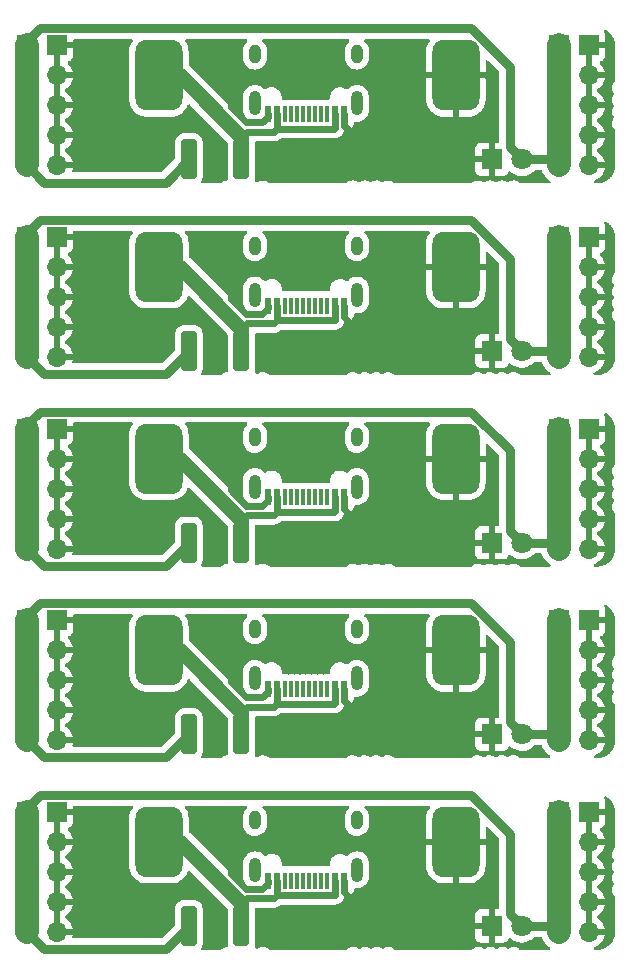
<source format=gbr>
%TF.GenerationSoftware,KiCad,Pcbnew,6.0.5-a6ca702e91~116~ubuntu22.04.1*%
%TF.CreationDate,2022-06-10T16:35:41-05:00*%
%TF.ProjectId,panel,70616e65-6c2e-46b6-9963-61645f706362,rev?*%
%TF.SameCoordinates,Original*%
%TF.FileFunction,Copper,L1,Top*%
%TF.FilePolarity,Positive*%
%FSLAX46Y46*%
G04 Gerber Fmt 4.6, Leading zero omitted, Abs format (unit mm)*
G04 Created by KiCad (PCBNEW 6.0.5-a6ca702e91~116~ubuntu22.04.1) date 2022-06-10 16:35:41*
%MOMM*%
%LPD*%
G01*
G04 APERTURE LIST*
G04 Aperture macros list*
%AMRoundRect*
0 Rectangle with rounded corners*
0 $1 Rounding radius*
0 $2 $3 $4 $5 $6 $7 $8 $9 X,Y pos of 4 corners*
0 Add a 4 corners polygon primitive as box body*
4,1,4,$2,$3,$4,$5,$6,$7,$8,$9,$2,$3,0*
0 Add four circle primitives for the rounded corners*
1,1,$1+$1,$2,$3*
1,1,$1+$1,$4,$5*
1,1,$1+$1,$6,$7*
1,1,$1+$1,$8,$9*
0 Add four rect primitives between the rounded corners*
20,1,$1+$1,$2,$3,$4,$5,0*
20,1,$1+$1,$4,$5,$6,$7,0*
20,1,$1+$1,$6,$7,$8,$9,0*
20,1,$1+$1,$8,$9,$2,$3,0*%
G04 Aperture macros list end*
%TA.AperFunction,SMDPad,CuDef*%
%ADD10RoundRect,1.000000X-1.000000X-2.000000X1.000000X-2.000000X1.000000X2.000000X-1.000000X2.000000X0*%
%TD*%
%TA.AperFunction,ComponentPad*%
%ADD11R,1.700000X1.700000*%
%TD*%
%TA.AperFunction,ComponentPad*%
%ADD12O,1.700000X1.700000*%
%TD*%
%TA.AperFunction,ComponentPad*%
%ADD13R,1.800000X1.800000*%
%TD*%
%TA.AperFunction,ComponentPad*%
%ADD14C,1.800000*%
%TD*%
%TA.AperFunction,SMDPad,CuDef*%
%ADD15R,0.600000X1.450000*%
%TD*%
%TA.AperFunction,SMDPad,CuDef*%
%ADD16R,0.300000X1.450000*%
%TD*%
%TA.AperFunction,ComponentPad*%
%ADD17O,1.000000X1.600000*%
%TD*%
%TA.AperFunction,ComponentPad*%
%ADD18O,1.000000X2.100000*%
%TD*%
%TA.AperFunction,SMDPad,CuDef*%
%ADD19RoundRect,0.250000X0.400000X1.450000X-0.400000X1.450000X-0.400000X-1.450000X0.400000X-1.450000X0*%
%TD*%
%TA.AperFunction,Conductor*%
%ADD20C,1.300000*%
%TD*%
%TA.AperFunction,Conductor*%
%ADD21C,0.600000*%
%TD*%
%TA.AperFunction,Conductor*%
%ADD22C,0.800000*%
%TD*%
%TA.AperFunction,Conductor*%
%ADD23C,2.000000*%
%TD*%
G04 APERTURE END LIST*
D10*
%TO.P,J7,1,Pin_1*%
%TO.N,Board_0-GND*%
X57022328Y-22572000D03*
%TD*%
D11*
%TO.P,J5,1,Pin_1*%
%TO.N,Board_3-GND*%
X68300328Y-68704000D03*
D12*
%TO.P,J5,2,Pin_2*%
X68300328Y-71244000D03*
%TO.P,J5,3,Pin_3*%
X68300328Y-73784000D03*
%TO.P,J5,4,Pin_4*%
X68300328Y-76324000D03*
%TO.P,J5,5,Pin_5*%
X68300328Y-78864000D03*
%TD*%
D10*
%TO.P,J7,1,Pin_1*%
%TO.N,Board_3-GND*%
X57022328Y-71244000D03*
%TD*%
D13*
%TO.P,D1,1,K*%
%TO.N,Board_2-GND*%
X60070328Y-62132000D03*
D14*
%TO.P,D1,2,A*%
%TO.N,Board_2-Net-(D1-Pad2)*%
X62610328Y-62132000D03*
%TD*%
D10*
%TO.P,J6,1,Pin_1*%
%TO.N,Board_3-VCC*%
X31876328Y-71244000D03*
%TD*%
D11*
%TO.P,J5,1,Pin_1*%
%TO.N,Board_0-GND*%
X68300328Y-20032000D03*
D12*
%TO.P,J5,2,Pin_2*%
X68300328Y-22572000D03*
%TO.P,J5,3,Pin_3*%
X68300328Y-25112000D03*
%TO.P,J5,4,Pin_4*%
X68300328Y-27652000D03*
%TO.P,J5,5,Pin_5*%
X68300328Y-30192000D03*
%TD*%
D10*
%TO.P,J6,1,Pin_1*%
%TO.N,Board_2-VCC*%
X31876328Y-55020000D03*
%TD*%
D15*
%TO.P,J1,A1,GND*%
%TO.N,Board_1-GND*%
X47572328Y-42079000D03*
%TO.P,J1,A4,VBUS*%
%TO.N,Board_1-VCC*%
X46772328Y-42079000D03*
D16*
%TO.P,J1,A5,CC1*%
%TO.N,Board_1-unconnected-(J1-PadA5)*%
X45572328Y-42079000D03*
%TO.P,J1,A6,D+*%
%TO.N,Board_1-unconnected-(J1-PadA6)*%
X44572328Y-42079000D03*
%TO.P,J1,A7,D-*%
%TO.N,Board_1-unconnected-(J1-PadA7)*%
X44072328Y-42079000D03*
%TO.P,J1,A8,SBU1*%
%TO.N,Board_1-unconnected-(J1-PadA8)*%
X43072328Y-42079000D03*
D15*
%TO.P,J1,A9,VBUS*%
%TO.N,Board_1-VCC*%
X41872328Y-42079000D03*
%TO.P,J1,A12,GND*%
%TO.N,Board_1-GND*%
X41072328Y-42079000D03*
%TO.P,J1,B1,GND*%
X41072328Y-42079000D03*
%TO.P,J1,B4,VBUS*%
%TO.N,Board_1-VCC*%
X41872328Y-42079000D03*
D16*
%TO.P,J1,B5,CC2*%
%TO.N,Board_1-unconnected-(J1-PadB5)*%
X42572328Y-42079000D03*
%TO.P,J1,B6,D+*%
%TO.N,Board_1-unconnected-(J1-PadB6)*%
X43572328Y-42079000D03*
%TO.P,J1,B7,D-*%
%TO.N,Board_1-unconnected-(J1-PadB7)*%
X45072328Y-42079000D03*
%TO.P,J1,B8,SBU2*%
%TO.N,Board_1-unconnected-(J1-PadB8)*%
X46072328Y-42079000D03*
D15*
%TO.P,J1,B9,VBUS*%
%TO.N,Board_1-VCC*%
X46772328Y-42079000D03*
%TO.P,J1,B12,GND*%
%TO.N,Board_1-GND*%
X47572328Y-42079000D03*
D17*
%TO.P,J1,S1,SHIELD*%
%TO.N,Board_1-unconnected-(J1-PadS1)*%
X40002328Y-36984000D03*
D18*
X48642328Y-41164000D03*
D17*
X48642328Y-36984000D03*
D18*
X40002328Y-41164000D03*
%TD*%
D11*
%TO.P,J4,1,Pin_1*%
%TO.N,Board_2-Net-(D1-Pad2)*%
X65760328Y-52480000D03*
D12*
%TO.P,J4,2,Pin_2*%
X65760328Y-55020000D03*
%TO.P,J4,3,Pin_3*%
X65760328Y-57560000D03*
%TO.P,J4,4,Pin_4*%
X65760328Y-60100000D03*
%TO.P,J4,5,Pin_5*%
X65760328Y-62640000D03*
%TD*%
D11*
%TO.P,J3,1,Pin_1*%
%TO.N,Board_0-GND*%
X23240328Y-20032000D03*
D12*
%TO.P,J3,2,Pin_2*%
X23240328Y-22572000D03*
%TO.P,J3,3,Pin_3*%
X23240328Y-25112000D03*
%TO.P,J3,4,Pin_4*%
X23240328Y-27652000D03*
%TO.P,J3,5,Pin_5*%
X23240328Y-30192000D03*
%TD*%
D11*
%TO.P,J4,1,Pin_1*%
%TO.N,Board_0-Net-(D1-Pad2)*%
X65760328Y-20032000D03*
D12*
%TO.P,J4,2,Pin_2*%
X65760328Y-22572000D03*
%TO.P,J4,3,Pin_3*%
X65760328Y-25112000D03*
%TO.P,J4,4,Pin_4*%
X65760328Y-27652000D03*
%TO.P,J4,5,Pin_5*%
X65760328Y-30192000D03*
%TD*%
D10*
%TO.P,J6,1,Pin_1*%
%TO.N,Board_1-VCC*%
X31876328Y-38796000D03*
%TD*%
D11*
%TO.P,J2,1,Pin_1*%
%TO.N,Board_4-Net-(D1-Pad2)*%
X20700328Y-84928000D03*
D12*
%TO.P,J2,2,Pin_2*%
X20700328Y-87468000D03*
%TO.P,J2,3,Pin_3*%
X20700328Y-90008000D03*
%TO.P,J2,4,Pin_4*%
X20700328Y-92548000D03*
%TO.P,J2,5,Pin_5*%
X20700328Y-95088000D03*
%TD*%
D11*
%TO.P,J2,1,Pin_1*%
%TO.N,Board_2-Net-(D1-Pad2)*%
X20700328Y-52480000D03*
D12*
%TO.P,J2,2,Pin_2*%
X20700328Y-55020000D03*
%TO.P,J2,3,Pin_3*%
X20700328Y-57560000D03*
%TO.P,J2,4,Pin_4*%
X20700328Y-60100000D03*
%TO.P,J2,5,Pin_5*%
X20700328Y-62640000D03*
%TD*%
D10*
%TO.P,J7,1,Pin_1*%
%TO.N,Board_2-GND*%
X57022328Y-55020000D03*
%TD*%
D11*
%TO.P,J5,1,Pin_1*%
%TO.N,Board_2-GND*%
X68300328Y-52480000D03*
D12*
%TO.P,J5,2,Pin_2*%
X68300328Y-55020000D03*
%TO.P,J5,3,Pin_3*%
X68300328Y-57560000D03*
%TO.P,J5,4,Pin_4*%
X68300328Y-60100000D03*
%TO.P,J5,5,Pin_5*%
X68300328Y-62640000D03*
%TD*%
D11*
%TO.P,J5,1,Pin_1*%
%TO.N,Board_4-GND*%
X68300328Y-84928000D03*
D12*
%TO.P,J5,2,Pin_2*%
X68300328Y-87468000D03*
%TO.P,J5,3,Pin_3*%
X68300328Y-90008000D03*
%TO.P,J5,4,Pin_4*%
X68300328Y-92548000D03*
%TO.P,J5,5,Pin_5*%
X68300328Y-95088000D03*
%TD*%
D13*
%TO.P,D1,1,K*%
%TO.N,Board_3-GND*%
X60070328Y-78356000D03*
D14*
%TO.P,D1,2,A*%
%TO.N,Board_3-Net-(D1-Pad2)*%
X62610328Y-78356000D03*
%TD*%
D11*
%TO.P,J5,1,Pin_1*%
%TO.N,Board_1-GND*%
X68300328Y-36256000D03*
D12*
%TO.P,J5,2,Pin_2*%
X68300328Y-38796000D03*
%TO.P,J5,3,Pin_3*%
X68300328Y-41336000D03*
%TO.P,J5,4,Pin_4*%
X68300328Y-43876000D03*
%TO.P,J5,5,Pin_5*%
X68300328Y-46416000D03*
%TD*%
D19*
%TO.P,F1,1*%
%TO.N,Board_3-VCC*%
X38866328Y-78356000D03*
%TO.P,F1,2*%
%TO.N,Board_3-Net-(D1-Pad2)*%
X34416328Y-78356000D03*
%TD*%
%TO.P,F1,1*%
%TO.N,Board_2-VCC*%
X38866328Y-62132000D03*
%TO.P,F1,2*%
%TO.N,Board_2-Net-(D1-Pad2)*%
X34416328Y-62132000D03*
%TD*%
D11*
%TO.P,J3,1,Pin_1*%
%TO.N,Board_3-GND*%
X23240328Y-68704000D03*
D12*
%TO.P,J3,2,Pin_2*%
X23240328Y-71244000D03*
%TO.P,J3,3,Pin_3*%
X23240328Y-73784000D03*
%TO.P,J3,4,Pin_4*%
X23240328Y-76324000D03*
%TO.P,J3,5,Pin_5*%
X23240328Y-78864000D03*
%TD*%
D10*
%TO.P,J7,1,Pin_1*%
%TO.N,Board_1-GND*%
X57022328Y-38796000D03*
%TD*%
D11*
%TO.P,J4,1,Pin_1*%
%TO.N,Board_1-Net-(D1-Pad2)*%
X65760328Y-36256000D03*
D12*
%TO.P,J4,2,Pin_2*%
X65760328Y-38796000D03*
%TO.P,J4,3,Pin_3*%
X65760328Y-41336000D03*
%TO.P,J4,4,Pin_4*%
X65760328Y-43876000D03*
%TO.P,J4,5,Pin_5*%
X65760328Y-46416000D03*
%TD*%
D19*
%TO.P,F1,1*%
%TO.N,Board_1-VCC*%
X38866328Y-45908000D03*
%TO.P,F1,2*%
%TO.N,Board_1-Net-(D1-Pad2)*%
X34416328Y-45908000D03*
%TD*%
D11*
%TO.P,J3,1,Pin_1*%
%TO.N,Board_2-GND*%
X23240328Y-52480000D03*
D12*
%TO.P,J3,2,Pin_2*%
X23240328Y-55020000D03*
%TO.P,J3,3,Pin_3*%
X23240328Y-57560000D03*
%TO.P,J3,4,Pin_4*%
X23240328Y-60100000D03*
%TO.P,J3,5,Pin_5*%
X23240328Y-62640000D03*
%TD*%
D15*
%TO.P,J1,A1,GND*%
%TO.N,Board_2-GND*%
X47572328Y-58303000D03*
%TO.P,J1,A4,VBUS*%
%TO.N,Board_2-VCC*%
X46772328Y-58303000D03*
D16*
%TO.P,J1,A5,CC1*%
%TO.N,Board_2-unconnected-(J1-PadA5)*%
X45572328Y-58303000D03*
%TO.P,J1,A6,D+*%
%TO.N,Board_2-unconnected-(J1-PadA6)*%
X44572328Y-58303000D03*
%TO.P,J1,A7,D-*%
%TO.N,Board_2-unconnected-(J1-PadA7)*%
X44072328Y-58303000D03*
%TO.P,J1,A8,SBU1*%
%TO.N,Board_2-unconnected-(J1-PadA8)*%
X43072328Y-58303000D03*
D15*
%TO.P,J1,A9,VBUS*%
%TO.N,Board_2-VCC*%
X41872328Y-58303000D03*
%TO.P,J1,A12,GND*%
%TO.N,Board_2-GND*%
X41072328Y-58303000D03*
%TO.P,J1,B1,GND*%
X41072328Y-58303000D03*
%TO.P,J1,B4,VBUS*%
%TO.N,Board_2-VCC*%
X41872328Y-58303000D03*
D16*
%TO.P,J1,B5,CC2*%
%TO.N,Board_2-unconnected-(J1-PadB5)*%
X42572328Y-58303000D03*
%TO.P,J1,B6,D+*%
%TO.N,Board_2-unconnected-(J1-PadB6)*%
X43572328Y-58303000D03*
%TO.P,J1,B7,D-*%
%TO.N,Board_2-unconnected-(J1-PadB7)*%
X45072328Y-58303000D03*
%TO.P,J1,B8,SBU2*%
%TO.N,Board_2-unconnected-(J1-PadB8)*%
X46072328Y-58303000D03*
D15*
%TO.P,J1,B9,VBUS*%
%TO.N,Board_2-VCC*%
X46772328Y-58303000D03*
%TO.P,J1,B12,GND*%
%TO.N,Board_2-GND*%
X47572328Y-58303000D03*
D17*
%TO.P,J1,S1,SHIELD*%
%TO.N,Board_2-unconnected-(J1-PadS1)*%
X48642328Y-53208000D03*
D18*
X48642328Y-57388000D03*
D17*
X40002328Y-53208000D03*
D18*
X40002328Y-57388000D03*
%TD*%
D11*
%TO.P,J4,1,Pin_1*%
%TO.N,Board_3-Net-(D1-Pad2)*%
X65760328Y-68704000D03*
D12*
%TO.P,J4,2,Pin_2*%
X65760328Y-71244000D03*
%TO.P,J4,3,Pin_3*%
X65760328Y-73784000D03*
%TO.P,J4,4,Pin_4*%
X65760328Y-76324000D03*
%TO.P,J4,5,Pin_5*%
X65760328Y-78864000D03*
%TD*%
D10*
%TO.P,J6,1,Pin_1*%
%TO.N,Board_0-VCC*%
X31876328Y-22572000D03*
%TD*%
D11*
%TO.P,J2,1,Pin_1*%
%TO.N,Board_3-Net-(D1-Pad2)*%
X20700328Y-68704000D03*
D12*
%TO.P,J2,2,Pin_2*%
X20700328Y-71244000D03*
%TO.P,J2,3,Pin_3*%
X20700328Y-73784000D03*
%TO.P,J2,4,Pin_4*%
X20700328Y-76324000D03*
%TO.P,J2,5,Pin_5*%
X20700328Y-78864000D03*
%TD*%
D11*
%TO.P,J2,1,Pin_1*%
%TO.N,Board_0-Net-(D1-Pad2)*%
X20700328Y-20032000D03*
D12*
%TO.P,J2,2,Pin_2*%
X20700328Y-22572000D03*
%TO.P,J2,3,Pin_3*%
X20700328Y-25112000D03*
%TO.P,J2,4,Pin_4*%
X20700328Y-27652000D03*
%TO.P,J2,5,Pin_5*%
X20700328Y-30192000D03*
%TD*%
D15*
%TO.P,J1,A1,GND*%
%TO.N,Board_0-GND*%
X47572328Y-25855000D03*
%TO.P,J1,A4,VBUS*%
%TO.N,Board_0-VCC*%
X46772328Y-25855000D03*
D16*
%TO.P,J1,A5,CC1*%
%TO.N,Board_0-unconnected-(J1-PadA5)*%
X45572328Y-25855000D03*
%TO.P,J1,A6,D+*%
%TO.N,Board_0-unconnected-(J1-PadA6)*%
X44572328Y-25855000D03*
%TO.P,J1,A7,D-*%
%TO.N,Board_0-unconnected-(J1-PadA7)*%
X44072328Y-25855000D03*
%TO.P,J1,A8,SBU1*%
%TO.N,Board_0-unconnected-(J1-PadA8)*%
X43072328Y-25855000D03*
D15*
%TO.P,J1,A9,VBUS*%
%TO.N,Board_0-VCC*%
X41872328Y-25855000D03*
%TO.P,J1,A12,GND*%
%TO.N,Board_0-GND*%
X41072328Y-25855000D03*
%TO.P,J1,B1,GND*%
X41072328Y-25855000D03*
%TO.P,J1,B4,VBUS*%
%TO.N,Board_0-VCC*%
X41872328Y-25855000D03*
D16*
%TO.P,J1,B5,CC2*%
%TO.N,Board_0-unconnected-(J1-PadB5)*%
X42572328Y-25855000D03*
%TO.P,J1,B6,D+*%
%TO.N,Board_0-unconnected-(J1-PadB6)*%
X43572328Y-25855000D03*
%TO.P,J1,B7,D-*%
%TO.N,Board_0-unconnected-(J1-PadB7)*%
X45072328Y-25855000D03*
%TO.P,J1,B8,SBU2*%
%TO.N,Board_0-unconnected-(J1-PadB8)*%
X46072328Y-25855000D03*
D15*
%TO.P,J1,B9,VBUS*%
%TO.N,Board_0-VCC*%
X46772328Y-25855000D03*
%TO.P,J1,B12,GND*%
%TO.N,Board_0-GND*%
X47572328Y-25855000D03*
D17*
%TO.P,J1,S1,SHIELD*%
%TO.N,Board_0-unconnected-(J1-PadS1)*%
X40002328Y-20760000D03*
X48642328Y-20760000D03*
D18*
X40002328Y-24940000D03*
X48642328Y-24940000D03*
%TD*%
D11*
%TO.P,J3,1,Pin_1*%
%TO.N,Board_4-GND*%
X23240328Y-84928000D03*
D12*
%TO.P,J3,2,Pin_2*%
X23240328Y-87468000D03*
%TO.P,J3,3,Pin_3*%
X23240328Y-90008000D03*
%TO.P,J3,4,Pin_4*%
X23240328Y-92548000D03*
%TO.P,J3,5,Pin_5*%
X23240328Y-95088000D03*
%TD*%
D11*
%TO.P,J2,1,Pin_1*%
%TO.N,Board_1-Net-(D1-Pad2)*%
X20700328Y-36256000D03*
D12*
%TO.P,J2,2,Pin_2*%
X20700328Y-38796000D03*
%TO.P,J2,3,Pin_3*%
X20700328Y-41336000D03*
%TO.P,J2,4,Pin_4*%
X20700328Y-43876000D03*
%TO.P,J2,5,Pin_5*%
X20700328Y-46416000D03*
%TD*%
D10*
%TO.P,J7,1,Pin_1*%
%TO.N,Board_4-GND*%
X57022328Y-87468000D03*
%TD*%
D11*
%TO.P,J4,1,Pin_1*%
%TO.N,Board_4-Net-(D1-Pad2)*%
X65760328Y-84928000D03*
D12*
%TO.P,J4,2,Pin_2*%
X65760328Y-87468000D03*
%TO.P,J4,3,Pin_3*%
X65760328Y-90008000D03*
%TO.P,J4,4,Pin_4*%
X65760328Y-92548000D03*
%TO.P,J4,5,Pin_5*%
X65760328Y-95088000D03*
%TD*%
D15*
%TO.P,J1,A1,GND*%
%TO.N,Board_3-GND*%
X47572328Y-74527000D03*
%TO.P,J1,A4,VBUS*%
%TO.N,Board_3-VCC*%
X46772328Y-74527000D03*
D16*
%TO.P,J1,A5,CC1*%
%TO.N,Board_3-unconnected-(J1-PadA5)*%
X45572328Y-74527000D03*
%TO.P,J1,A6,D+*%
%TO.N,Board_3-unconnected-(J1-PadA6)*%
X44572328Y-74527000D03*
%TO.P,J1,A7,D-*%
%TO.N,Board_3-unconnected-(J1-PadA7)*%
X44072328Y-74527000D03*
%TO.P,J1,A8,SBU1*%
%TO.N,Board_3-unconnected-(J1-PadA8)*%
X43072328Y-74527000D03*
D15*
%TO.P,J1,A9,VBUS*%
%TO.N,Board_3-VCC*%
X41872328Y-74527000D03*
%TO.P,J1,A12,GND*%
%TO.N,Board_3-GND*%
X41072328Y-74527000D03*
%TO.P,J1,B1,GND*%
X41072328Y-74527000D03*
%TO.P,J1,B4,VBUS*%
%TO.N,Board_3-VCC*%
X41872328Y-74527000D03*
D16*
%TO.P,J1,B5,CC2*%
%TO.N,Board_3-unconnected-(J1-PadB5)*%
X42572328Y-74527000D03*
%TO.P,J1,B6,D+*%
%TO.N,Board_3-unconnected-(J1-PadB6)*%
X43572328Y-74527000D03*
%TO.P,J1,B7,D-*%
%TO.N,Board_3-unconnected-(J1-PadB7)*%
X45072328Y-74527000D03*
%TO.P,J1,B8,SBU2*%
%TO.N,Board_3-unconnected-(J1-PadB8)*%
X46072328Y-74527000D03*
D15*
%TO.P,J1,B9,VBUS*%
%TO.N,Board_3-VCC*%
X46772328Y-74527000D03*
%TO.P,J1,B12,GND*%
%TO.N,Board_3-GND*%
X47572328Y-74527000D03*
D17*
%TO.P,J1,S1,SHIELD*%
%TO.N,Board_3-unconnected-(J1-PadS1)*%
X40002328Y-69432000D03*
D18*
X40002328Y-73612000D03*
D17*
X48642328Y-69432000D03*
D18*
X48642328Y-73612000D03*
%TD*%
D13*
%TO.P,D1,1,K*%
%TO.N,Board_4-GND*%
X60070328Y-94580000D03*
D14*
%TO.P,D1,2,A*%
%TO.N,Board_4-Net-(D1-Pad2)*%
X62610328Y-94580000D03*
%TD*%
D13*
%TO.P,D1,1,K*%
%TO.N,Board_0-GND*%
X60070328Y-29684000D03*
D14*
%TO.P,D1,2,A*%
%TO.N,Board_0-Net-(D1-Pad2)*%
X62610328Y-29684000D03*
%TD*%
D15*
%TO.P,J1,A1,GND*%
%TO.N,Board_4-GND*%
X47572328Y-90751000D03*
%TO.P,J1,A4,VBUS*%
%TO.N,Board_4-VCC*%
X46772328Y-90751000D03*
D16*
%TO.P,J1,A5,CC1*%
%TO.N,Board_4-unconnected-(J1-PadA5)*%
X45572328Y-90751000D03*
%TO.P,J1,A6,D+*%
%TO.N,Board_4-unconnected-(J1-PadA6)*%
X44572328Y-90751000D03*
%TO.P,J1,A7,D-*%
%TO.N,Board_4-unconnected-(J1-PadA7)*%
X44072328Y-90751000D03*
%TO.P,J1,A8,SBU1*%
%TO.N,Board_4-unconnected-(J1-PadA8)*%
X43072328Y-90751000D03*
D15*
%TO.P,J1,A9,VBUS*%
%TO.N,Board_4-VCC*%
X41872328Y-90751000D03*
%TO.P,J1,A12,GND*%
%TO.N,Board_4-GND*%
X41072328Y-90751000D03*
%TO.P,J1,B1,GND*%
X41072328Y-90751000D03*
%TO.P,J1,B4,VBUS*%
%TO.N,Board_4-VCC*%
X41872328Y-90751000D03*
D16*
%TO.P,J1,B5,CC2*%
%TO.N,Board_4-unconnected-(J1-PadB5)*%
X42572328Y-90751000D03*
%TO.P,J1,B6,D+*%
%TO.N,Board_4-unconnected-(J1-PadB6)*%
X43572328Y-90751000D03*
%TO.P,J1,B7,D-*%
%TO.N,Board_4-unconnected-(J1-PadB7)*%
X45072328Y-90751000D03*
%TO.P,J1,B8,SBU2*%
%TO.N,Board_4-unconnected-(J1-PadB8)*%
X46072328Y-90751000D03*
D15*
%TO.P,J1,B9,VBUS*%
%TO.N,Board_4-VCC*%
X46772328Y-90751000D03*
%TO.P,J1,B12,GND*%
%TO.N,Board_4-GND*%
X47572328Y-90751000D03*
D18*
%TO.P,J1,S1,SHIELD*%
%TO.N,Board_4-unconnected-(J1-PadS1)*%
X40002328Y-89836000D03*
D17*
X48642328Y-85656000D03*
D18*
X48642328Y-89836000D03*
D17*
X40002328Y-85656000D03*
%TD*%
D19*
%TO.P,F1,1*%
%TO.N,Board_4-VCC*%
X38866328Y-94580000D03*
%TO.P,F1,2*%
%TO.N,Board_4-Net-(D1-Pad2)*%
X34416328Y-94580000D03*
%TD*%
D13*
%TO.P,D1,1,K*%
%TO.N,Board_1-GND*%
X60070328Y-45908000D03*
D14*
%TO.P,D1,2,A*%
%TO.N,Board_1-Net-(D1-Pad2)*%
X62610328Y-45908000D03*
%TD*%
D11*
%TO.P,J3,1,Pin_1*%
%TO.N,Board_1-GND*%
X23240328Y-36256000D03*
D12*
%TO.P,J3,2,Pin_2*%
X23240328Y-38796000D03*
%TO.P,J3,3,Pin_3*%
X23240328Y-41336000D03*
%TO.P,J3,4,Pin_4*%
X23240328Y-43876000D03*
%TO.P,J3,5,Pin_5*%
X23240328Y-46416000D03*
%TD*%
D10*
%TO.P,J6,1,Pin_1*%
%TO.N,Board_4-VCC*%
X31876328Y-87468000D03*
%TD*%
D19*
%TO.P,F1,1*%
%TO.N,Board_0-VCC*%
X38866328Y-29684000D03*
%TO.P,F1,2*%
%TO.N,Board_0-Net-(D1-Pad2)*%
X34416328Y-29684000D03*
%TD*%
D20*
%TO.N,Board_4-VCC*%
X38866328Y-92680000D02*
X33654328Y-87468000D01*
D21*
X39308087Y-92238241D02*
X38866328Y-92680000D01*
X46721839Y-91975511D02*
X46772328Y-91925022D01*
X41872328Y-91950000D02*
X41897839Y-91975511D01*
D20*
X38866328Y-94580000D02*
X38866328Y-92680000D01*
D21*
X41872328Y-91950000D02*
X41872328Y-90751000D01*
X41584087Y-92238241D02*
X41872328Y-91950000D01*
D20*
X33654328Y-87468000D02*
X31876328Y-87468000D01*
D21*
X39308087Y-92238241D02*
X41584087Y-92238241D01*
X46772328Y-91925022D02*
X46772328Y-90751000D01*
X41897839Y-91975511D02*
X46721839Y-91975511D01*
D22*
%TO.N,Board_4-Net-(D1-Pad2)*%
X20700328Y-84568978D02*
X20700328Y-84928000D01*
D23*
X20700328Y-93564000D02*
X20700328Y-93881500D01*
D22*
X62610328Y-94580000D02*
X61594328Y-93564000D01*
X58294879Y-83478489D02*
X21790817Y-83478489D01*
X22149839Y-96537511D02*
X20700328Y-95088000D01*
D23*
X20700328Y-93881500D02*
X20700328Y-94262500D01*
D22*
X62610328Y-94580000D02*
X65252328Y-94580000D01*
D23*
X20700328Y-94326000D02*
X20700328Y-94262500D01*
D22*
X65252328Y-94580000D02*
X65760328Y-95088000D01*
D23*
X20700328Y-94580000D02*
X20700328Y-94834000D01*
X65760328Y-95088000D02*
X65760328Y-84928000D01*
D22*
X61594328Y-86777938D02*
X58294879Y-83478489D01*
X21790817Y-83478489D02*
X20700328Y-84568978D01*
D23*
X20700328Y-94834000D02*
X20700328Y-95088000D01*
D22*
X32458817Y-96537511D02*
X22149839Y-96537511D01*
X34416328Y-94580000D02*
X32458817Y-96537511D01*
D23*
X20700328Y-94326000D02*
X20700328Y-94580000D01*
D22*
X61594328Y-93564000D02*
X61594328Y-86777938D01*
D23*
X20700328Y-92548000D02*
X20700328Y-84928000D01*
X20700328Y-92548000D02*
X20700328Y-93564000D01*
D21*
%TO.N,Board_4-GND*%
X39250715Y-91438721D02*
X37972328Y-90160334D01*
X47572328Y-91734000D02*
X48132328Y-92294000D01*
X48132328Y-92294000D02*
X49402328Y-92294000D01*
X41072328Y-90751000D02*
X41072328Y-90972000D01*
X37972328Y-90160334D02*
X37972328Y-88992000D01*
X40605607Y-91438721D02*
X39250715Y-91438721D01*
X47572328Y-90751000D02*
X47572328Y-91734000D01*
X41072328Y-90972000D02*
X40605607Y-91438721D01*
D20*
%TO.N,Board_3-VCC*%
X38866328Y-76456000D02*
X33654328Y-71244000D01*
D21*
X39308087Y-76014241D02*
X38866328Y-76456000D01*
X46721839Y-75751511D02*
X46772328Y-75701022D01*
X41872328Y-75726000D02*
X41897839Y-75751511D01*
D20*
X38866328Y-78356000D02*
X38866328Y-76456000D01*
D21*
X41872328Y-75726000D02*
X41872328Y-74527000D01*
X41584087Y-76014241D02*
X41872328Y-75726000D01*
D20*
X33654328Y-71244000D02*
X31876328Y-71244000D01*
D21*
X39308087Y-76014241D02*
X41584087Y-76014241D01*
X46772328Y-75701022D02*
X46772328Y-74527000D01*
X41897839Y-75751511D02*
X46721839Y-75751511D01*
D22*
%TO.N,Board_3-Net-(D1-Pad2)*%
X20700328Y-68344978D02*
X20700328Y-68704000D01*
D23*
X20700328Y-77340000D02*
X20700328Y-77657500D01*
D22*
X62610328Y-78356000D02*
X61594328Y-77340000D01*
X58294879Y-67254489D02*
X21790817Y-67254489D01*
X22149839Y-80313511D02*
X20700328Y-78864000D01*
D23*
X20700328Y-77657500D02*
X20700328Y-78038500D01*
D22*
X62610328Y-78356000D02*
X65252328Y-78356000D01*
D23*
X20700328Y-78102000D02*
X20700328Y-78038500D01*
D22*
X65252328Y-78356000D02*
X65760328Y-78864000D01*
D23*
X20700328Y-78356000D02*
X20700328Y-78610000D01*
X65760328Y-78864000D02*
X65760328Y-68704000D01*
D22*
X61594328Y-70553938D02*
X58294879Y-67254489D01*
X21790817Y-67254489D02*
X20700328Y-68344978D01*
D23*
X20700328Y-78610000D02*
X20700328Y-78864000D01*
D22*
X32458817Y-80313511D02*
X22149839Y-80313511D01*
X34416328Y-78356000D02*
X32458817Y-80313511D01*
D23*
X20700328Y-78102000D02*
X20700328Y-78356000D01*
D22*
X61594328Y-77340000D02*
X61594328Y-70553938D01*
D23*
X20700328Y-76324000D02*
X20700328Y-68704000D01*
X20700328Y-76324000D02*
X20700328Y-77340000D01*
D21*
%TO.N,Board_3-GND*%
X39250715Y-75214721D02*
X37972328Y-73936334D01*
X47572328Y-75510000D02*
X48132328Y-76070000D01*
X48132328Y-76070000D02*
X49402328Y-76070000D01*
X41072328Y-74527000D02*
X41072328Y-74748000D01*
X37972328Y-73936334D02*
X37972328Y-72768000D01*
X40605607Y-75214721D02*
X39250715Y-75214721D01*
X47572328Y-74527000D02*
X47572328Y-75510000D01*
X41072328Y-74748000D02*
X40605607Y-75214721D01*
D20*
%TO.N,Board_2-VCC*%
X38866328Y-60232000D02*
X33654328Y-55020000D01*
D21*
X39308087Y-59790241D02*
X38866328Y-60232000D01*
X46721839Y-59527511D02*
X46772328Y-59477022D01*
X41872328Y-59502000D02*
X41897839Y-59527511D01*
D20*
X38866328Y-62132000D02*
X38866328Y-60232000D01*
D21*
X41872328Y-59502000D02*
X41872328Y-58303000D01*
X41584087Y-59790241D02*
X41872328Y-59502000D01*
D20*
X33654328Y-55020000D02*
X31876328Y-55020000D01*
D21*
X39308087Y-59790241D02*
X41584087Y-59790241D01*
X46772328Y-59477022D02*
X46772328Y-58303000D01*
X41897839Y-59527511D02*
X46721839Y-59527511D01*
D22*
%TO.N,Board_2-Net-(D1-Pad2)*%
X20700328Y-52120978D02*
X20700328Y-52480000D01*
D23*
X20700328Y-61116000D02*
X20700328Y-61433500D01*
D22*
X62610328Y-62132000D02*
X61594328Y-61116000D01*
X58294879Y-51030489D02*
X21790817Y-51030489D01*
X22149839Y-64089511D02*
X20700328Y-62640000D01*
D23*
X20700328Y-61433500D02*
X20700328Y-61814500D01*
D22*
X62610328Y-62132000D02*
X65252328Y-62132000D01*
D23*
X20700328Y-61878000D02*
X20700328Y-61814500D01*
D22*
X65252328Y-62132000D02*
X65760328Y-62640000D01*
D23*
X20700328Y-62132000D02*
X20700328Y-62386000D01*
X65760328Y-62640000D02*
X65760328Y-52480000D01*
D22*
X61594328Y-54329938D02*
X58294879Y-51030489D01*
X21790817Y-51030489D02*
X20700328Y-52120978D01*
D23*
X20700328Y-62386000D02*
X20700328Y-62640000D01*
D22*
X32458817Y-64089511D02*
X22149839Y-64089511D01*
X34416328Y-62132000D02*
X32458817Y-64089511D01*
D23*
X20700328Y-61878000D02*
X20700328Y-62132000D01*
D22*
X61594328Y-61116000D02*
X61594328Y-54329938D01*
D23*
X20700328Y-60100000D02*
X20700328Y-52480000D01*
X20700328Y-60100000D02*
X20700328Y-61116000D01*
D21*
%TO.N,Board_2-GND*%
X39250715Y-58990721D02*
X37972328Y-57712334D01*
X47572328Y-59286000D02*
X48132328Y-59846000D01*
X48132328Y-59846000D02*
X49402328Y-59846000D01*
X41072328Y-58303000D02*
X41072328Y-58524000D01*
X37972328Y-57712334D02*
X37972328Y-56544000D01*
X40605607Y-58990721D02*
X39250715Y-58990721D01*
X47572328Y-58303000D02*
X47572328Y-59286000D01*
X41072328Y-58524000D02*
X40605607Y-58990721D01*
D20*
%TO.N,Board_1-VCC*%
X38866328Y-44008000D02*
X33654328Y-38796000D01*
D21*
X39308087Y-43566241D02*
X38866328Y-44008000D01*
X46721839Y-43303511D02*
X46772328Y-43253022D01*
X41872328Y-43278000D02*
X41897839Y-43303511D01*
D20*
X38866328Y-45908000D02*
X38866328Y-44008000D01*
D21*
X41872328Y-43278000D02*
X41872328Y-42079000D01*
X41584087Y-43566241D02*
X41872328Y-43278000D01*
D20*
X33654328Y-38796000D02*
X31876328Y-38796000D01*
D21*
X39308087Y-43566241D02*
X41584087Y-43566241D01*
X46772328Y-43253022D02*
X46772328Y-42079000D01*
X41897839Y-43303511D02*
X46721839Y-43303511D01*
D22*
%TO.N,Board_1-Net-(D1-Pad2)*%
X20700328Y-35896978D02*
X20700328Y-36256000D01*
D23*
X20700328Y-44892000D02*
X20700328Y-45209500D01*
D22*
X62610328Y-45908000D02*
X61594328Y-44892000D01*
X58294879Y-34806489D02*
X21790817Y-34806489D01*
X22149839Y-47865511D02*
X20700328Y-46416000D01*
D23*
X20700328Y-45209500D02*
X20700328Y-45590500D01*
D22*
X62610328Y-45908000D02*
X65252328Y-45908000D01*
D23*
X20700328Y-45654000D02*
X20700328Y-45590500D01*
D22*
X65252328Y-45908000D02*
X65760328Y-46416000D01*
D23*
X20700328Y-45908000D02*
X20700328Y-46162000D01*
X65760328Y-46416000D02*
X65760328Y-36256000D01*
D22*
X61594328Y-38105938D02*
X58294879Y-34806489D01*
X21790817Y-34806489D02*
X20700328Y-35896978D01*
D23*
X20700328Y-46162000D02*
X20700328Y-46416000D01*
D22*
X32458817Y-47865511D02*
X22149839Y-47865511D01*
X34416328Y-45908000D02*
X32458817Y-47865511D01*
D23*
X20700328Y-45654000D02*
X20700328Y-45908000D01*
D22*
X61594328Y-44892000D02*
X61594328Y-38105938D01*
D23*
X20700328Y-43876000D02*
X20700328Y-36256000D01*
X20700328Y-43876000D02*
X20700328Y-44892000D01*
D21*
%TO.N,Board_1-GND*%
X39250715Y-42766721D02*
X37972328Y-41488334D01*
X47572328Y-43062000D02*
X48132328Y-43622000D01*
X48132328Y-43622000D02*
X49402328Y-43622000D01*
X41072328Y-42079000D02*
X41072328Y-42300000D01*
X37972328Y-41488334D02*
X37972328Y-40320000D01*
X40605607Y-42766721D02*
X39250715Y-42766721D01*
X47572328Y-42079000D02*
X47572328Y-43062000D01*
X41072328Y-42300000D02*
X40605607Y-42766721D01*
D20*
%TO.N,Board_0-VCC*%
X38866328Y-27784000D02*
X33654328Y-22572000D01*
D21*
X39308087Y-27342241D02*
X38866328Y-27784000D01*
X46721839Y-27079511D02*
X46772328Y-27029022D01*
X41872328Y-27054000D02*
X41897839Y-27079511D01*
D20*
X38866328Y-29684000D02*
X38866328Y-27784000D01*
D21*
X41872328Y-27054000D02*
X41872328Y-25855000D01*
X41584087Y-27342241D02*
X41872328Y-27054000D01*
D20*
X33654328Y-22572000D02*
X31876328Y-22572000D01*
D21*
X39308087Y-27342241D02*
X41584087Y-27342241D01*
X46772328Y-27029022D02*
X46772328Y-25855000D01*
X41897839Y-27079511D02*
X46721839Y-27079511D01*
D22*
%TO.N,Board_0-Net-(D1-Pad2)*%
X20700328Y-19672978D02*
X20700328Y-20032000D01*
D23*
X20700328Y-28668000D02*
X20700328Y-28985500D01*
D22*
X62610328Y-29684000D02*
X61594328Y-28668000D01*
X58294879Y-18582489D02*
X21790817Y-18582489D01*
X22149839Y-31641511D02*
X20700328Y-30192000D01*
D23*
X20700328Y-28985500D02*
X20700328Y-29366500D01*
D22*
X62610328Y-29684000D02*
X65252328Y-29684000D01*
D23*
X20700328Y-29430000D02*
X20700328Y-29366500D01*
D22*
X65252328Y-29684000D02*
X65760328Y-30192000D01*
D23*
X20700328Y-29684000D02*
X20700328Y-29938000D01*
X65760328Y-30192000D02*
X65760328Y-20032000D01*
D22*
X61594328Y-21881938D02*
X58294879Y-18582489D01*
X21790817Y-18582489D02*
X20700328Y-19672978D01*
D23*
X20700328Y-29938000D02*
X20700328Y-30192000D01*
D22*
X32458817Y-31641511D02*
X22149839Y-31641511D01*
X34416328Y-29684000D02*
X32458817Y-31641511D01*
D23*
X20700328Y-29430000D02*
X20700328Y-29684000D01*
D22*
X61594328Y-28668000D02*
X61594328Y-21881938D01*
D23*
X20700328Y-27652000D02*
X20700328Y-20032000D01*
X20700328Y-27652000D02*
X20700328Y-28668000D01*
D21*
%TO.N,Board_0-GND*%
X39250715Y-26542721D02*
X37972328Y-25264334D01*
X47572328Y-26838000D02*
X48132328Y-27398000D01*
X48132328Y-27398000D02*
X49402328Y-27398000D01*
X41072328Y-25855000D02*
X41072328Y-26076000D01*
X37972328Y-25264334D02*
X37972328Y-24096000D01*
X40605607Y-26542721D02*
X39250715Y-26542721D01*
X47572328Y-25855000D02*
X47572328Y-26838000D01*
X41072328Y-26076000D02*
X40605607Y-26542721D01*
%TD*%
%TA.AperFunction,Conductor*%
%TO.N,Board_1-GND*%
G36*
X69741926Y-34944278D02*
G01*
X69771364Y-34961607D01*
X69776750Y-34964963D01*
X69835902Y-35003948D01*
X69841124Y-35007582D01*
X69893490Y-35046035D01*
X69898196Y-35049491D01*
X69903236Y-35053392D01*
X69949821Y-35091376D01*
X69958109Y-35098134D01*
X69962947Y-35102287D01*
X69981171Y-35118752D01*
X70015476Y-35149746D01*
X70020101Y-35154142D01*
X70070165Y-35204204D01*
X70074563Y-35208831D01*
X70095612Y-35232129D01*
X70122029Y-35261369D01*
X70126183Y-35266208D01*
X70150219Y-35295684D01*
X70170925Y-35321078D01*
X70174828Y-35326120D01*
X70209700Y-35373608D01*
X70216736Y-35383189D01*
X70220383Y-35388429D01*
X70248147Y-35430558D01*
X70259342Y-35447544D01*
X70262707Y-35452942D01*
X70298650Y-35514000D01*
X70301699Y-35519494D01*
X70334519Y-35582322D01*
X70337312Y-35588016D01*
X70338302Y-35590171D01*
X70366878Y-35652364D01*
X70369395Y-35658231D01*
X70395655Y-35723972D01*
X70397871Y-35729954D01*
X70420771Y-35796949D01*
X70422674Y-35803015D01*
X70442163Y-35871129D01*
X70443762Y-35877306D01*
X70452440Y-35914698D01*
X70458292Y-35939914D01*
X70459755Y-35946220D01*
X70461040Y-35952473D01*
X70473537Y-36022193D01*
X70474497Y-36028454D01*
X70483445Y-36098706D01*
X70484090Y-36105056D01*
X70485441Y-36122798D01*
X70489412Y-36174946D01*
X70489742Y-36181590D01*
X70491467Y-36256447D01*
X70491500Y-36259346D01*
X70491595Y-39220640D01*
X70471595Y-39288761D01*
X70457068Y-39307297D01*
X70443067Y-39322077D01*
X70388625Y-39379547D01*
X70299789Y-39532490D01*
X70297668Y-39539494D01*
X70297666Y-39539498D01*
X70257994Y-39670488D01*
X70248520Y-39701767D01*
X70237568Y-39878298D01*
X70238808Y-39885514D01*
X70238808Y-39885516D01*
X70265607Y-40041474D01*
X70267521Y-40052614D01*
X70336772Y-40215364D01*
X70341105Y-40221252D01*
X70341108Y-40221257D01*
X70370104Y-40260657D01*
X70394370Y-40327377D01*
X70377576Y-40398624D01*
X70365649Y-40419158D01*
X70299821Y-40532490D01*
X70297700Y-40539494D01*
X70297698Y-40539498D01*
X70258026Y-40670488D01*
X70248552Y-40701767D01*
X70237600Y-40878298D01*
X70238840Y-40885514D01*
X70238840Y-40885516D01*
X70261351Y-41016519D01*
X70267553Y-41052614D01*
X70336804Y-41215364D01*
X70341140Y-41221256D01*
X70341143Y-41221261D01*
X70370136Y-41260658D01*
X70394402Y-41327378D01*
X70377608Y-41398625D01*
X70338841Y-41465368D01*
X70299854Y-41532490D01*
X70297733Y-41539494D01*
X70297731Y-41539498D01*
X70270651Y-41628910D01*
X70248585Y-41701767D01*
X70237633Y-41878298D01*
X70238873Y-41885514D01*
X70238873Y-41885516D01*
X70244238Y-41916736D01*
X70267586Y-42052614D01*
X70336837Y-42215364D01*
X70341170Y-42221252D01*
X70341173Y-42221257D01*
X70355906Y-42241276D01*
X70365890Y-42254842D01*
X70370169Y-42260657D01*
X70394435Y-42327377D01*
X70377641Y-42398624D01*
X70366101Y-42418492D01*
X70299886Y-42532490D01*
X70297765Y-42539494D01*
X70297763Y-42539498D01*
X70264841Y-42648198D01*
X70248617Y-42701767D01*
X70237665Y-42878298D01*
X70238905Y-42885514D01*
X70238905Y-42885516D01*
X70252551Y-42964928D01*
X70267618Y-43052614D01*
X70336869Y-43215364D01*
X70341202Y-43221252D01*
X70341205Y-43221257D01*
X70407985Y-43311999D01*
X70441704Y-43357818D01*
X70447309Y-43362580D01*
X70447321Y-43362599D01*
X70452272Y-43367907D01*
X70451363Y-43368754D01*
X70486275Y-43421925D01*
X70491732Y-43458601D01*
X70491827Y-46386594D01*
X70491828Y-46407077D01*
X70491778Y-46410628D01*
X70489497Y-46491634D01*
X70489139Y-46498221D01*
X70483238Y-46571355D01*
X70482538Y-46577897D01*
X70472815Y-46650644D01*
X70471778Y-46657104D01*
X70465327Y-46691535D01*
X70458264Y-46729229D01*
X70456880Y-46735677D01*
X70439606Y-46807013D01*
X70437889Y-46813370D01*
X70420992Y-46870006D01*
X70416916Y-46883669D01*
X70414873Y-46889915D01*
X70390236Y-46959054D01*
X70387873Y-46965174D01*
X70359653Y-47032925D01*
X70356966Y-47038928D01*
X70339464Y-47075439D01*
X70325254Y-47105082D01*
X70322247Y-47110954D01*
X70287114Y-47175359D01*
X70283804Y-47181066D01*
X70245344Y-47243551D01*
X70241741Y-47249075D01*
X70202544Y-47305870D01*
X70200079Y-47309441D01*
X70196198Y-47314761D01*
X70157304Y-47365243D01*
X70151399Y-47372907D01*
X70147238Y-47378024D01*
X70099485Y-47433714D01*
X70095091Y-47438576D01*
X70044467Y-47491714D01*
X70039805Y-47496357D01*
X69986456Y-47546785D01*
X69981576Y-47551162D01*
X69925672Y-47598719D01*
X69920586Y-47602822D01*
X69862249Y-47647403D01*
X69856921Y-47651257D01*
X69796386Y-47692686D01*
X69790849Y-47696267D01*
X69728217Y-47734480D01*
X69722496Y-47737768D01*
X69657939Y-47772655D01*
X69652056Y-47775638D01*
X69585785Y-47807088D01*
X69579754Y-47809759D01*
X69541519Y-47825509D01*
X69514672Y-47836568D01*
X69511921Y-47837701D01*
X69505760Y-47840052D01*
X69436557Y-47864405D01*
X69430299Y-47866425D01*
X69359865Y-47887139D01*
X69353531Y-47888822D01*
X69282150Y-47905811D01*
X69275727Y-47907164D01*
X69203515Y-47920401D01*
X69197018Y-47921416D01*
X69149089Y-47927630D01*
X69126641Y-47930540D01*
X69119136Y-47931286D01*
X68946808Y-47943198D01*
X68938130Y-47943498D01*
X68793419Y-47943486D01*
X68725300Y-47923478D01*
X68678812Y-47869819D01*
X68668714Y-47799544D01*
X68698212Y-47734966D01*
X68757222Y-47696801D01*
X68792572Y-47686195D01*
X68802170Y-47682433D01*
X68993423Y-47588739D01*
X69002273Y-47583464D01*
X69175656Y-47459792D01*
X69183528Y-47453139D01*
X69334380Y-47302812D01*
X69341058Y-47294965D01*
X69465331Y-47122020D01*
X69470641Y-47113183D01*
X69564998Y-46922267D01*
X69568797Y-46912672D01*
X69630705Y-46708910D01*
X69632883Y-46698837D01*
X69634314Y-46687962D01*
X69632103Y-46673778D01*
X69618945Y-46670000D01*
X68172328Y-46670000D01*
X68104207Y-46649998D01*
X68057714Y-46596342D01*
X68046328Y-46544000D01*
X68046328Y-46143885D01*
X68554328Y-46143885D01*
X68558803Y-46159124D01*
X68560193Y-46160329D01*
X68567876Y-46162000D01*
X69618672Y-46162000D01*
X69632203Y-46158027D01*
X69633508Y-46148947D01*
X69591542Y-45981875D01*
X69588222Y-45972124D01*
X69503300Y-45776814D01*
X69498433Y-45767739D01*
X69382754Y-45588926D01*
X69376464Y-45580757D01*
X69233134Y-45423240D01*
X69225601Y-45416215D01*
X69058467Y-45284222D01*
X69049880Y-45278517D01*
X69012444Y-45257851D01*
X68962474Y-45207419D01*
X68947702Y-45137976D01*
X68972818Y-45071571D01*
X69000170Y-45044964D01*
X69175655Y-44919792D01*
X69183528Y-44913139D01*
X69334380Y-44762812D01*
X69341058Y-44754965D01*
X69465331Y-44582020D01*
X69470641Y-44573183D01*
X69564998Y-44382267D01*
X69568797Y-44372672D01*
X69630705Y-44168910D01*
X69632883Y-44158837D01*
X69634314Y-44147962D01*
X69632103Y-44133778D01*
X69618945Y-44130000D01*
X68572443Y-44130000D01*
X68557204Y-44134475D01*
X68555999Y-44135865D01*
X68554328Y-44143548D01*
X68554328Y-46143885D01*
X68046328Y-46143885D01*
X68046328Y-43603885D01*
X68554328Y-43603885D01*
X68558803Y-43619124D01*
X68560193Y-43620329D01*
X68567876Y-43622000D01*
X69618672Y-43622000D01*
X69632203Y-43618027D01*
X69633508Y-43608947D01*
X69591542Y-43441875D01*
X69588222Y-43432124D01*
X69503300Y-43236814D01*
X69498433Y-43227739D01*
X69382754Y-43048926D01*
X69376464Y-43040757D01*
X69233134Y-42883240D01*
X69225601Y-42876215D01*
X69058467Y-42744222D01*
X69049880Y-42738517D01*
X69012444Y-42717851D01*
X68962474Y-42667419D01*
X68947702Y-42597976D01*
X68972818Y-42531571D01*
X69000170Y-42504964D01*
X69175655Y-42379792D01*
X69183528Y-42373139D01*
X69334380Y-42222812D01*
X69341058Y-42214965D01*
X69465331Y-42042020D01*
X69470641Y-42033183D01*
X69564998Y-41842267D01*
X69568797Y-41832672D01*
X69630705Y-41628910D01*
X69632883Y-41618837D01*
X69634314Y-41607962D01*
X69632103Y-41593778D01*
X69618945Y-41590000D01*
X68572443Y-41590000D01*
X68557204Y-41594475D01*
X68555999Y-41595865D01*
X68554328Y-41603548D01*
X68554328Y-43603885D01*
X68046328Y-43603885D01*
X68046328Y-41063885D01*
X68554328Y-41063885D01*
X68558803Y-41079124D01*
X68560193Y-41080329D01*
X68567876Y-41082000D01*
X69618672Y-41082000D01*
X69632203Y-41078027D01*
X69633508Y-41068947D01*
X69591542Y-40901875D01*
X69588222Y-40892124D01*
X69503300Y-40696814D01*
X69498433Y-40687739D01*
X69382754Y-40508926D01*
X69376464Y-40500757D01*
X69233134Y-40343240D01*
X69225601Y-40336215D01*
X69058467Y-40204222D01*
X69049880Y-40198517D01*
X69012444Y-40177851D01*
X68962474Y-40127419D01*
X68947702Y-40057976D01*
X68972818Y-39991571D01*
X69000170Y-39964964D01*
X69175655Y-39839792D01*
X69183528Y-39833139D01*
X69334380Y-39682812D01*
X69341058Y-39674965D01*
X69465331Y-39502020D01*
X69470641Y-39493183D01*
X69564998Y-39302267D01*
X69568797Y-39292672D01*
X69630705Y-39088910D01*
X69632883Y-39078837D01*
X69634314Y-39067962D01*
X69632103Y-39053778D01*
X69618945Y-39050000D01*
X68572443Y-39050000D01*
X68557204Y-39054475D01*
X68555999Y-39055865D01*
X68554328Y-39063548D01*
X68554328Y-41063885D01*
X68046328Y-41063885D01*
X68046328Y-38523885D01*
X68554328Y-38523885D01*
X68558803Y-38539124D01*
X68560193Y-38540329D01*
X68567876Y-38542000D01*
X69618672Y-38542000D01*
X69632203Y-38538027D01*
X69633508Y-38528947D01*
X69591542Y-38361875D01*
X69588222Y-38352124D01*
X69503300Y-38156814D01*
X69498433Y-38147739D01*
X69382754Y-37968926D01*
X69376464Y-37960757D01*
X69232259Y-37802279D01*
X69201207Y-37738433D01*
X69209601Y-37667934D01*
X69254778Y-37613166D01*
X69281222Y-37599497D01*
X69388382Y-37559324D01*
X69403977Y-37550786D01*
X69506052Y-37474285D01*
X69518613Y-37461724D01*
X69595114Y-37359649D01*
X69603652Y-37344054D01*
X69648806Y-37223606D01*
X69652433Y-37208351D01*
X69657959Y-37157486D01*
X69658328Y-37150672D01*
X69658328Y-36528115D01*
X69653853Y-36512876D01*
X69652463Y-36511671D01*
X69644780Y-36510000D01*
X68572443Y-36510000D01*
X68557204Y-36514475D01*
X68555999Y-36515865D01*
X68554328Y-36523548D01*
X68554328Y-38523885D01*
X68046328Y-38523885D01*
X68046328Y-36128000D01*
X68066330Y-36059879D01*
X68119986Y-36013386D01*
X68172328Y-36002000D01*
X69640212Y-36002000D01*
X69655451Y-35997525D01*
X69656656Y-35996135D01*
X69658327Y-35988452D01*
X69658327Y-35361331D01*
X69657957Y-35354510D01*
X69652433Y-35303648D01*
X69648807Y-35288396D01*
X69603652Y-35167946D01*
X69595116Y-35152356D01*
X69577184Y-35128429D01*
X69552336Y-35061923D01*
X69567388Y-34992540D01*
X69617562Y-34942309D01*
X69686928Y-34927179D01*
X69741926Y-34944278D01*
G37*
%TD.AperFunction*%
%TA.AperFunction,Conductor*%
G36*
X39308321Y-35734991D02*
G01*
X39354814Y-35788647D01*
X39364918Y-35858921D01*
X39335424Y-35923501D01*
X39319159Y-35939179D01*
X39293303Y-35959968D01*
X39166174Y-36111474D01*
X39163207Y-36116872D01*
X39163203Y-36116877D01*
X39092141Y-36246141D01*
X39070895Y-36284787D01*
X39069034Y-36290654D01*
X39069033Y-36290656D01*
X39050728Y-36348362D01*
X39011093Y-36473306D01*
X38993828Y-36627227D01*
X38993828Y-37333769D01*
X38994128Y-37336825D01*
X38994128Y-37336832D01*
X38999865Y-37395340D01*
X39008248Y-37480833D01*
X39010030Y-37486734D01*
X39010030Y-37486736D01*
X39013963Y-37499761D01*
X39065412Y-37670169D01*
X39158262Y-37844796D01*
X39216343Y-37916010D01*
X39279368Y-37993287D01*
X39279371Y-37993290D01*
X39283263Y-37998062D01*
X39288010Y-38001989D01*
X39288012Y-38001991D01*
X39430903Y-38120201D01*
X39430907Y-38120203D01*
X39435653Y-38124130D01*
X39609627Y-38218198D01*
X39798560Y-38276682D01*
X39804685Y-38277326D01*
X39804686Y-38277326D01*
X39989124Y-38296711D01*
X39989126Y-38296711D01*
X39995253Y-38297355D01*
X40077752Y-38289847D01*
X40186077Y-38279989D01*
X40186080Y-38279988D01*
X40192216Y-38279430D01*
X40198122Y-38277692D01*
X40198126Y-38277691D01*
X40303252Y-38246751D01*
X40381947Y-38223590D01*
X40387405Y-38220737D01*
X40387409Y-38220735D01*
X40509677Y-38156814D01*
X40557218Y-38131960D01*
X40711353Y-38008032D01*
X40838482Y-37856526D01*
X40841449Y-37851128D01*
X40841453Y-37851123D01*
X40930795Y-37688608D01*
X40933761Y-37683213D01*
X40936174Y-37675608D01*
X40991701Y-37500564D01*
X40991701Y-37500563D01*
X40993563Y-37494694D01*
X41010828Y-37340773D01*
X41010828Y-36634231D01*
X41010142Y-36627227D01*
X40999222Y-36515865D01*
X40996408Y-36487167D01*
X40939244Y-36297831D01*
X40846394Y-36123204D01*
X40757358Y-36014035D01*
X40725288Y-35974713D01*
X40725285Y-35974710D01*
X40721393Y-35969938D01*
X40709342Y-35959968D01*
X40682876Y-35938074D01*
X40643137Y-35879240D01*
X40641515Y-35808262D01*
X40678525Y-35747675D01*
X40742415Y-35716714D01*
X40763191Y-35714989D01*
X47880200Y-35714989D01*
X47948321Y-35734991D01*
X47994814Y-35788647D01*
X48004918Y-35858921D01*
X47975424Y-35923501D01*
X47959159Y-35939179D01*
X47933303Y-35959968D01*
X47806174Y-36111474D01*
X47803207Y-36116872D01*
X47803203Y-36116877D01*
X47732141Y-36246141D01*
X47710895Y-36284787D01*
X47709034Y-36290654D01*
X47709033Y-36290656D01*
X47690728Y-36348362D01*
X47651093Y-36473306D01*
X47633828Y-36627227D01*
X47633828Y-37333769D01*
X47634128Y-37336825D01*
X47634128Y-37336832D01*
X47639865Y-37395340D01*
X47648248Y-37480833D01*
X47650030Y-37486734D01*
X47650030Y-37486736D01*
X47653963Y-37499761D01*
X47705412Y-37670169D01*
X47798262Y-37844796D01*
X47856343Y-37916010D01*
X47919368Y-37993287D01*
X47919371Y-37993290D01*
X47923263Y-37998062D01*
X47928010Y-38001989D01*
X47928012Y-38001991D01*
X48070903Y-38120201D01*
X48070907Y-38120203D01*
X48075653Y-38124130D01*
X48249627Y-38218198D01*
X48438560Y-38276682D01*
X48444685Y-38277326D01*
X48444686Y-38277326D01*
X48629124Y-38296711D01*
X48629126Y-38296711D01*
X48635253Y-38297355D01*
X48717752Y-38289847D01*
X48826077Y-38279989D01*
X48826080Y-38279988D01*
X48832216Y-38279430D01*
X48838122Y-38277692D01*
X48838126Y-38277691D01*
X48943252Y-38246751D01*
X49021947Y-38223590D01*
X49027405Y-38220737D01*
X49027409Y-38220735D01*
X49149677Y-38156814D01*
X49197218Y-38131960D01*
X49351353Y-38008032D01*
X49478482Y-37856526D01*
X49481449Y-37851128D01*
X49481453Y-37851123D01*
X49570795Y-37688608D01*
X49573761Y-37683213D01*
X49576174Y-37675608D01*
X49631701Y-37500564D01*
X49631701Y-37500563D01*
X49633563Y-37494694D01*
X49650828Y-37340773D01*
X49650828Y-36634231D01*
X49650142Y-36627227D01*
X49639222Y-36515865D01*
X49636408Y-36487167D01*
X49579244Y-36297831D01*
X49486394Y-36123204D01*
X49397358Y-36014035D01*
X49365288Y-35974713D01*
X49365285Y-35974710D01*
X49361393Y-35969938D01*
X49349342Y-35959968D01*
X49322876Y-35938074D01*
X49283137Y-35879240D01*
X49281515Y-35808262D01*
X49318525Y-35747675D01*
X49382415Y-35716714D01*
X49403191Y-35714989D01*
X54690918Y-35714989D01*
X54759039Y-35734991D01*
X54805532Y-35788647D01*
X54815636Y-35858921D01*
X54794728Y-35910689D01*
X54795265Y-35911014D01*
X54793259Y-35914326D01*
X54793109Y-35914698D01*
X54792641Y-35915347D01*
X54672180Y-36114251D01*
X54667660Y-36123277D01*
X54580547Y-36338888D01*
X54577531Y-36348512D01*
X54525950Y-36575552D01*
X54524548Y-36584984D01*
X54514489Y-36725310D01*
X54514328Y-36729823D01*
X54514328Y-38523885D01*
X54518803Y-38539124D01*
X54520193Y-38540329D01*
X54527876Y-38542000D01*
X59512213Y-38542000D01*
X59527452Y-38537525D01*
X59528657Y-38536135D01*
X59530328Y-38528452D01*
X59530328Y-37630941D01*
X59550330Y-37562820D01*
X59603986Y-37516327D01*
X59674260Y-37506223D01*
X59738840Y-37535717D01*
X59745423Y-37541846D01*
X60648923Y-38445346D01*
X60682949Y-38507658D01*
X60685828Y-38534441D01*
X60685828Y-44374000D01*
X60665826Y-44442121D01*
X60612170Y-44488614D01*
X60559828Y-44500000D01*
X60342443Y-44500000D01*
X60327204Y-44504475D01*
X60325999Y-44505865D01*
X60324328Y-44513548D01*
X60324328Y-47297884D01*
X60328803Y-47313123D01*
X60330193Y-47314328D01*
X60337876Y-47315999D01*
X61014997Y-47315999D01*
X61021818Y-47315629D01*
X61072680Y-47310105D01*
X61087932Y-47306479D01*
X61208382Y-47261324D01*
X61223977Y-47252786D01*
X61326052Y-47176285D01*
X61338613Y-47163724D01*
X61415114Y-47061649D01*
X61423652Y-47046054D01*
X61445101Y-46988840D01*
X61487743Y-46932075D01*
X61554305Y-46907376D01*
X61623653Y-46922584D01*
X61643568Y-46936126D01*
X61783260Y-47052100D01*
X61799677Y-47065730D01*
X61999650Y-47182584D01*
X62004475Y-47184426D01*
X62004476Y-47184427D01*
X62036642Y-47196710D01*
X62216022Y-47265209D01*
X62221088Y-47266240D01*
X62221089Y-47266240D01*
X62247027Y-47271517D01*
X62442984Y-47311385D01*
X62573652Y-47316176D01*
X62669277Y-47319683D01*
X62669281Y-47319683D01*
X62674441Y-47319872D01*
X62679561Y-47319216D01*
X62679563Y-47319216D01*
X62783742Y-47305870D01*
X62904175Y-47290442D01*
X62909123Y-47288957D01*
X62909130Y-47288956D01*
X63121075Y-47225369D01*
X63126018Y-47223886D01*
X63141203Y-47216447D01*
X63329377Y-47124262D01*
X63329380Y-47124260D01*
X63334012Y-47121991D01*
X63522571Y-46987494D01*
X63657285Y-46853249D01*
X63719657Y-46819333D01*
X63746225Y-46816500D01*
X64208161Y-46816500D01*
X64276282Y-46836502D01*
X64322775Y-46890158D01*
X64324189Y-46893749D01*
X64324291Y-46893706D01*
X64419140Y-47117156D01*
X64455793Y-47175359D01*
X64544360Y-47316000D01*
X64548495Y-47322567D01*
X64563987Y-47340139D01*
X64705678Y-47500858D01*
X64705681Y-47500861D01*
X64709026Y-47504655D01*
X64712934Y-47507865D01*
X64712935Y-47507866D01*
X64888363Y-47651963D01*
X64896606Y-47658734D01*
X64900978Y-47661279D01*
X64900983Y-47661282D01*
X64981718Y-47708272D01*
X65030531Y-47759825D01*
X65043724Y-47829586D01*
X65017107Y-47895404D01*
X64959131Y-47936383D01*
X64918328Y-47943170D01*
X63883749Y-47943085D01*
X62519614Y-47942974D01*
X62451495Y-47922966D01*
X62438045Y-47912999D01*
X62426608Y-47903282D01*
X62409594Y-47888828D01*
X62329556Y-47820830D01*
X62329552Y-47820827D01*
X62323977Y-47816091D01*
X62241042Y-47773742D01*
X62172970Y-47738982D01*
X62172968Y-47738981D01*
X62166454Y-47735655D01*
X62159349Y-47733916D01*
X62159345Y-47733915D01*
X62064290Y-47710656D01*
X61994652Y-47693616D01*
X61989050Y-47693268D01*
X61989047Y-47693268D01*
X61985437Y-47693044D01*
X61985427Y-47693044D01*
X61983498Y-47692924D01*
X61855969Y-47692924D01*
X61786226Y-47701055D01*
X61731851Y-47707394D01*
X61731847Y-47707395D01*
X61724581Y-47708242D01*
X61717706Y-47710737D01*
X61717704Y-47710738D01*
X61580444Y-47760562D01*
X61558325Y-47768591D01*
X61481286Y-47819100D01*
X61473205Y-47824398D01*
X61405269Y-47845021D01*
X61334209Y-47823852D01*
X61329556Y-47820749D01*
X61323977Y-47816009D01*
X61317297Y-47812598D01*
X61172970Y-47738900D01*
X61172968Y-47738899D01*
X61166454Y-47735573D01*
X61159349Y-47733834D01*
X61159345Y-47733833D01*
X61077024Y-47713690D01*
X60994652Y-47693534D01*
X60989050Y-47693186D01*
X60989047Y-47693186D01*
X60985437Y-47692962D01*
X60985427Y-47692962D01*
X60983498Y-47692842D01*
X60855969Y-47692842D01*
X60786226Y-47700973D01*
X60731851Y-47707312D01*
X60731847Y-47707313D01*
X60724581Y-47708160D01*
X60717706Y-47710655D01*
X60717704Y-47710656D01*
X60580218Y-47760562D01*
X60558325Y-47768509D01*
X60473205Y-47824316D01*
X60405269Y-47844939D01*
X60334209Y-47823770D01*
X60329556Y-47820667D01*
X60323977Y-47815927D01*
X60316087Y-47811898D01*
X60172970Y-47738818D01*
X60172968Y-47738817D01*
X60166454Y-47735491D01*
X60159349Y-47733752D01*
X60159345Y-47733751D01*
X60058225Y-47709008D01*
X59994652Y-47693452D01*
X59989050Y-47693104D01*
X59989047Y-47693104D01*
X59985437Y-47692880D01*
X59985427Y-47692880D01*
X59983498Y-47692760D01*
X59855969Y-47692760D01*
X59786226Y-47700891D01*
X59731851Y-47707230D01*
X59731847Y-47707231D01*
X59724581Y-47708078D01*
X59717706Y-47710573D01*
X59717704Y-47710574D01*
X59579992Y-47760562D01*
X59558325Y-47768427D01*
X59473203Y-47824235D01*
X59405269Y-47844858D01*
X59334206Y-47823687D01*
X59329556Y-47820586D01*
X59323977Y-47815846D01*
X59237934Y-47771910D01*
X59172970Y-47738737D01*
X59172968Y-47738736D01*
X59166454Y-47735410D01*
X59159349Y-47733671D01*
X59159345Y-47733670D01*
X59075259Y-47713095D01*
X58994652Y-47693371D01*
X58989050Y-47693023D01*
X58989047Y-47693023D01*
X58985437Y-47692799D01*
X58985427Y-47692799D01*
X58983498Y-47692679D01*
X58855969Y-47692679D01*
X58795782Y-47699696D01*
X58731851Y-47707149D01*
X58731847Y-47707150D01*
X58724581Y-47707997D01*
X58717706Y-47710492D01*
X58717704Y-47710493D01*
X58579769Y-47760562D01*
X58558325Y-47768346D01*
X58552208Y-47772357D01*
X58552205Y-47772358D01*
X58454269Y-47836568D01*
X58410410Y-47865323D01*
X58374449Y-47903284D01*
X58313082Y-47938980D01*
X58282972Y-47942629D01*
X54114429Y-47942288D01*
X51919548Y-47942109D01*
X51851429Y-47922101D01*
X51837979Y-47912134D01*
X51835882Y-47910352D01*
X51800985Y-47880705D01*
X51729490Y-47819965D01*
X51729486Y-47819962D01*
X51723911Y-47815226D01*
X51639905Y-47772330D01*
X51572904Y-47738117D01*
X51572902Y-47738116D01*
X51566388Y-47734790D01*
X51559283Y-47733051D01*
X51559279Y-47733050D01*
X51463893Y-47709710D01*
X51394586Y-47692751D01*
X51388984Y-47692403D01*
X51388981Y-47692403D01*
X51385371Y-47692179D01*
X51385361Y-47692179D01*
X51383432Y-47692059D01*
X51255903Y-47692059D01*
X51190398Y-47699696D01*
X51131785Y-47706529D01*
X51131781Y-47706530D01*
X51124515Y-47707377D01*
X51117640Y-47709872D01*
X51117638Y-47709873D01*
X50977995Y-47760562D01*
X50958259Y-47767726D01*
X50873139Y-47823533D01*
X50805203Y-47844156D01*
X50734143Y-47822987D01*
X50729490Y-47819884D01*
X50723911Y-47815144D01*
X50717237Y-47811736D01*
X50572904Y-47738035D01*
X50572902Y-47738034D01*
X50566388Y-47734708D01*
X50559283Y-47732969D01*
X50559279Y-47732968D01*
X50461359Y-47709008D01*
X50394586Y-47692669D01*
X50388984Y-47692321D01*
X50388981Y-47692321D01*
X50385371Y-47692097D01*
X50385361Y-47692097D01*
X50383432Y-47691977D01*
X50255903Y-47691977D01*
X50186160Y-47700108D01*
X50131785Y-47706447D01*
X50131781Y-47706448D01*
X50124515Y-47707295D01*
X50117640Y-47709790D01*
X50117638Y-47709791D01*
X49977769Y-47760562D01*
X49958259Y-47767644D01*
X49873137Y-47823452D01*
X49805203Y-47844075D01*
X49734140Y-47822904D01*
X49729490Y-47819803D01*
X49723911Y-47815063D01*
X49582167Y-47742684D01*
X49572904Y-47737954D01*
X49572902Y-47737953D01*
X49566388Y-47734627D01*
X49559283Y-47732888D01*
X49559279Y-47732887D01*
X49461690Y-47709008D01*
X49394586Y-47692588D01*
X49388984Y-47692240D01*
X49388981Y-47692240D01*
X49385371Y-47692016D01*
X49385361Y-47692016D01*
X49383432Y-47691896D01*
X49255903Y-47691896D01*
X49189000Y-47699696D01*
X49131785Y-47706366D01*
X49131781Y-47706367D01*
X49124515Y-47707214D01*
X49117640Y-47709709D01*
X49117638Y-47709710D01*
X49010335Y-47748660D01*
X48958259Y-47767563D01*
X48874210Y-47822668D01*
X48873139Y-47823370D01*
X48805203Y-47843993D01*
X48734143Y-47822824D01*
X48729490Y-47819721D01*
X48723911Y-47814981D01*
X48716358Y-47811124D01*
X48572904Y-47737872D01*
X48572902Y-47737871D01*
X48566388Y-47734545D01*
X48559283Y-47732806D01*
X48559279Y-47732805D01*
X48459017Y-47708272D01*
X48394586Y-47692506D01*
X48388984Y-47692158D01*
X48388981Y-47692158D01*
X48385371Y-47691934D01*
X48385361Y-47691934D01*
X48383432Y-47691814D01*
X48255903Y-47691814D01*
X48188296Y-47699696D01*
X48131785Y-47706284D01*
X48131781Y-47706285D01*
X48124515Y-47707132D01*
X48117640Y-47709627D01*
X48117638Y-47709628D01*
X47977320Y-47760562D01*
X47958259Y-47767481D01*
X47952142Y-47771492D01*
X47952139Y-47771493D01*
X47839990Y-47845021D01*
X47810344Y-47864458D01*
X47774383Y-47902419D01*
X47713016Y-47938115D01*
X47682906Y-47941764D01*
X43514365Y-47941423D01*
X41319483Y-47941244D01*
X41251364Y-47921236D01*
X41237914Y-47911269D01*
X41233563Y-47907572D01*
X41209504Y-47887133D01*
X41129425Y-47819100D01*
X41129421Y-47819097D01*
X41123846Y-47814361D01*
X41034047Y-47768507D01*
X40972839Y-47737252D01*
X40972837Y-47737251D01*
X40966323Y-47733925D01*
X40959218Y-47732186D01*
X40959214Y-47732185D01*
X40864494Y-47709008D01*
X40794521Y-47691886D01*
X40788919Y-47691538D01*
X40788916Y-47691538D01*
X40785306Y-47691314D01*
X40785296Y-47691314D01*
X40783367Y-47691194D01*
X40655838Y-47691194D01*
X40595025Y-47698284D01*
X40531720Y-47705664D01*
X40531716Y-47705665D01*
X40524450Y-47706512D01*
X40517575Y-47709007D01*
X40517573Y-47709008D01*
X40375547Y-47760562D01*
X40358194Y-47766861D01*
X40284550Y-47815144D01*
X40273074Y-47822668D01*
X40205138Y-47843291D01*
X40134078Y-47822122D01*
X40129425Y-47819019D01*
X40123846Y-47814279D01*
X40114995Y-47809759D01*
X40040872Y-47771910D01*
X39989299Y-47723116D01*
X39972293Y-47654187D01*
X39978580Y-47620026D01*
X39981845Y-47610184D01*
X40014125Y-47512861D01*
X40015074Y-47503605D01*
X40021733Y-47438608D01*
X40024828Y-47408400D01*
X40024828Y-46852669D01*
X58662329Y-46852669D01*
X58662699Y-46859490D01*
X58668223Y-46910352D01*
X58671849Y-46925604D01*
X58717004Y-47046054D01*
X58725542Y-47061649D01*
X58802043Y-47163724D01*
X58814604Y-47176285D01*
X58916679Y-47252786D01*
X58932274Y-47261324D01*
X59052722Y-47306478D01*
X59067977Y-47310105D01*
X59118842Y-47315631D01*
X59125656Y-47316000D01*
X59798213Y-47316000D01*
X59813452Y-47311525D01*
X59814657Y-47310135D01*
X59816328Y-47302452D01*
X59816328Y-46180115D01*
X59811853Y-46164876D01*
X59810463Y-46163671D01*
X59802780Y-46162000D01*
X58680444Y-46162000D01*
X58665205Y-46166475D01*
X58664000Y-46167865D01*
X58662329Y-46175548D01*
X58662329Y-46852669D01*
X40024828Y-46852669D01*
X40024828Y-45635885D01*
X58662328Y-45635885D01*
X58666803Y-45651124D01*
X58668193Y-45652329D01*
X58675876Y-45654000D01*
X59798213Y-45654000D01*
X59813452Y-45649525D01*
X59814657Y-45648135D01*
X59816328Y-45640452D01*
X59816328Y-44518116D01*
X59811853Y-44502877D01*
X59810463Y-44501672D01*
X59802780Y-44500001D01*
X59125659Y-44500001D01*
X59118838Y-44500371D01*
X59067976Y-44505895D01*
X59052724Y-44509521D01*
X58932274Y-44554676D01*
X58916679Y-44563214D01*
X58814604Y-44639715D01*
X58802043Y-44652276D01*
X58725542Y-44754351D01*
X58717004Y-44769946D01*
X58671850Y-44890394D01*
X58668223Y-44905649D01*
X58662697Y-44956514D01*
X58662328Y-44963328D01*
X58662328Y-45635885D01*
X40024828Y-45635885D01*
X40024828Y-44500741D01*
X40044830Y-44432620D01*
X40098486Y-44386127D01*
X40150828Y-44374741D01*
X41574873Y-44374741D01*
X41576193Y-44374748D01*
X41666308Y-44375692D01*
X41708684Y-44366530D01*
X41721250Y-44364472D01*
X41764342Y-44359638D01*
X41770993Y-44357322D01*
X41770997Y-44357321D01*
X41796017Y-44348608D01*
X41810829Y-44344445D01*
X41836706Y-44338850D01*
X41843597Y-44337360D01*
X41882900Y-44319033D01*
X41894676Y-44314251D01*
X41935639Y-44299986D01*
X41941614Y-44296252D01*
X41941617Y-44296251D01*
X41964082Y-44282214D01*
X41977599Y-44274875D01*
X42001601Y-44263682D01*
X42001602Y-44263681D01*
X42007989Y-44260703D01*
X42042240Y-44234135D01*
X42052699Y-44226839D01*
X42083491Y-44207599D01*
X42083494Y-44207597D01*
X42089463Y-44203867D01*
X42118266Y-44175265D01*
X42118891Y-44174680D01*
X42119557Y-44174163D01*
X42144804Y-44148916D01*
X42207116Y-44114890D01*
X42233899Y-44112011D01*
X46712625Y-44112011D01*
X46713945Y-44112018D01*
X46804060Y-44112962D01*
X46846436Y-44103800D01*
X46859002Y-44101742D01*
X46902094Y-44096908D01*
X46908745Y-44094592D01*
X46908749Y-44094591D01*
X46933769Y-44085878D01*
X46948581Y-44081715D01*
X46974458Y-44076120D01*
X46981349Y-44074630D01*
X47020652Y-44056303D01*
X47032428Y-44051521D01*
X47073391Y-44037256D01*
X47079366Y-44033522D01*
X47079369Y-44033521D01*
X47101834Y-44019484D01*
X47115351Y-44012145D01*
X47139353Y-44000952D01*
X47139354Y-44000951D01*
X47145741Y-43997973D01*
X47154824Y-43990928D01*
X47179992Y-43971405D01*
X47190451Y-43964109D01*
X47221243Y-43944869D01*
X47221246Y-43944867D01*
X47227215Y-43941137D01*
X47256018Y-43912535D01*
X47256643Y-43911950D01*
X47257309Y-43911433D01*
X47283299Y-43885443D01*
X47355921Y-43813326D01*
X47355923Y-43813328D01*
X47357036Y-43812101D01*
X47397803Y-43772179D01*
X47397804Y-43772178D01*
X47402835Y-43767251D01*
X47426326Y-43730801D01*
X47433745Y-43720476D01*
X47460804Y-43686579D01*
X47475401Y-43656384D01*
X47482930Y-43642967D01*
X47501093Y-43614784D01*
X47503501Y-43608167D01*
X47503504Y-43608162D01*
X47515920Y-43574049D01*
X47520881Y-43562306D01*
X47536682Y-43529619D01*
X47536684Y-43529614D01*
X47539749Y-43523273D01*
X47547293Y-43490594D01*
X47551660Y-43475853D01*
X47563131Y-43444337D01*
X47565926Y-43422209D01*
X47594307Y-43357133D01*
X47653365Y-43317730D01*
X47690933Y-43311999D01*
X47916997Y-43311999D01*
X47923818Y-43311629D01*
X47974680Y-43306105D01*
X47989932Y-43302479D01*
X48110382Y-43257324D01*
X48125977Y-43248786D01*
X48228052Y-43172285D01*
X48240613Y-43159724D01*
X48317114Y-43057649D01*
X48325652Y-43042054D01*
X48370806Y-42921606D01*
X48374433Y-42906351D01*
X48379959Y-42855486D01*
X48380328Y-42848672D01*
X48380328Y-42840499D01*
X48400330Y-42772378D01*
X48453986Y-42725885D01*
X48519498Y-42715189D01*
X48629124Y-42726711D01*
X48629126Y-42726711D01*
X48635253Y-42727355D01*
X48739685Y-42717851D01*
X48826077Y-42709989D01*
X48826080Y-42709988D01*
X48832216Y-42709430D01*
X48838122Y-42707692D01*
X48838126Y-42707691D01*
X48984986Y-42664468D01*
X49021947Y-42653590D01*
X49027405Y-42650737D01*
X49027409Y-42650735D01*
X49144539Y-42589500D01*
X49197218Y-42561960D01*
X49351353Y-42438032D01*
X49478482Y-42286526D01*
X49481449Y-42281128D01*
X49481453Y-42281123D01*
X49570795Y-42118608D01*
X49573761Y-42113213D01*
X49576174Y-42105608D01*
X49631701Y-41930564D01*
X49631701Y-41930563D01*
X49633563Y-41924694D01*
X49650828Y-41770773D01*
X49650828Y-40862177D01*
X54514328Y-40862177D01*
X54514489Y-40866690D01*
X54524548Y-41007016D01*
X54525950Y-41016448D01*
X54577531Y-41243488D01*
X54580547Y-41253112D01*
X54667660Y-41468723D01*
X54672180Y-41477749D01*
X54792640Y-41676652D01*
X54798548Y-41684843D01*
X54949268Y-41861939D01*
X54956389Y-41869060D01*
X55133485Y-42019780D01*
X55141676Y-42025688D01*
X55340579Y-42146148D01*
X55349605Y-42150668D01*
X55565216Y-42237781D01*
X55574840Y-42240797D01*
X55801880Y-42292378D01*
X55811312Y-42293780D01*
X55951638Y-42303839D01*
X55956151Y-42304000D01*
X56750213Y-42304000D01*
X56765452Y-42299525D01*
X56766657Y-42298135D01*
X56768328Y-42290452D01*
X56768328Y-42285885D01*
X57276328Y-42285885D01*
X57280803Y-42301124D01*
X57282193Y-42302329D01*
X57289876Y-42304000D01*
X58088505Y-42304000D01*
X58093018Y-42303839D01*
X58233344Y-42293780D01*
X58242776Y-42292378D01*
X58469816Y-42240797D01*
X58479440Y-42237781D01*
X58695051Y-42150668D01*
X58704077Y-42146148D01*
X58902980Y-42025688D01*
X58911171Y-42019780D01*
X59088267Y-41869060D01*
X59095388Y-41861939D01*
X59246108Y-41684843D01*
X59252016Y-41676652D01*
X59372476Y-41477749D01*
X59376996Y-41468723D01*
X59464109Y-41253112D01*
X59467125Y-41243488D01*
X59518706Y-41016448D01*
X59520108Y-41007016D01*
X59530167Y-40866690D01*
X59530328Y-40862177D01*
X59530328Y-39068115D01*
X59525853Y-39052876D01*
X59524463Y-39051671D01*
X59516780Y-39050000D01*
X57294443Y-39050000D01*
X57279204Y-39054475D01*
X57277999Y-39055865D01*
X57276328Y-39063548D01*
X57276328Y-42285885D01*
X56768328Y-42285885D01*
X56768328Y-39068115D01*
X56763853Y-39052876D01*
X56762463Y-39051671D01*
X56754780Y-39050000D01*
X54532443Y-39050000D01*
X54517204Y-39054475D01*
X54515999Y-39055865D01*
X54514328Y-39063548D01*
X54514328Y-40862177D01*
X49650828Y-40862177D01*
X49650828Y-40564231D01*
X49650142Y-40557227D01*
X49639896Y-40452742D01*
X49636408Y-40417167D01*
X49627159Y-40386531D01*
X49597185Y-40287256D01*
X49579244Y-40227831D01*
X49486394Y-40053204D01*
X49378566Y-39920994D01*
X49365288Y-39904713D01*
X49365285Y-39904710D01*
X49361393Y-39899938D01*
X49355046Y-39894687D01*
X49213753Y-39777799D01*
X49213749Y-39777797D01*
X49209003Y-39773870D01*
X49035029Y-39679802D01*
X48846096Y-39621318D01*
X48839971Y-39620674D01*
X48839970Y-39620674D01*
X48655532Y-39601289D01*
X48655530Y-39601289D01*
X48649403Y-39600645D01*
X48566904Y-39608153D01*
X48458579Y-39618011D01*
X48458576Y-39618012D01*
X48452440Y-39618570D01*
X48446534Y-39620308D01*
X48446530Y-39620309D01*
X48341404Y-39651249D01*
X48262709Y-39674410D01*
X48257251Y-39677263D01*
X48257247Y-39677265D01*
X48223781Y-39694761D01*
X48087438Y-39766040D01*
X47933303Y-39889968D01*
X47884928Y-39947619D01*
X47825821Y-39986944D01*
X47754834Y-39988070D01*
X47711880Y-39966722D01*
X47652071Y-39920994D01*
X47652067Y-39920991D01*
X47646650Y-39916850D01*
X47541514Y-39867825D01*
X47488697Y-39843195D01*
X47488694Y-39843194D01*
X47482520Y-39840315D01*
X47475872Y-39838829D01*
X47475869Y-39838828D01*
X47348512Y-39810361D01*
X47305785Y-39800810D01*
X47300240Y-39800500D01*
X47167084Y-39800500D01*
X47032291Y-39815143D01*
X46914138Y-39854906D01*
X46867124Y-39870728D01*
X46867122Y-39870729D01*
X46860653Y-39872906D01*
X46705423Y-39966177D01*
X46700466Y-39970865D01*
X46700463Y-39970867D01*
X46606897Y-40059349D01*
X46573843Y-40090607D01*
X46570011Y-40096245D01*
X46570008Y-40096249D01*
X46484281Y-40222392D01*
X46472051Y-40240388D01*
X46404798Y-40408534D01*
X46403684Y-40415262D01*
X46403683Y-40415266D01*
X46379598Y-40560751D01*
X46375220Y-40587198D01*
X46375577Y-40594015D01*
X46375577Y-40594019D01*
X46381808Y-40712906D01*
X46365399Y-40781980D01*
X46314250Y-40831217D01*
X46255981Y-40845500D01*
X45874194Y-40845500D01*
X45870799Y-40845869D01*
X45870795Y-40845869D01*
X45844797Y-40848693D01*
X45835934Y-40849656D01*
X45808722Y-40849656D01*
X45799859Y-40848693D01*
X45773861Y-40845869D01*
X45773857Y-40845869D01*
X45770462Y-40845500D01*
X45374194Y-40845500D01*
X45370799Y-40845869D01*
X45370795Y-40845869D01*
X45344797Y-40848693D01*
X45335934Y-40849656D01*
X45308722Y-40849656D01*
X45299859Y-40848693D01*
X45273861Y-40845869D01*
X45273857Y-40845869D01*
X45270462Y-40845500D01*
X44874194Y-40845500D01*
X44870799Y-40845869D01*
X44870795Y-40845869D01*
X44844797Y-40848693D01*
X44835934Y-40849656D01*
X44808722Y-40849656D01*
X44799859Y-40848693D01*
X44773861Y-40845869D01*
X44773857Y-40845869D01*
X44770462Y-40845500D01*
X44374194Y-40845500D01*
X44370799Y-40845869D01*
X44370795Y-40845869D01*
X44344797Y-40848693D01*
X44335934Y-40849656D01*
X44308722Y-40849656D01*
X44299859Y-40848693D01*
X44273861Y-40845869D01*
X44273857Y-40845869D01*
X44270462Y-40845500D01*
X43874194Y-40845500D01*
X43870799Y-40845869D01*
X43870795Y-40845869D01*
X43844797Y-40848693D01*
X43835934Y-40849656D01*
X43808722Y-40849656D01*
X43799859Y-40848693D01*
X43773861Y-40845869D01*
X43773857Y-40845869D01*
X43770462Y-40845500D01*
X43374194Y-40845500D01*
X43370799Y-40845869D01*
X43370795Y-40845869D01*
X43344797Y-40848693D01*
X43335934Y-40849656D01*
X43308722Y-40849656D01*
X43299859Y-40848693D01*
X43273861Y-40845869D01*
X43273857Y-40845869D01*
X43270462Y-40845500D01*
X42874194Y-40845500D01*
X42870799Y-40845869D01*
X42870795Y-40845869D01*
X42844797Y-40848693D01*
X42835934Y-40849656D01*
X42808722Y-40849656D01*
X42799859Y-40848693D01*
X42773861Y-40845869D01*
X42773857Y-40845869D01*
X42770462Y-40845500D01*
X42390744Y-40845500D01*
X42322623Y-40825498D01*
X42276130Y-40771842D01*
X42266436Y-40698921D01*
X42269436Y-40680802D01*
X42266701Y-40628602D01*
X42260315Y-40506766D01*
X42259958Y-40499953D01*
X42250433Y-40465370D01*
X42213680Y-40331941D01*
X42211867Y-40325359D01*
X42127406Y-40165164D01*
X42123001Y-40159951D01*
X42122998Y-40159947D01*
X42014922Y-40032057D01*
X42014918Y-40032053D01*
X42010515Y-40026843D01*
X41984745Y-40007140D01*
X41872071Y-39920994D01*
X41872067Y-39920991D01*
X41866650Y-39916850D01*
X41761514Y-39867825D01*
X41708697Y-39843195D01*
X41708694Y-39843194D01*
X41702520Y-39840315D01*
X41695872Y-39838829D01*
X41695869Y-39838828D01*
X41568512Y-39810361D01*
X41525785Y-39800810D01*
X41520240Y-39800500D01*
X41387084Y-39800500D01*
X41252291Y-39815143D01*
X41134138Y-39854906D01*
X41087124Y-39870728D01*
X41087122Y-39870729D01*
X41080653Y-39872906D01*
X40925423Y-39966177D01*
X40924999Y-39965472D01*
X40863808Y-39988762D01*
X40794335Y-39974135D01*
X40756336Y-39942782D01*
X40733539Y-39914831D01*
X40721393Y-39899938D01*
X40715046Y-39894687D01*
X40573753Y-39777799D01*
X40573749Y-39777797D01*
X40569003Y-39773870D01*
X40395029Y-39679802D01*
X40206096Y-39621318D01*
X40199971Y-39620674D01*
X40199970Y-39620674D01*
X40015532Y-39601289D01*
X40015530Y-39601289D01*
X40009403Y-39600645D01*
X39926904Y-39608153D01*
X39818579Y-39618011D01*
X39818576Y-39618012D01*
X39812440Y-39618570D01*
X39806534Y-39620308D01*
X39806530Y-39620309D01*
X39701404Y-39651249D01*
X39622709Y-39674410D01*
X39617251Y-39677263D01*
X39617247Y-39677265D01*
X39583781Y-39694761D01*
X39447438Y-39766040D01*
X39293303Y-39889968D01*
X39166174Y-40041474D01*
X39163207Y-40046872D01*
X39163203Y-40046877D01*
X39107699Y-40147840D01*
X39070895Y-40214787D01*
X39069034Y-40220654D01*
X39069033Y-40220656D01*
X39029300Y-40345911D01*
X39011093Y-40403306D01*
X38993828Y-40557227D01*
X38993828Y-41763769D01*
X38994128Y-41766825D01*
X38994128Y-41766832D01*
X38994858Y-41774273D01*
X39008248Y-41910833D01*
X39065412Y-42100169D01*
X39158262Y-42274796D01*
X39207729Y-42335448D01*
X39279368Y-42423287D01*
X39279371Y-42423290D01*
X39283263Y-42428062D01*
X39288010Y-42431989D01*
X39288012Y-42431991D01*
X39412113Y-42534656D01*
X39451852Y-42593490D01*
X39453474Y-42664468D01*
X39416464Y-42725056D01*
X39352574Y-42756016D01*
X39331798Y-42757741D01*
X39317349Y-42757741D01*
X39316033Y-42757734D01*
X39314946Y-42757723D01*
X39305186Y-42757620D01*
X39237279Y-42736903D01*
X39217416Y-42720722D01*
X34504138Y-38007444D01*
X34498501Y-38001426D01*
X34462835Y-37960757D01*
X34455203Y-37952054D01*
X34450671Y-37948481D01*
X34432820Y-37934408D01*
X34391707Y-37876526D01*
X34384827Y-37835459D01*
X34384827Y-36727532D01*
X34377891Y-36630751D01*
X34374605Y-36584912D01*
X34374605Y-36584909D01*
X34374263Y-36580144D01*
X34373204Y-36575480D01*
X34321604Y-36348362D01*
X34321603Y-36348359D01*
X34320483Y-36343429D01*
X34299863Y-36292392D01*
X34231445Y-36123052D01*
X34231442Y-36123047D01*
X34229548Y-36118358D01*
X34150874Y-35988452D01*
X34106421Y-35915051D01*
X34103798Y-35910720D01*
X34104593Y-35910239D01*
X34082538Y-35847749D01*
X34098857Y-35778654D01*
X34149941Y-35729349D01*
X34208357Y-35714989D01*
X39240200Y-35714989D01*
X39308321Y-35734991D01*
G37*
%TD.AperFunction*%
%TA.AperFunction,Conductor*%
G36*
X29612420Y-35734991D02*
G01*
X29658913Y-35788647D01*
X29669017Y-35858921D01*
X29648246Y-35910349D01*
X29648858Y-35910720D01*
X29646235Y-35915051D01*
X29601782Y-35988452D01*
X29523108Y-36118358D01*
X29521214Y-36123047D01*
X29521211Y-36123052D01*
X29452793Y-36292392D01*
X29432173Y-36343429D01*
X29378393Y-36580144D01*
X29367828Y-36727531D01*
X29367829Y-40864468D01*
X29367990Y-40866710D01*
X29367990Y-40866719D01*
X29369811Y-40892124D01*
X29378393Y-41011856D01*
X29379451Y-41016514D01*
X29379452Y-41016519D01*
X29430442Y-41240952D01*
X29432173Y-41248571D01*
X29434067Y-41253259D01*
X29434068Y-41253262D01*
X29521121Y-41468723D01*
X29523108Y-41473642D01*
X29525731Y-41477973D01*
X29617142Y-41628910D01*
X29648858Y-41681280D01*
X29806187Y-41866141D01*
X29991048Y-42023470D01*
X29995380Y-42026094D01*
X29995382Y-42026095D01*
X30027255Y-42045398D01*
X30198686Y-42149220D01*
X30203375Y-42151114D01*
X30203380Y-42151117D01*
X30419066Y-42238260D01*
X30419069Y-42238261D01*
X30423757Y-42240155D01*
X30428687Y-42241275D01*
X30428690Y-42241276D01*
X30488402Y-42254842D01*
X30660472Y-42293935D01*
X30665237Y-42294277D01*
X30665240Y-42294277D01*
X30805609Y-42304339D01*
X30805617Y-42304339D01*
X30807859Y-42304500D01*
X31876328Y-42304500D01*
X32944796Y-42304499D01*
X32947038Y-42304338D01*
X32947047Y-42304338D01*
X33087416Y-42294277D01*
X33087419Y-42294277D01*
X33092184Y-42293935D01*
X33096842Y-42292877D01*
X33096847Y-42292876D01*
X33323966Y-42241276D01*
X33323969Y-42241275D01*
X33328899Y-42240155D01*
X33333587Y-42238261D01*
X33333590Y-42238260D01*
X33549276Y-42151117D01*
X33549281Y-42151114D01*
X33553970Y-42149220D01*
X33725401Y-42045398D01*
X33757274Y-42026095D01*
X33757276Y-42026094D01*
X33761608Y-42023470D01*
X33946469Y-41866141D01*
X34103798Y-41681280D01*
X34135515Y-41628910D01*
X34226925Y-41477973D01*
X34229548Y-41473642D01*
X34231445Y-41468948D01*
X34291775Y-41319627D01*
X34335839Y-41263960D01*
X34403005Y-41240952D01*
X34471947Y-41257910D01*
X34497695Y-41277733D01*
X37670923Y-44450961D01*
X37704949Y-44513273D01*
X37707828Y-44540056D01*
X37707828Y-47408400D01*
X37708165Y-47411646D01*
X37708165Y-47411650D01*
X37717938Y-47505835D01*
X37718802Y-47514166D01*
X37720984Y-47520706D01*
X37720985Y-47520711D01*
X37724148Y-47530193D01*
X37726732Y-47601143D01*
X37690547Y-47662226D01*
X37627082Y-47694049D01*
X37619223Y-47695218D01*
X37584870Y-47699223D01*
X37531720Y-47705419D01*
X37531716Y-47705420D01*
X37524450Y-47706267D01*
X37517575Y-47708762D01*
X37517573Y-47708763D01*
X37374872Y-47760562D01*
X37358194Y-47766616D01*
X37352077Y-47770627D01*
X37352074Y-47770628D01*
X37254380Y-47834679D01*
X37210279Y-47863593D01*
X37174318Y-47901554D01*
X37112951Y-47937250D01*
X37082841Y-47940899D01*
X35573824Y-47940776D01*
X35505706Y-47920768D01*
X35459217Y-47867109D01*
X35449119Y-47796834D01*
X35466575Y-47748660D01*
X35504603Y-47686968D01*
X35504604Y-47686966D01*
X35508443Y-47680738D01*
X35544602Y-47571721D01*
X35561960Y-47519389D01*
X35561960Y-47519387D01*
X35564125Y-47512861D01*
X35565074Y-47503605D01*
X35571733Y-47438608D01*
X35574828Y-47408400D01*
X35574828Y-44407600D01*
X35572200Y-44382267D01*
X35564566Y-44308692D01*
X35564565Y-44308688D01*
X35563854Y-44301834D01*
X35551126Y-44263682D01*
X35510196Y-44141002D01*
X35507878Y-44134054D01*
X35414806Y-43983652D01*
X35289631Y-43858695D01*
X35283400Y-43854854D01*
X35145296Y-43769725D01*
X35145294Y-43769724D01*
X35139066Y-43765885D01*
X35017158Y-43725450D01*
X34977717Y-43712368D01*
X34977715Y-43712368D01*
X34971189Y-43710203D01*
X34964353Y-43709503D01*
X34964350Y-43709502D01*
X34921297Y-43705091D01*
X34866728Y-43699500D01*
X33965928Y-43699500D01*
X33962682Y-43699837D01*
X33962678Y-43699837D01*
X33867020Y-43709762D01*
X33867016Y-43709763D01*
X33860162Y-43710474D01*
X33853626Y-43712655D01*
X33853624Y-43712655D01*
X33721522Y-43756728D01*
X33692382Y-43766450D01*
X33541980Y-43859522D01*
X33536807Y-43864704D01*
X33490159Y-43911433D01*
X33417023Y-43984697D01*
X33413183Y-43990927D01*
X33413182Y-43990928D01*
X33336771Y-44114890D01*
X33324213Y-44135262D01*
X33311310Y-44174163D01*
X33270816Y-44296251D01*
X33268531Y-44303139D01*
X33257828Y-44407600D01*
X33257828Y-45729497D01*
X33237826Y-45797618D01*
X33220923Y-45818592D01*
X32119409Y-46920106D01*
X32057097Y-46954132D01*
X32030314Y-46957011D01*
X24665295Y-46957011D01*
X24597174Y-46937009D01*
X24550681Y-46883353D01*
X24540577Y-46813079D01*
X24544736Y-46794383D01*
X24570707Y-46708903D01*
X24572883Y-46698837D01*
X24574314Y-46687962D01*
X24572103Y-46673778D01*
X24558945Y-46670000D01*
X23112328Y-46670000D01*
X23044207Y-46649998D01*
X22997714Y-46596342D01*
X22986328Y-46544000D01*
X22986328Y-46143885D01*
X23494328Y-46143885D01*
X23498803Y-46159124D01*
X23500193Y-46160329D01*
X23507876Y-46162000D01*
X24558672Y-46162000D01*
X24572203Y-46158027D01*
X24573508Y-46148947D01*
X24531542Y-45981875D01*
X24528222Y-45972124D01*
X24443300Y-45776814D01*
X24438433Y-45767739D01*
X24322754Y-45588926D01*
X24316464Y-45580757D01*
X24173134Y-45423240D01*
X24165601Y-45416215D01*
X23998467Y-45284222D01*
X23989880Y-45278517D01*
X23952444Y-45257851D01*
X23902474Y-45207419D01*
X23887702Y-45137976D01*
X23912818Y-45071571D01*
X23940170Y-45044964D01*
X24115655Y-44919792D01*
X24123528Y-44913139D01*
X24274380Y-44762812D01*
X24281058Y-44754965D01*
X24405331Y-44582020D01*
X24410641Y-44573183D01*
X24504998Y-44382267D01*
X24508797Y-44372672D01*
X24570705Y-44168910D01*
X24572883Y-44158837D01*
X24574314Y-44147962D01*
X24572103Y-44133778D01*
X24558945Y-44130000D01*
X23512443Y-44130000D01*
X23497204Y-44134475D01*
X23495999Y-44135865D01*
X23494328Y-44143548D01*
X23494328Y-46143885D01*
X22986328Y-46143885D01*
X22986328Y-43603885D01*
X23494328Y-43603885D01*
X23498803Y-43619124D01*
X23500193Y-43620329D01*
X23507876Y-43622000D01*
X24558672Y-43622000D01*
X24572203Y-43618027D01*
X24573508Y-43608947D01*
X24531542Y-43441875D01*
X24528222Y-43432124D01*
X24443300Y-43236814D01*
X24438433Y-43227739D01*
X24322754Y-43048926D01*
X24316464Y-43040757D01*
X24173134Y-42883240D01*
X24165601Y-42876215D01*
X23998467Y-42744222D01*
X23989880Y-42738517D01*
X23952444Y-42717851D01*
X23902474Y-42667419D01*
X23887702Y-42597976D01*
X23912818Y-42531571D01*
X23940170Y-42504964D01*
X24115655Y-42379792D01*
X24123528Y-42373139D01*
X24274380Y-42222812D01*
X24281058Y-42214965D01*
X24405331Y-42042020D01*
X24410641Y-42033183D01*
X24504998Y-41842267D01*
X24508797Y-41832672D01*
X24570705Y-41628910D01*
X24572883Y-41618837D01*
X24574314Y-41607962D01*
X24572103Y-41593778D01*
X24558945Y-41590000D01*
X23512443Y-41590000D01*
X23497204Y-41594475D01*
X23495999Y-41595865D01*
X23494328Y-41603548D01*
X23494328Y-43603885D01*
X22986328Y-43603885D01*
X22986328Y-41063885D01*
X23494328Y-41063885D01*
X23498803Y-41079124D01*
X23500193Y-41080329D01*
X23507876Y-41082000D01*
X24558672Y-41082000D01*
X24572203Y-41078027D01*
X24573508Y-41068947D01*
X24531542Y-40901875D01*
X24528222Y-40892124D01*
X24443300Y-40696814D01*
X24438433Y-40687739D01*
X24322754Y-40508926D01*
X24316464Y-40500757D01*
X24173134Y-40343240D01*
X24165601Y-40336215D01*
X23998467Y-40204222D01*
X23989880Y-40198517D01*
X23952444Y-40177851D01*
X23902474Y-40127419D01*
X23887702Y-40057976D01*
X23912818Y-39991571D01*
X23940170Y-39964964D01*
X24115655Y-39839792D01*
X24123528Y-39833139D01*
X24274380Y-39682812D01*
X24281058Y-39674965D01*
X24405331Y-39502020D01*
X24410641Y-39493183D01*
X24504998Y-39302267D01*
X24508797Y-39292672D01*
X24570705Y-39088910D01*
X24572883Y-39078837D01*
X24574314Y-39067962D01*
X24572103Y-39053778D01*
X24558945Y-39050000D01*
X23512443Y-39050000D01*
X23497204Y-39054475D01*
X23495999Y-39055865D01*
X23494328Y-39063548D01*
X23494328Y-41063885D01*
X22986328Y-41063885D01*
X22986328Y-38523885D01*
X23494328Y-38523885D01*
X23498803Y-38539124D01*
X23500193Y-38540329D01*
X23507876Y-38542000D01*
X24558672Y-38542000D01*
X24572203Y-38538027D01*
X24573508Y-38528947D01*
X24531542Y-38361875D01*
X24528222Y-38352124D01*
X24443300Y-38156814D01*
X24438433Y-38147739D01*
X24322754Y-37968926D01*
X24316464Y-37960757D01*
X24172259Y-37802279D01*
X24141207Y-37738433D01*
X24149601Y-37667934D01*
X24194778Y-37613166D01*
X24221222Y-37599497D01*
X24328382Y-37559324D01*
X24343977Y-37550786D01*
X24446052Y-37474285D01*
X24458613Y-37461724D01*
X24535114Y-37359649D01*
X24543652Y-37344054D01*
X24588806Y-37223606D01*
X24592433Y-37208351D01*
X24597959Y-37157486D01*
X24598328Y-37150672D01*
X24598328Y-36528115D01*
X24593853Y-36512876D01*
X24592463Y-36511671D01*
X24584780Y-36510000D01*
X23512443Y-36510000D01*
X23497204Y-36514475D01*
X23495999Y-36515865D01*
X23494328Y-36523548D01*
X23494328Y-38523885D01*
X22986328Y-38523885D01*
X22986328Y-36128000D01*
X23006330Y-36059879D01*
X23059986Y-36013386D01*
X23112328Y-36002000D01*
X24580212Y-36002000D01*
X24595451Y-35997525D01*
X24596656Y-35996135D01*
X24598327Y-35988452D01*
X24598327Y-35840989D01*
X24618329Y-35772868D01*
X24671985Y-35726375D01*
X24724327Y-35714989D01*
X29544299Y-35714989D01*
X29612420Y-35734991D01*
G37*
%TD.AperFunction*%
%TD*%
%TA.AperFunction,Conductor*%
%TO.N,Board_2-GND*%
G36*
X29612420Y-51958991D02*
G01*
X29658913Y-52012647D01*
X29669017Y-52082921D01*
X29648246Y-52134349D01*
X29648858Y-52134720D01*
X29646235Y-52139051D01*
X29601782Y-52212452D01*
X29523108Y-52342358D01*
X29521214Y-52347047D01*
X29521211Y-52347052D01*
X29452793Y-52516392D01*
X29432173Y-52567429D01*
X29378393Y-52804144D01*
X29367828Y-52951531D01*
X29367829Y-57088468D01*
X29367990Y-57090710D01*
X29367990Y-57090719D01*
X29378046Y-57231016D01*
X29378393Y-57235856D01*
X29379451Y-57240514D01*
X29379452Y-57240519D01*
X29394329Y-57306000D01*
X29432173Y-57472571D01*
X29434067Y-57477259D01*
X29434068Y-57477262D01*
X29521121Y-57692723D01*
X29523108Y-57697642D01*
X29525731Y-57701973D01*
X29617142Y-57852910D01*
X29648858Y-57905280D01*
X29806187Y-58090141D01*
X29991048Y-58247470D01*
X29995380Y-58250094D01*
X29995382Y-58250095D01*
X30025604Y-58268398D01*
X30198686Y-58373220D01*
X30203375Y-58375114D01*
X30203380Y-58375117D01*
X30419066Y-58462260D01*
X30419069Y-58462261D01*
X30423757Y-58464155D01*
X30428687Y-58465275D01*
X30428690Y-58465276D01*
X30509596Y-58483657D01*
X30660472Y-58517935D01*
X30665237Y-58518277D01*
X30665240Y-58518277D01*
X30805609Y-58528339D01*
X30805617Y-58528339D01*
X30807859Y-58528500D01*
X31876328Y-58528500D01*
X32944796Y-58528499D01*
X32947038Y-58528338D01*
X32947047Y-58528338D01*
X33087416Y-58518277D01*
X33087419Y-58518277D01*
X33092184Y-58517935D01*
X33096842Y-58516877D01*
X33096847Y-58516876D01*
X33323966Y-58465276D01*
X33323969Y-58465275D01*
X33328899Y-58464155D01*
X33333587Y-58462261D01*
X33333590Y-58462260D01*
X33549276Y-58375117D01*
X33549281Y-58375114D01*
X33553970Y-58373220D01*
X33727052Y-58268398D01*
X33757274Y-58250095D01*
X33757276Y-58250094D01*
X33761608Y-58247470D01*
X33946469Y-58090141D01*
X34103798Y-57905280D01*
X34135515Y-57852910D01*
X34226925Y-57701973D01*
X34229548Y-57697642D01*
X34231445Y-57692948D01*
X34291775Y-57543627D01*
X34335839Y-57487960D01*
X34403005Y-57464952D01*
X34471947Y-57481910D01*
X34497695Y-57501733D01*
X37670923Y-60674961D01*
X37704949Y-60737273D01*
X37707828Y-60764056D01*
X37707828Y-63632400D01*
X37708165Y-63635646D01*
X37708165Y-63635650D01*
X37717938Y-63729835D01*
X37718802Y-63738166D01*
X37720985Y-63744708D01*
X37720985Y-63744710D01*
X37723682Y-63752795D01*
X37726267Y-63823745D01*
X37690084Y-63884829D01*
X37626620Y-63916654D01*
X37618752Y-63917824D01*
X37608056Y-63919071D01*
X37531720Y-63927970D01*
X37531716Y-63927971D01*
X37524450Y-63928818D01*
X37517575Y-63931313D01*
X37517573Y-63931314D01*
X37385539Y-63979241D01*
X37358194Y-63989167D01*
X37352077Y-63993178D01*
X37352074Y-63993179D01*
X37224894Y-64076562D01*
X37210279Y-64086144D01*
X37178719Y-64119460D01*
X37174273Y-64124153D01*
X37112904Y-64159851D01*
X37082800Y-64163500D01*
X35574622Y-64163500D01*
X35506501Y-64143498D01*
X35460008Y-64089842D01*
X35449904Y-64019568D01*
X35467362Y-63971384D01*
X35504603Y-63910968D01*
X35504604Y-63910966D01*
X35508443Y-63904738D01*
X35544602Y-63795721D01*
X35561960Y-63743389D01*
X35561960Y-63743387D01*
X35564125Y-63736861D01*
X35565074Y-63727605D01*
X35571733Y-63662608D01*
X35574828Y-63632400D01*
X35574828Y-60631600D01*
X35572200Y-60606267D01*
X35564566Y-60532692D01*
X35564565Y-60532688D01*
X35563854Y-60525834D01*
X35551126Y-60487682D01*
X35510196Y-60365002D01*
X35507878Y-60358054D01*
X35414806Y-60207652D01*
X35289631Y-60082695D01*
X35283400Y-60078854D01*
X35145296Y-59993725D01*
X35145294Y-59993724D01*
X35139066Y-59989885D01*
X35017158Y-59949450D01*
X34977717Y-59936368D01*
X34977715Y-59936368D01*
X34971189Y-59934203D01*
X34964353Y-59933503D01*
X34964350Y-59933502D01*
X34921297Y-59929091D01*
X34866728Y-59923500D01*
X33965928Y-59923500D01*
X33962682Y-59923837D01*
X33962678Y-59923837D01*
X33867020Y-59933762D01*
X33867016Y-59933763D01*
X33860162Y-59934474D01*
X33853626Y-59936655D01*
X33853624Y-59936655D01*
X33721522Y-59980728D01*
X33692382Y-59990450D01*
X33541980Y-60083522D01*
X33536807Y-60088704D01*
X33490159Y-60135433D01*
X33417023Y-60208697D01*
X33413183Y-60214927D01*
X33413182Y-60214928D01*
X33336771Y-60338890D01*
X33324213Y-60359262D01*
X33311310Y-60398163D01*
X33270816Y-60520251D01*
X33268531Y-60527139D01*
X33257828Y-60631600D01*
X33257828Y-61953497D01*
X33237826Y-62021618D01*
X33220923Y-62042592D01*
X32119409Y-63144106D01*
X32057097Y-63178132D01*
X32030314Y-63181011D01*
X24665295Y-63181011D01*
X24597174Y-63161009D01*
X24550681Y-63107353D01*
X24540577Y-63037079D01*
X24544736Y-63018383D01*
X24570707Y-62932903D01*
X24572883Y-62922837D01*
X24574314Y-62911962D01*
X24572103Y-62897778D01*
X24558945Y-62894000D01*
X23112328Y-62894000D01*
X23044207Y-62873998D01*
X22997714Y-62820342D01*
X22986328Y-62768000D01*
X22986328Y-62367885D01*
X23494328Y-62367885D01*
X23498803Y-62383124D01*
X23500193Y-62384329D01*
X23507876Y-62386000D01*
X24558672Y-62386000D01*
X24572203Y-62382027D01*
X24573508Y-62372947D01*
X24531542Y-62205875D01*
X24528222Y-62196124D01*
X24443300Y-62000814D01*
X24438433Y-61991739D01*
X24322754Y-61812926D01*
X24316464Y-61804757D01*
X24173134Y-61647240D01*
X24165601Y-61640215D01*
X23998467Y-61508222D01*
X23989880Y-61502517D01*
X23952444Y-61481851D01*
X23902474Y-61431419D01*
X23887702Y-61361976D01*
X23912818Y-61295571D01*
X23940170Y-61268964D01*
X24115655Y-61143792D01*
X24123528Y-61137139D01*
X24274380Y-60986812D01*
X24281058Y-60978965D01*
X24405331Y-60806020D01*
X24410641Y-60797183D01*
X24504998Y-60606267D01*
X24508797Y-60596672D01*
X24570705Y-60392910D01*
X24572883Y-60382837D01*
X24574314Y-60371962D01*
X24572103Y-60357778D01*
X24558945Y-60354000D01*
X23512443Y-60354000D01*
X23497204Y-60358475D01*
X23495999Y-60359865D01*
X23494328Y-60367548D01*
X23494328Y-62367885D01*
X22986328Y-62367885D01*
X22986328Y-59827885D01*
X23494328Y-59827885D01*
X23498803Y-59843124D01*
X23500193Y-59844329D01*
X23507876Y-59846000D01*
X24558672Y-59846000D01*
X24572203Y-59842027D01*
X24573508Y-59832947D01*
X24531542Y-59665875D01*
X24528222Y-59656124D01*
X24443300Y-59460814D01*
X24438433Y-59451739D01*
X24322754Y-59272926D01*
X24316464Y-59264757D01*
X24173134Y-59107240D01*
X24165601Y-59100215D01*
X23998467Y-58968222D01*
X23989880Y-58962517D01*
X23952444Y-58941851D01*
X23902474Y-58891419D01*
X23887702Y-58821976D01*
X23912818Y-58755571D01*
X23940170Y-58728964D01*
X24115655Y-58603792D01*
X24123528Y-58597139D01*
X24274380Y-58446812D01*
X24281058Y-58438965D01*
X24405331Y-58266020D01*
X24410641Y-58257183D01*
X24504998Y-58066267D01*
X24508797Y-58056672D01*
X24570705Y-57852910D01*
X24572883Y-57842837D01*
X24574314Y-57831962D01*
X24572103Y-57817778D01*
X24558945Y-57814000D01*
X23512443Y-57814000D01*
X23497204Y-57818475D01*
X23495999Y-57819865D01*
X23494328Y-57827548D01*
X23494328Y-59827885D01*
X22986328Y-59827885D01*
X22986328Y-57287885D01*
X23494328Y-57287885D01*
X23498803Y-57303124D01*
X23500193Y-57304329D01*
X23507876Y-57306000D01*
X24558672Y-57306000D01*
X24572203Y-57302027D01*
X24573508Y-57292947D01*
X24531542Y-57125875D01*
X24528222Y-57116124D01*
X24443300Y-56920814D01*
X24438433Y-56911739D01*
X24322754Y-56732926D01*
X24316464Y-56724757D01*
X24173134Y-56567240D01*
X24165601Y-56560215D01*
X23998467Y-56428222D01*
X23989880Y-56422517D01*
X23952444Y-56401851D01*
X23902474Y-56351419D01*
X23887702Y-56281976D01*
X23912818Y-56215571D01*
X23940170Y-56188964D01*
X24115655Y-56063792D01*
X24123528Y-56057139D01*
X24274380Y-55906812D01*
X24281058Y-55898965D01*
X24405331Y-55726020D01*
X24410641Y-55717183D01*
X24504998Y-55526267D01*
X24508797Y-55516672D01*
X24570705Y-55312910D01*
X24572883Y-55302837D01*
X24574314Y-55291962D01*
X24572103Y-55277778D01*
X24558945Y-55274000D01*
X23512443Y-55274000D01*
X23497204Y-55278475D01*
X23495999Y-55279865D01*
X23494328Y-55287548D01*
X23494328Y-57287885D01*
X22986328Y-57287885D01*
X22986328Y-54747885D01*
X23494328Y-54747885D01*
X23498803Y-54763124D01*
X23500193Y-54764329D01*
X23507876Y-54766000D01*
X24558672Y-54766000D01*
X24572203Y-54762027D01*
X24573508Y-54752947D01*
X24531542Y-54585875D01*
X24528222Y-54576124D01*
X24443300Y-54380814D01*
X24438433Y-54371739D01*
X24322754Y-54192926D01*
X24316464Y-54184757D01*
X24172259Y-54026279D01*
X24141207Y-53962433D01*
X24149601Y-53891934D01*
X24194778Y-53837166D01*
X24221222Y-53823497D01*
X24328382Y-53783324D01*
X24343977Y-53774786D01*
X24446052Y-53698285D01*
X24458613Y-53685724D01*
X24535114Y-53583649D01*
X24543652Y-53568054D01*
X24588806Y-53447606D01*
X24592433Y-53432351D01*
X24597959Y-53381486D01*
X24598328Y-53374672D01*
X24598328Y-52752115D01*
X24593853Y-52736876D01*
X24592463Y-52735671D01*
X24584780Y-52734000D01*
X23512443Y-52734000D01*
X23497204Y-52738475D01*
X23495999Y-52739865D01*
X23494328Y-52747548D01*
X23494328Y-54747885D01*
X22986328Y-54747885D01*
X22986328Y-52352000D01*
X23006330Y-52283879D01*
X23059986Y-52237386D01*
X23112328Y-52226000D01*
X24580212Y-52226000D01*
X24595451Y-52221525D01*
X24596656Y-52220135D01*
X24598327Y-52212452D01*
X24598327Y-52064989D01*
X24618329Y-51996868D01*
X24671985Y-51950375D01*
X24724327Y-51938989D01*
X29544299Y-51938989D01*
X29612420Y-51958991D01*
G37*
%TD.AperFunction*%
%TA.AperFunction,Conductor*%
G36*
X69741926Y-51168278D02*
G01*
X69771364Y-51185607D01*
X69776750Y-51188963D01*
X69835902Y-51227948D01*
X69841124Y-51231582D01*
X69893490Y-51270035D01*
X69898196Y-51273491D01*
X69903236Y-51277392D01*
X69949821Y-51315376D01*
X69958109Y-51322134D01*
X69962947Y-51326287D01*
X69981171Y-51342752D01*
X70015476Y-51373746D01*
X70020101Y-51378142D01*
X70070165Y-51428204D01*
X70074563Y-51432831D01*
X70095612Y-51456129D01*
X70122029Y-51485369D01*
X70126183Y-51490208D01*
X70150219Y-51519684D01*
X70170925Y-51545078D01*
X70174828Y-51550120D01*
X70209700Y-51597608D01*
X70216736Y-51607189D01*
X70220383Y-51612429D01*
X70248147Y-51654558D01*
X70259342Y-51671544D01*
X70262707Y-51676942D01*
X70298650Y-51738000D01*
X70301699Y-51743494D01*
X70334519Y-51806322D01*
X70337312Y-51812016D01*
X70338302Y-51814171D01*
X70366878Y-51876364D01*
X70369395Y-51882231D01*
X70395655Y-51947972D01*
X70397871Y-51953954D01*
X70420771Y-52020949D01*
X70422674Y-52027015D01*
X70442163Y-52095129D01*
X70443762Y-52101306D01*
X70452440Y-52138698D01*
X70458292Y-52163914D01*
X70459755Y-52170220D01*
X70461040Y-52176473D01*
X70473537Y-52246193D01*
X70474498Y-52252460D01*
X70483445Y-52322708D01*
X70484090Y-52329059D01*
X70489379Y-52398521D01*
X70489713Y-52405348D01*
X70491470Y-52486161D01*
X70491500Y-52488896D01*
X70491595Y-55443640D01*
X70471595Y-55511761D01*
X70457068Y-55530297D01*
X70443067Y-55545077D01*
X70388625Y-55602547D01*
X70299789Y-55755490D01*
X70297668Y-55762494D01*
X70297666Y-55762498D01*
X70257994Y-55893488D01*
X70248520Y-55924767D01*
X70237568Y-56101298D01*
X70238808Y-56108514D01*
X70238808Y-56108516D01*
X70264160Y-56256057D01*
X70267521Y-56275614D01*
X70336772Y-56438364D01*
X70341105Y-56444252D01*
X70341108Y-56444257D01*
X70370104Y-56483657D01*
X70394370Y-56550377D01*
X70377576Y-56621624D01*
X70367329Y-56639266D01*
X70299821Y-56755490D01*
X70297700Y-56762494D01*
X70297698Y-56762498D01*
X70258026Y-56893488D01*
X70248552Y-56924767D01*
X70237600Y-57101298D01*
X70238840Y-57108514D01*
X70238840Y-57108516D01*
X70266313Y-57268398D01*
X70267553Y-57275614D01*
X70336804Y-57438364D01*
X70341140Y-57444256D01*
X70341143Y-57444261D01*
X70370136Y-57483658D01*
X70394402Y-57550378D01*
X70377608Y-57621625D01*
X70338840Y-57688370D01*
X70299854Y-57755490D01*
X70297733Y-57762494D01*
X70297731Y-57762498D01*
X70270348Y-57852910D01*
X70248585Y-57924767D01*
X70237633Y-58101298D01*
X70238873Y-58108514D01*
X70238873Y-58108516D01*
X70245777Y-58148694D01*
X70267586Y-58275614D01*
X70336837Y-58438364D01*
X70341170Y-58444252D01*
X70341173Y-58444257D01*
X70354070Y-58461781D01*
X70365890Y-58477842D01*
X70370169Y-58483657D01*
X70394435Y-58550377D01*
X70377641Y-58621624D01*
X70354075Y-58662196D01*
X70299886Y-58755490D01*
X70297765Y-58762494D01*
X70297763Y-58762498D01*
X70260976Y-58883961D01*
X70248617Y-58924767D01*
X70237665Y-59101298D01*
X70238905Y-59108514D01*
X70238905Y-59108516D01*
X70252551Y-59187928D01*
X70267618Y-59275614D01*
X70336869Y-59438364D01*
X70341202Y-59444252D01*
X70341205Y-59444257D01*
X70368484Y-59481324D01*
X70441704Y-59580818D01*
X70447309Y-59585580D01*
X70447321Y-59585599D01*
X70452272Y-59590907D01*
X70451363Y-59591754D01*
X70486275Y-59644925D01*
X70491732Y-59681601D01*
X70491827Y-62610594D01*
X70491828Y-62631077D01*
X70491778Y-62634628D01*
X70489497Y-62715634D01*
X70489139Y-62722221D01*
X70483238Y-62795355D01*
X70482538Y-62801897D01*
X70472815Y-62874644D01*
X70471778Y-62881104D01*
X70465327Y-62915535D01*
X70458264Y-62953229D01*
X70456880Y-62959677D01*
X70439606Y-63031013D01*
X70437889Y-63037370D01*
X70420992Y-63094006D01*
X70416916Y-63107669D01*
X70414873Y-63113915D01*
X70390236Y-63183054D01*
X70387873Y-63189174D01*
X70359653Y-63256925D01*
X70356966Y-63262928D01*
X70339464Y-63299439D01*
X70325254Y-63329082D01*
X70322247Y-63334954D01*
X70287114Y-63399359D01*
X70283804Y-63405066D01*
X70245344Y-63467551D01*
X70241741Y-63473075D01*
X70202544Y-63529870D01*
X70200079Y-63533441D01*
X70196198Y-63538761D01*
X70157304Y-63589243D01*
X70151399Y-63596907D01*
X70147238Y-63602024D01*
X70099485Y-63657714D01*
X70095091Y-63662576D01*
X70044467Y-63715714D01*
X70039805Y-63720357D01*
X69986456Y-63770785D01*
X69981576Y-63775162D01*
X69925672Y-63822719D01*
X69920586Y-63826822D01*
X69862249Y-63871403D01*
X69856921Y-63875257D01*
X69796386Y-63916686D01*
X69790849Y-63920267D01*
X69728217Y-63958480D01*
X69722496Y-63961768D01*
X69657939Y-63996655D01*
X69652056Y-63999638D01*
X69585785Y-64031088D01*
X69579754Y-64033759D01*
X69541519Y-64049509D01*
X69514672Y-64060568D01*
X69511921Y-64061701D01*
X69505760Y-64064052D01*
X69436557Y-64088405D01*
X69430299Y-64090425D01*
X69359865Y-64111139D01*
X69353531Y-64112822D01*
X69282150Y-64129811D01*
X69275719Y-64131165D01*
X69250610Y-64135768D01*
X69203530Y-64144398D01*
X69197012Y-64145417D01*
X69167703Y-64149217D01*
X69124254Y-64154850D01*
X69117712Y-64155525D01*
X69052370Y-64160538D01*
X69044568Y-64161137D01*
X69037971Y-64161469D01*
X68955408Y-64163463D01*
X68952366Y-64163500D01*
X68806715Y-64163500D01*
X68738594Y-64143498D01*
X68692101Y-64089842D01*
X68681997Y-64019568D01*
X68711491Y-63954988D01*
X68770508Y-63916814D01*
X68792580Y-63910192D01*
X68802170Y-63906433D01*
X68993423Y-63812739D01*
X69002273Y-63807464D01*
X69175656Y-63683792D01*
X69183528Y-63677139D01*
X69334380Y-63526812D01*
X69341058Y-63518965D01*
X69465331Y-63346020D01*
X69470641Y-63337183D01*
X69564998Y-63146267D01*
X69568797Y-63136672D01*
X69630705Y-62932910D01*
X69632883Y-62922837D01*
X69634314Y-62911962D01*
X69632103Y-62897778D01*
X69618945Y-62894000D01*
X68172328Y-62894000D01*
X68104207Y-62873998D01*
X68057714Y-62820342D01*
X68046328Y-62768000D01*
X68046328Y-62367885D01*
X68554328Y-62367885D01*
X68558803Y-62383124D01*
X68560193Y-62384329D01*
X68567876Y-62386000D01*
X69618672Y-62386000D01*
X69632203Y-62382027D01*
X69633508Y-62372947D01*
X69591542Y-62205875D01*
X69588222Y-62196124D01*
X69503300Y-62000814D01*
X69498433Y-61991739D01*
X69382754Y-61812926D01*
X69376464Y-61804757D01*
X69233134Y-61647240D01*
X69225601Y-61640215D01*
X69058467Y-61508222D01*
X69049880Y-61502517D01*
X69012444Y-61481851D01*
X68962474Y-61431419D01*
X68947702Y-61361976D01*
X68972818Y-61295571D01*
X69000170Y-61268964D01*
X69175655Y-61143792D01*
X69183528Y-61137139D01*
X69334380Y-60986812D01*
X69341058Y-60978965D01*
X69465331Y-60806020D01*
X69470641Y-60797183D01*
X69564998Y-60606267D01*
X69568797Y-60596672D01*
X69630705Y-60392910D01*
X69632883Y-60382837D01*
X69634314Y-60371962D01*
X69632103Y-60357778D01*
X69618945Y-60354000D01*
X68572443Y-60354000D01*
X68557204Y-60358475D01*
X68555999Y-60359865D01*
X68554328Y-60367548D01*
X68554328Y-62367885D01*
X68046328Y-62367885D01*
X68046328Y-59827885D01*
X68554328Y-59827885D01*
X68558803Y-59843124D01*
X68560193Y-59844329D01*
X68567876Y-59846000D01*
X69618672Y-59846000D01*
X69632203Y-59842027D01*
X69633508Y-59832947D01*
X69591542Y-59665875D01*
X69588222Y-59656124D01*
X69503300Y-59460814D01*
X69498433Y-59451739D01*
X69382754Y-59272926D01*
X69376464Y-59264757D01*
X69233134Y-59107240D01*
X69225601Y-59100215D01*
X69058467Y-58968222D01*
X69049880Y-58962517D01*
X69012444Y-58941851D01*
X68962474Y-58891419D01*
X68947702Y-58821976D01*
X68972818Y-58755571D01*
X69000170Y-58728964D01*
X69175655Y-58603792D01*
X69183528Y-58597139D01*
X69334380Y-58446812D01*
X69341058Y-58438965D01*
X69465331Y-58266020D01*
X69470641Y-58257183D01*
X69564998Y-58066267D01*
X69568797Y-58056672D01*
X69630705Y-57852910D01*
X69632883Y-57842837D01*
X69634314Y-57831962D01*
X69632103Y-57817778D01*
X69618945Y-57814000D01*
X68572443Y-57814000D01*
X68557204Y-57818475D01*
X68555999Y-57819865D01*
X68554328Y-57827548D01*
X68554328Y-59827885D01*
X68046328Y-59827885D01*
X68046328Y-57287885D01*
X68554328Y-57287885D01*
X68558803Y-57303124D01*
X68560193Y-57304329D01*
X68567876Y-57306000D01*
X69618672Y-57306000D01*
X69632203Y-57302027D01*
X69633508Y-57292947D01*
X69591542Y-57125875D01*
X69588222Y-57116124D01*
X69503300Y-56920814D01*
X69498433Y-56911739D01*
X69382754Y-56732926D01*
X69376464Y-56724757D01*
X69233134Y-56567240D01*
X69225601Y-56560215D01*
X69058467Y-56428222D01*
X69049880Y-56422517D01*
X69012444Y-56401851D01*
X68962474Y-56351419D01*
X68947702Y-56281976D01*
X68972818Y-56215571D01*
X69000170Y-56188964D01*
X69175655Y-56063792D01*
X69183528Y-56057139D01*
X69334380Y-55906812D01*
X69341058Y-55898965D01*
X69465331Y-55726020D01*
X69470641Y-55717183D01*
X69564998Y-55526267D01*
X69568797Y-55516672D01*
X69630705Y-55312910D01*
X69632883Y-55302837D01*
X69634314Y-55291962D01*
X69632103Y-55277778D01*
X69618945Y-55274000D01*
X68572443Y-55274000D01*
X68557204Y-55278475D01*
X68555999Y-55279865D01*
X68554328Y-55287548D01*
X68554328Y-57287885D01*
X68046328Y-57287885D01*
X68046328Y-54747885D01*
X68554328Y-54747885D01*
X68558803Y-54763124D01*
X68560193Y-54764329D01*
X68567876Y-54766000D01*
X69618672Y-54766000D01*
X69632203Y-54762027D01*
X69633508Y-54752947D01*
X69591542Y-54585875D01*
X69588222Y-54576124D01*
X69503300Y-54380814D01*
X69498433Y-54371739D01*
X69382754Y-54192926D01*
X69376464Y-54184757D01*
X69232259Y-54026279D01*
X69201207Y-53962433D01*
X69209601Y-53891934D01*
X69254778Y-53837166D01*
X69281222Y-53823497D01*
X69388382Y-53783324D01*
X69403977Y-53774786D01*
X69506052Y-53698285D01*
X69518613Y-53685724D01*
X69595114Y-53583649D01*
X69603652Y-53568054D01*
X69648806Y-53447606D01*
X69652433Y-53432351D01*
X69657959Y-53381486D01*
X69658328Y-53374672D01*
X69658328Y-52752115D01*
X69653853Y-52736876D01*
X69652463Y-52735671D01*
X69644780Y-52734000D01*
X68572443Y-52734000D01*
X68557204Y-52738475D01*
X68555999Y-52739865D01*
X68554328Y-52747548D01*
X68554328Y-54747885D01*
X68046328Y-54747885D01*
X68046328Y-52352000D01*
X68066330Y-52283879D01*
X68119986Y-52237386D01*
X68172328Y-52226000D01*
X69640212Y-52226000D01*
X69655451Y-52221525D01*
X69656656Y-52220135D01*
X69658327Y-52212452D01*
X69658327Y-51585331D01*
X69657957Y-51578510D01*
X69652433Y-51527648D01*
X69648807Y-51512396D01*
X69603652Y-51391946D01*
X69595116Y-51376356D01*
X69577184Y-51352429D01*
X69552336Y-51285923D01*
X69567388Y-51216540D01*
X69617562Y-51166309D01*
X69686928Y-51151179D01*
X69741926Y-51168278D01*
G37*
%TD.AperFunction*%
%TA.AperFunction,Conductor*%
G36*
X39308321Y-51958991D02*
G01*
X39354814Y-52012647D01*
X39364918Y-52082921D01*
X39335424Y-52147501D01*
X39319159Y-52163179D01*
X39293303Y-52183968D01*
X39166174Y-52335474D01*
X39163207Y-52340872D01*
X39163203Y-52340877D01*
X39120256Y-52418999D01*
X39070895Y-52508787D01*
X39069034Y-52514654D01*
X39069033Y-52514656D01*
X39050728Y-52572362D01*
X39011093Y-52697306D01*
X38993828Y-52851227D01*
X38993828Y-53557769D01*
X38994128Y-53560825D01*
X38994128Y-53560832D01*
X38999865Y-53619340D01*
X39008248Y-53704833D01*
X39010030Y-53710734D01*
X39010030Y-53710736D01*
X39013963Y-53723761D01*
X39065412Y-53894169D01*
X39158262Y-54068796D01*
X39216343Y-54140010D01*
X39279368Y-54217287D01*
X39279371Y-54217290D01*
X39283263Y-54222062D01*
X39288010Y-54225989D01*
X39288012Y-54225991D01*
X39430903Y-54344201D01*
X39430907Y-54344203D01*
X39435653Y-54348130D01*
X39609627Y-54442198D01*
X39798560Y-54500682D01*
X39804685Y-54501326D01*
X39804686Y-54501326D01*
X39989124Y-54520711D01*
X39989126Y-54520711D01*
X39995253Y-54521355D01*
X40077752Y-54513847D01*
X40186077Y-54503989D01*
X40186080Y-54503988D01*
X40192216Y-54503430D01*
X40198122Y-54501692D01*
X40198126Y-54501691D01*
X40303252Y-54470751D01*
X40381947Y-54447590D01*
X40387405Y-54444737D01*
X40387409Y-54444735D01*
X40509677Y-54380814D01*
X40557218Y-54355960D01*
X40711353Y-54232032D01*
X40838482Y-54080526D01*
X40841449Y-54075128D01*
X40841453Y-54075123D01*
X40930795Y-53912608D01*
X40933761Y-53907213D01*
X40936174Y-53899608D01*
X40991701Y-53724564D01*
X40991701Y-53724563D01*
X40993563Y-53718694D01*
X41010828Y-53564773D01*
X41010828Y-52858231D01*
X41010142Y-52851227D01*
X40999222Y-52739865D01*
X40996408Y-52711167D01*
X40939244Y-52521831D01*
X40846394Y-52347204D01*
X40757358Y-52238035D01*
X40725288Y-52198713D01*
X40725285Y-52198710D01*
X40721393Y-52193938D01*
X40709342Y-52183968D01*
X40682876Y-52162074D01*
X40643137Y-52103240D01*
X40641515Y-52032262D01*
X40678525Y-51971675D01*
X40742415Y-51940714D01*
X40763191Y-51938989D01*
X47880200Y-51938989D01*
X47948321Y-51958991D01*
X47994814Y-52012647D01*
X48004918Y-52082921D01*
X47975424Y-52147501D01*
X47959159Y-52163179D01*
X47933303Y-52183968D01*
X47806174Y-52335474D01*
X47803207Y-52340872D01*
X47803203Y-52340877D01*
X47760256Y-52418999D01*
X47710895Y-52508787D01*
X47709034Y-52514654D01*
X47709033Y-52514656D01*
X47690728Y-52572362D01*
X47651093Y-52697306D01*
X47633828Y-52851227D01*
X47633828Y-53557769D01*
X47634128Y-53560825D01*
X47634128Y-53560832D01*
X47639865Y-53619340D01*
X47648248Y-53704833D01*
X47650030Y-53710734D01*
X47650030Y-53710736D01*
X47653963Y-53723761D01*
X47705412Y-53894169D01*
X47798262Y-54068796D01*
X47856343Y-54140010D01*
X47919368Y-54217287D01*
X47919371Y-54217290D01*
X47923263Y-54222062D01*
X47928010Y-54225989D01*
X47928012Y-54225991D01*
X48070903Y-54344201D01*
X48070907Y-54344203D01*
X48075653Y-54348130D01*
X48249627Y-54442198D01*
X48438560Y-54500682D01*
X48444685Y-54501326D01*
X48444686Y-54501326D01*
X48629124Y-54520711D01*
X48629126Y-54520711D01*
X48635253Y-54521355D01*
X48717752Y-54513847D01*
X48826077Y-54503989D01*
X48826080Y-54503988D01*
X48832216Y-54503430D01*
X48838122Y-54501692D01*
X48838126Y-54501691D01*
X48943252Y-54470751D01*
X49021947Y-54447590D01*
X49027405Y-54444737D01*
X49027409Y-54444735D01*
X49149677Y-54380814D01*
X49197218Y-54355960D01*
X49351353Y-54232032D01*
X49478482Y-54080526D01*
X49481449Y-54075128D01*
X49481453Y-54075123D01*
X49570795Y-53912608D01*
X49573761Y-53907213D01*
X49576174Y-53899608D01*
X49631701Y-53724564D01*
X49631701Y-53724563D01*
X49633563Y-53718694D01*
X49650828Y-53564773D01*
X49650828Y-52858231D01*
X49650142Y-52851227D01*
X49639222Y-52739865D01*
X49636408Y-52711167D01*
X49579244Y-52521831D01*
X49486394Y-52347204D01*
X49397358Y-52238035D01*
X49365288Y-52198713D01*
X49365285Y-52198710D01*
X49361393Y-52193938D01*
X49349342Y-52183968D01*
X49322876Y-52162074D01*
X49283137Y-52103240D01*
X49281515Y-52032262D01*
X49318525Y-51971675D01*
X49382415Y-51940714D01*
X49403191Y-51938989D01*
X54690918Y-51938989D01*
X54759039Y-51958991D01*
X54805532Y-52012647D01*
X54815636Y-52082921D01*
X54794728Y-52134689D01*
X54795265Y-52135014D01*
X54793259Y-52138326D01*
X54793109Y-52138698D01*
X54792641Y-52139347D01*
X54672180Y-52338251D01*
X54667660Y-52347277D01*
X54580547Y-52562888D01*
X54577531Y-52572512D01*
X54525950Y-52799552D01*
X54524548Y-52808984D01*
X54514489Y-52949310D01*
X54514328Y-52953823D01*
X54514328Y-54747885D01*
X54518803Y-54763124D01*
X54520193Y-54764329D01*
X54527876Y-54766000D01*
X59512213Y-54766000D01*
X59527452Y-54761525D01*
X59528657Y-54760135D01*
X59530328Y-54752452D01*
X59530328Y-53854941D01*
X59550330Y-53786820D01*
X59603986Y-53740327D01*
X59674260Y-53730223D01*
X59738840Y-53759717D01*
X59745423Y-53765846D01*
X60648923Y-54669346D01*
X60682949Y-54731658D01*
X60685828Y-54758441D01*
X60685828Y-60598000D01*
X60665826Y-60666121D01*
X60612170Y-60712614D01*
X60559828Y-60724000D01*
X60342443Y-60724000D01*
X60327204Y-60728475D01*
X60325999Y-60729865D01*
X60324328Y-60737548D01*
X60324328Y-63521884D01*
X60328803Y-63537123D01*
X60330193Y-63538328D01*
X60337876Y-63539999D01*
X61014997Y-63539999D01*
X61021818Y-63539629D01*
X61072680Y-63534105D01*
X61087932Y-63530479D01*
X61208382Y-63485324D01*
X61223977Y-63476786D01*
X61326052Y-63400285D01*
X61338613Y-63387724D01*
X61415114Y-63285649D01*
X61423652Y-63270054D01*
X61445101Y-63212840D01*
X61487743Y-63156075D01*
X61554305Y-63131376D01*
X61623653Y-63146584D01*
X61643568Y-63160126D01*
X61783260Y-63276100D01*
X61799677Y-63289730D01*
X61999650Y-63406584D01*
X62004475Y-63408426D01*
X62004476Y-63408427D01*
X62036642Y-63420710D01*
X62216022Y-63489209D01*
X62221088Y-63490240D01*
X62221089Y-63490240D01*
X62247027Y-63495517D01*
X62442984Y-63535385D01*
X62573652Y-63540176D01*
X62669277Y-63543683D01*
X62669281Y-63543683D01*
X62674441Y-63543872D01*
X62679561Y-63543216D01*
X62679563Y-63543216D01*
X62783742Y-63529870D01*
X62904175Y-63514442D01*
X62909123Y-63512957D01*
X62909130Y-63512956D01*
X63121075Y-63449369D01*
X63126018Y-63447886D01*
X63141203Y-63440447D01*
X63329377Y-63348262D01*
X63329380Y-63348260D01*
X63334012Y-63345991D01*
X63522571Y-63211494D01*
X63657285Y-63077249D01*
X63719657Y-63043333D01*
X63746225Y-63040500D01*
X64208161Y-63040500D01*
X64276282Y-63060502D01*
X64322775Y-63114158D01*
X64324189Y-63117749D01*
X64324291Y-63117706D01*
X64419140Y-63341156D01*
X64455793Y-63399359D01*
X64544360Y-63540000D01*
X64548495Y-63546567D01*
X64563987Y-63564139D01*
X64705678Y-63724858D01*
X64705681Y-63724861D01*
X64709026Y-63728655D01*
X64712934Y-63731865D01*
X64712935Y-63731866D01*
X64889393Y-63876809D01*
X64896606Y-63882734D01*
X64900972Y-63885275D01*
X64900982Y-63885282D01*
X64975413Y-63928602D01*
X65024226Y-63980155D01*
X65037419Y-64049915D01*
X65010802Y-64115733D01*
X64952826Y-64156713D01*
X64912032Y-64163500D01*
X62519565Y-64163500D01*
X62451444Y-64143498D01*
X62437986Y-64133525D01*
X62435688Y-64131572D01*
X62404063Y-64104705D01*
X62329556Y-64041406D01*
X62329552Y-64041403D01*
X62323977Y-64036667D01*
X62226067Y-63986671D01*
X62172970Y-63959558D01*
X62172968Y-63959557D01*
X62166454Y-63956231D01*
X62159349Y-63954492D01*
X62159345Y-63954491D01*
X62064625Y-63931314D01*
X61994652Y-63914192D01*
X61989050Y-63913844D01*
X61989047Y-63913844D01*
X61985437Y-63913620D01*
X61985427Y-63913620D01*
X61983498Y-63913500D01*
X61855969Y-63913500D01*
X61790738Y-63921105D01*
X61731851Y-63927970D01*
X61731847Y-63927971D01*
X61724581Y-63928818D01*
X61717706Y-63931313D01*
X61717704Y-63931314D01*
X61585670Y-63979241D01*
X61558325Y-63989167D01*
X61552208Y-63993178D01*
X61552201Y-63993181D01*
X61473142Y-64045014D01*
X61405207Y-64065637D01*
X61334149Y-64044469D01*
X61329552Y-64041403D01*
X61323977Y-64036667D01*
X61226067Y-63986671D01*
X61172970Y-63959558D01*
X61172968Y-63959557D01*
X61166454Y-63956231D01*
X61159349Y-63954492D01*
X61159345Y-63954491D01*
X61064625Y-63931314D01*
X60994652Y-63914192D01*
X60989050Y-63913844D01*
X60989047Y-63913844D01*
X60985437Y-63913620D01*
X60985427Y-63913620D01*
X60983498Y-63913500D01*
X60855969Y-63913500D01*
X60790738Y-63921105D01*
X60731851Y-63927970D01*
X60731847Y-63927971D01*
X60724581Y-63928818D01*
X60717706Y-63931313D01*
X60717704Y-63931314D01*
X60585670Y-63979241D01*
X60558325Y-63989167D01*
X60552208Y-63993178D01*
X60552201Y-63993181D01*
X60473142Y-64045014D01*
X60405207Y-64065637D01*
X60334149Y-64044469D01*
X60329552Y-64041403D01*
X60323977Y-64036667D01*
X60226067Y-63986671D01*
X60172970Y-63959558D01*
X60172968Y-63959557D01*
X60166454Y-63956231D01*
X60159349Y-63954492D01*
X60159345Y-63954491D01*
X60064625Y-63931314D01*
X59994652Y-63914192D01*
X59989050Y-63913844D01*
X59989047Y-63913844D01*
X59985437Y-63913620D01*
X59985427Y-63913620D01*
X59983498Y-63913500D01*
X59855969Y-63913500D01*
X59790738Y-63921105D01*
X59731851Y-63927970D01*
X59731847Y-63927971D01*
X59724581Y-63928818D01*
X59717706Y-63931313D01*
X59717704Y-63931314D01*
X59585670Y-63979241D01*
X59558325Y-63989167D01*
X59552208Y-63993178D01*
X59552201Y-63993181D01*
X59473142Y-64045014D01*
X59405207Y-64065637D01*
X59334149Y-64044469D01*
X59329552Y-64041403D01*
X59323977Y-64036667D01*
X59226067Y-63986671D01*
X59172970Y-63959558D01*
X59172968Y-63959557D01*
X59166454Y-63956231D01*
X59159349Y-63954492D01*
X59159345Y-63954491D01*
X59064625Y-63931314D01*
X58994652Y-63914192D01*
X58989050Y-63913844D01*
X58989047Y-63913844D01*
X58985437Y-63913620D01*
X58985427Y-63913620D01*
X58983498Y-63913500D01*
X58855969Y-63913500D01*
X58790738Y-63921105D01*
X58731851Y-63927970D01*
X58731847Y-63927971D01*
X58724581Y-63928818D01*
X58717706Y-63931313D01*
X58717704Y-63931314D01*
X58585670Y-63979241D01*
X58558325Y-63989167D01*
X58552208Y-63993178D01*
X58552205Y-63993179D01*
X58425025Y-64076562D01*
X58410410Y-64086144D01*
X58378850Y-64119460D01*
X58374404Y-64124153D01*
X58313035Y-64159851D01*
X58282931Y-64163500D01*
X51919499Y-64163500D01*
X51851378Y-64143498D01*
X51837920Y-64133525D01*
X51835622Y-64131572D01*
X51803997Y-64104705D01*
X51729490Y-64041406D01*
X51729486Y-64041403D01*
X51723911Y-64036667D01*
X51626001Y-63986671D01*
X51572904Y-63959558D01*
X51572902Y-63959557D01*
X51566388Y-63956231D01*
X51559283Y-63954492D01*
X51559279Y-63954491D01*
X51464559Y-63931314D01*
X51394586Y-63914192D01*
X51388984Y-63913844D01*
X51388981Y-63913844D01*
X51385371Y-63913620D01*
X51385361Y-63913620D01*
X51383432Y-63913500D01*
X51255903Y-63913500D01*
X51190672Y-63921105D01*
X51131785Y-63927970D01*
X51131781Y-63927971D01*
X51124515Y-63928818D01*
X51117640Y-63931313D01*
X51117638Y-63931314D01*
X50985604Y-63979241D01*
X50958259Y-63989167D01*
X50952142Y-63993178D01*
X50952135Y-63993181D01*
X50873076Y-64045014D01*
X50805141Y-64065637D01*
X50734083Y-64044469D01*
X50729486Y-64041403D01*
X50723911Y-64036667D01*
X50626001Y-63986671D01*
X50572904Y-63959558D01*
X50572902Y-63959557D01*
X50566388Y-63956231D01*
X50559283Y-63954492D01*
X50559279Y-63954491D01*
X50464559Y-63931314D01*
X50394586Y-63914192D01*
X50388984Y-63913844D01*
X50388981Y-63913844D01*
X50385371Y-63913620D01*
X50385361Y-63913620D01*
X50383432Y-63913500D01*
X50255903Y-63913500D01*
X50190672Y-63921105D01*
X50131785Y-63927970D01*
X50131781Y-63927971D01*
X50124515Y-63928818D01*
X50117640Y-63931313D01*
X50117638Y-63931314D01*
X49985604Y-63979241D01*
X49958259Y-63989167D01*
X49952142Y-63993178D01*
X49952135Y-63993181D01*
X49873076Y-64045014D01*
X49805141Y-64065637D01*
X49734083Y-64044469D01*
X49729486Y-64041403D01*
X49723911Y-64036667D01*
X49626001Y-63986671D01*
X49572904Y-63959558D01*
X49572902Y-63959557D01*
X49566388Y-63956231D01*
X49559283Y-63954492D01*
X49559279Y-63954491D01*
X49464559Y-63931314D01*
X49394586Y-63914192D01*
X49388984Y-63913844D01*
X49388981Y-63913844D01*
X49385371Y-63913620D01*
X49385361Y-63913620D01*
X49383432Y-63913500D01*
X49255903Y-63913500D01*
X49190672Y-63921105D01*
X49131785Y-63927970D01*
X49131781Y-63927971D01*
X49124515Y-63928818D01*
X49117640Y-63931313D01*
X49117638Y-63931314D01*
X48985604Y-63979241D01*
X48958259Y-63989167D01*
X48952142Y-63993178D01*
X48952135Y-63993181D01*
X48873076Y-64045014D01*
X48805141Y-64065637D01*
X48734083Y-64044469D01*
X48729486Y-64041403D01*
X48723911Y-64036667D01*
X48626001Y-63986671D01*
X48572904Y-63959558D01*
X48572902Y-63959557D01*
X48566388Y-63956231D01*
X48559283Y-63954492D01*
X48559279Y-63954491D01*
X48464559Y-63931314D01*
X48394586Y-63914192D01*
X48388984Y-63913844D01*
X48388981Y-63913844D01*
X48385371Y-63913620D01*
X48385361Y-63913620D01*
X48383432Y-63913500D01*
X48255903Y-63913500D01*
X48190672Y-63921105D01*
X48131785Y-63927970D01*
X48131781Y-63927971D01*
X48124515Y-63928818D01*
X48117640Y-63931313D01*
X48117638Y-63931314D01*
X47985604Y-63979241D01*
X47958259Y-63989167D01*
X47952142Y-63993178D01*
X47952139Y-63993179D01*
X47824959Y-64076562D01*
X47810344Y-64086144D01*
X47778784Y-64119460D01*
X47774338Y-64124153D01*
X47712969Y-64159851D01*
X47682865Y-64163500D01*
X41319434Y-64163500D01*
X41251313Y-64143498D01*
X41237855Y-64133525D01*
X41235557Y-64131572D01*
X41203932Y-64104705D01*
X41129425Y-64041406D01*
X41129421Y-64041403D01*
X41123846Y-64036667D01*
X41025936Y-63986671D01*
X40972839Y-63959558D01*
X40972837Y-63959557D01*
X40966323Y-63956231D01*
X40959218Y-63954492D01*
X40959214Y-63954491D01*
X40864494Y-63931314D01*
X40794521Y-63914192D01*
X40788919Y-63913844D01*
X40788916Y-63913844D01*
X40785306Y-63913620D01*
X40785296Y-63913620D01*
X40783367Y-63913500D01*
X40655838Y-63913500D01*
X40590607Y-63921105D01*
X40531720Y-63927970D01*
X40531716Y-63927971D01*
X40524450Y-63928818D01*
X40517575Y-63931313D01*
X40517573Y-63931314D01*
X40385539Y-63979241D01*
X40358194Y-63989167D01*
X40352077Y-63993178D01*
X40352070Y-63993181D01*
X40273011Y-64045014D01*
X40205076Y-64065637D01*
X40134018Y-64044469D01*
X40129421Y-64041403D01*
X40123846Y-64036667D01*
X40115692Y-64032503D01*
X40048553Y-63998220D01*
X40041330Y-63994532D01*
X39989757Y-63945739D01*
X39972750Y-63876809D01*
X39979037Y-63842648D01*
X39981845Y-63834184D01*
X40014125Y-63736861D01*
X40015074Y-63727605D01*
X40021733Y-63662608D01*
X40024828Y-63632400D01*
X40024828Y-63076669D01*
X58662329Y-63076669D01*
X58662699Y-63083490D01*
X58668223Y-63134352D01*
X58671849Y-63149604D01*
X58717004Y-63270054D01*
X58725542Y-63285649D01*
X58802043Y-63387724D01*
X58814604Y-63400285D01*
X58916679Y-63476786D01*
X58932274Y-63485324D01*
X59052722Y-63530478D01*
X59067977Y-63534105D01*
X59118842Y-63539631D01*
X59125656Y-63540000D01*
X59798213Y-63540000D01*
X59813452Y-63535525D01*
X59814657Y-63534135D01*
X59816328Y-63526452D01*
X59816328Y-62404115D01*
X59811853Y-62388876D01*
X59810463Y-62387671D01*
X59802780Y-62386000D01*
X58680444Y-62386000D01*
X58665205Y-62390475D01*
X58664000Y-62391865D01*
X58662329Y-62399548D01*
X58662329Y-63076669D01*
X40024828Y-63076669D01*
X40024828Y-61859885D01*
X58662328Y-61859885D01*
X58666803Y-61875124D01*
X58668193Y-61876329D01*
X58675876Y-61878000D01*
X59798213Y-61878000D01*
X59813452Y-61873525D01*
X59814657Y-61872135D01*
X59816328Y-61864452D01*
X59816328Y-60742116D01*
X59811853Y-60726877D01*
X59810463Y-60725672D01*
X59802780Y-60724001D01*
X59125659Y-60724001D01*
X59118838Y-60724371D01*
X59067976Y-60729895D01*
X59052724Y-60733521D01*
X58932274Y-60778676D01*
X58916679Y-60787214D01*
X58814604Y-60863715D01*
X58802043Y-60876276D01*
X58725542Y-60978351D01*
X58717004Y-60993946D01*
X58671850Y-61114394D01*
X58668223Y-61129649D01*
X58662697Y-61180514D01*
X58662328Y-61187328D01*
X58662328Y-61859885D01*
X40024828Y-61859885D01*
X40024828Y-60724741D01*
X40044830Y-60656620D01*
X40098486Y-60610127D01*
X40150828Y-60598741D01*
X41574873Y-60598741D01*
X41576193Y-60598748D01*
X41666308Y-60599692D01*
X41708684Y-60590530D01*
X41721250Y-60588472D01*
X41764342Y-60583638D01*
X41770993Y-60581322D01*
X41770997Y-60581321D01*
X41796017Y-60572608D01*
X41810829Y-60568445D01*
X41836706Y-60562850D01*
X41843597Y-60561360D01*
X41882900Y-60543033D01*
X41894676Y-60538251D01*
X41935639Y-60523986D01*
X41941614Y-60520252D01*
X41941617Y-60520251D01*
X41964082Y-60506214D01*
X41977599Y-60498875D01*
X42001601Y-60487682D01*
X42001602Y-60487681D01*
X42007989Y-60484703D01*
X42042240Y-60458135D01*
X42052699Y-60450839D01*
X42083491Y-60431599D01*
X42083494Y-60431597D01*
X42089463Y-60427867D01*
X42118266Y-60399265D01*
X42118891Y-60398680D01*
X42119557Y-60398163D01*
X42144804Y-60372916D01*
X42207116Y-60338890D01*
X42233899Y-60336011D01*
X46712625Y-60336011D01*
X46713945Y-60336018D01*
X46804060Y-60336962D01*
X46846436Y-60327800D01*
X46859002Y-60325742D01*
X46902094Y-60320908D01*
X46908745Y-60318592D01*
X46908749Y-60318591D01*
X46933769Y-60309878D01*
X46948581Y-60305715D01*
X46974458Y-60300120D01*
X46981349Y-60298630D01*
X47020652Y-60280303D01*
X47032428Y-60275521D01*
X47073391Y-60261256D01*
X47079366Y-60257522D01*
X47079369Y-60257521D01*
X47101834Y-60243484D01*
X47115351Y-60236145D01*
X47139353Y-60224952D01*
X47139354Y-60224951D01*
X47145741Y-60221973D01*
X47154824Y-60214928D01*
X47179992Y-60195405D01*
X47190451Y-60188109D01*
X47221243Y-60168869D01*
X47221246Y-60168867D01*
X47227215Y-60165137D01*
X47256018Y-60136535D01*
X47256643Y-60135950D01*
X47257309Y-60135433D01*
X47283299Y-60109443D01*
X47355921Y-60037326D01*
X47355923Y-60037328D01*
X47357036Y-60036101D01*
X47397803Y-59996179D01*
X47397804Y-59996178D01*
X47402835Y-59991251D01*
X47426326Y-59954801D01*
X47433745Y-59944476D01*
X47460804Y-59910579D01*
X47475401Y-59880384D01*
X47482930Y-59866967D01*
X47501093Y-59838784D01*
X47503501Y-59832167D01*
X47503504Y-59832162D01*
X47515920Y-59798049D01*
X47520881Y-59786306D01*
X47536682Y-59753619D01*
X47536684Y-59753614D01*
X47539749Y-59747273D01*
X47547293Y-59714594D01*
X47551660Y-59699853D01*
X47563131Y-59668337D01*
X47565926Y-59646209D01*
X47594307Y-59581133D01*
X47653365Y-59541730D01*
X47690933Y-59535999D01*
X47916997Y-59535999D01*
X47923818Y-59535629D01*
X47974680Y-59530105D01*
X47989932Y-59526479D01*
X48110382Y-59481324D01*
X48125977Y-59472786D01*
X48228052Y-59396285D01*
X48240613Y-59383724D01*
X48317114Y-59281649D01*
X48325652Y-59266054D01*
X48370806Y-59145606D01*
X48374433Y-59130351D01*
X48379959Y-59079486D01*
X48380328Y-59072672D01*
X48380328Y-59064499D01*
X48400330Y-58996378D01*
X48453986Y-58949885D01*
X48519498Y-58939189D01*
X48629124Y-58950711D01*
X48629126Y-58950711D01*
X48635253Y-58951355D01*
X48739685Y-58941851D01*
X48826077Y-58933989D01*
X48826080Y-58933988D01*
X48832216Y-58933430D01*
X48838122Y-58931692D01*
X48838126Y-58931691D01*
X48984986Y-58888468D01*
X49021947Y-58877590D01*
X49027405Y-58874737D01*
X49027409Y-58874735D01*
X49146452Y-58812500D01*
X49197218Y-58785960D01*
X49351353Y-58662032D01*
X49478482Y-58510526D01*
X49481449Y-58505128D01*
X49481453Y-58505123D01*
X49570795Y-58342608D01*
X49573761Y-58337213D01*
X49576174Y-58329608D01*
X49631701Y-58154564D01*
X49631701Y-58154563D01*
X49633563Y-58148694D01*
X49650828Y-57994773D01*
X49650828Y-57086177D01*
X54514328Y-57086177D01*
X54514489Y-57090690D01*
X54524548Y-57231016D01*
X54525950Y-57240448D01*
X54577531Y-57467488D01*
X54580547Y-57477112D01*
X54667660Y-57692723D01*
X54672180Y-57701749D01*
X54792640Y-57900652D01*
X54798548Y-57908843D01*
X54949268Y-58085939D01*
X54956389Y-58093060D01*
X55133485Y-58243780D01*
X55141676Y-58249688D01*
X55340579Y-58370148D01*
X55349605Y-58374668D01*
X55565216Y-58461781D01*
X55574840Y-58464797D01*
X55801880Y-58516378D01*
X55811312Y-58517780D01*
X55951638Y-58527839D01*
X55956151Y-58528000D01*
X56750213Y-58528000D01*
X56765452Y-58523525D01*
X56766657Y-58522135D01*
X56768328Y-58514452D01*
X56768328Y-58509885D01*
X57276328Y-58509885D01*
X57280803Y-58525124D01*
X57282193Y-58526329D01*
X57289876Y-58528000D01*
X58088505Y-58528000D01*
X58093018Y-58527839D01*
X58233344Y-58517780D01*
X58242776Y-58516378D01*
X58469816Y-58464797D01*
X58479440Y-58461781D01*
X58695051Y-58374668D01*
X58704077Y-58370148D01*
X58902980Y-58249688D01*
X58911171Y-58243780D01*
X59088267Y-58093060D01*
X59095388Y-58085939D01*
X59246108Y-57908843D01*
X59252016Y-57900652D01*
X59372476Y-57701749D01*
X59376996Y-57692723D01*
X59464109Y-57477112D01*
X59467125Y-57467488D01*
X59518706Y-57240448D01*
X59520108Y-57231016D01*
X59530167Y-57090690D01*
X59530328Y-57086177D01*
X59530328Y-55292115D01*
X59525853Y-55276876D01*
X59524463Y-55275671D01*
X59516780Y-55274000D01*
X57294443Y-55274000D01*
X57279204Y-55278475D01*
X57277999Y-55279865D01*
X57276328Y-55287548D01*
X57276328Y-58509885D01*
X56768328Y-58509885D01*
X56768328Y-55292115D01*
X56763853Y-55276876D01*
X56762463Y-55275671D01*
X56754780Y-55274000D01*
X54532443Y-55274000D01*
X54517204Y-55278475D01*
X54515999Y-55279865D01*
X54514328Y-55287548D01*
X54514328Y-57086177D01*
X49650828Y-57086177D01*
X49650828Y-56788231D01*
X49650142Y-56781227D01*
X49640376Y-56681636D01*
X49636408Y-56641167D01*
X49620508Y-56588502D01*
X49604770Y-56536377D01*
X49579244Y-56451831D01*
X49486394Y-56277204D01*
X49378566Y-56144994D01*
X49365288Y-56128713D01*
X49365285Y-56128710D01*
X49361393Y-56123938D01*
X49355046Y-56118687D01*
X49213753Y-56001799D01*
X49213749Y-56001797D01*
X49209003Y-55997870D01*
X49035029Y-55903802D01*
X48846096Y-55845318D01*
X48839971Y-55844674D01*
X48839970Y-55844674D01*
X48655532Y-55825289D01*
X48655530Y-55825289D01*
X48649403Y-55824645D01*
X48566904Y-55832153D01*
X48458579Y-55842011D01*
X48458576Y-55842012D01*
X48452440Y-55842570D01*
X48446534Y-55844308D01*
X48446530Y-55844309D01*
X48341404Y-55875249D01*
X48262709Y-55898410D01*
X48257251Y-55901263D01*
X48257247Y-55901265D01*
X48225694Y-55917761D01*
X48087438Y-55990040D01*
X47933303Y-56113968D01*
X47884928Y-56171619D01*
X47825821Y-56210944D01*
X47754834Y-56212070D01*
X47711880Y-56190722D01*
X47652071Y-56144994D01*
X47652067Y-56144991D01*
X47646650Y-56140850D01*
X47541514Y-56091825D01*
X47488697Y-56067195D01*
X47488694Y-56067194D01*
X47482520Y-56064315D01*
X47475872Y-56062829D01*
X47475869Y-56062828D01*
X47348512Y-56034361D01*
X47305785Y-56024810D01*
X47300240Y-56024500D01*
X47167084Y-56024500D01*
X47032291Y-56039143D01*
X46914138Y-56078906D01*
X46867124Y-56094728D01*
X46867122Y-56094729D01*
X46860653Y-56096906D01*
X46705423Y-56190177D01*
X46700466Y-56194865D01*
X46700463Y-56194867D01*
X46578801Y-56309918D01*
X46573843Y-56314607D01*
X46570011Y-56320245D01*
X46570008Y-56320249D01*
X46485732Y-56444257D01*
X46472051Y-56464388D01*
X46404798Y-56632534D01*
X46403684Y-56639262D01*
X46403683Y-56639266D01*
X46379598Y-56784751D01*
X46375220Y-56811198D01*
X46375577Y-56818015D01*
X46375577Y-56818019D01*
X46381808Y-56936906D01*
X46365399Y-57005980D01*
X46314250Y-57055217D01*
X46255981Y-57069500D01*
X45874194Y-57069500D01*
X45870799Y-57069869D01*
X45870795Y-57069869D01*
X45844797Y-57072693D01*
X45835934Y-57073656D01*
X45808722Y-57073656D01*
X45799859Y-57072693D01*
X45773861Y-57069869D01*
X45773857Y-57069869D01*
X45770462Y-57069500D01*
X45374194Y-57069500D01*
X45370799Y-57069869D01*
X45370795Y-57069869D01*
X45344797Y-57072693D01*
X45335934Y-57073656D01*
X45308722Y-57073656D01*
X45299859Y-57072693D01*
X45273861Y-57069869D01*
X45273857Y-57069869D01*
X45270462Y-57069500D01*
X44874194Y-57069500D01*
X44870799Y-57069869D01*
X44870795Y-57069869D01*
X44844797Y-57072693D01*
X44835934Y-57073656D01*
X44808722Y-57073656D01*
X44799859Y-57072693D01*
X44773861Y-57069869D01*
X44773857Y-57069869D01*
X44770462Y-57069500D01*
X44374194Y-57069500D01*
X44370799Y-57069869D01*
X44370795Y-57069869D01*
X44344797Y-57072693D01*
X44335934Y-57073656D01*
X44308722Y-57073656D01*
X44299859Y-57072693D01*
X44273861Y-57069869D01*
X44273857Y-57069869D01*
X44270462Y-57069500D01*
X43874194Y-57069500D01*
X43870799Y-57069869D01*
X43870795Y-57069869D01*
X43844797Y-57072693D01*
X43835934Y-57073656D01*
X43808722Y-57073656D01*
X43799859Y-57072693D01*
X43773861Y-57069869D01*
X43773857Y-57069869D01*
X43770462Y-57069500D01*
X43374194Y-57069500D01*
X43370799Y-57069869D01*
X43370795Y-57069869D01*
X43344797Y-57072693D01*
X43335934Y-57073656D01*
X43308722Y-57073656D01*
X43299859Y-57072693D01*
X43273861Y-57069869D01*
X43273857Y-57069869D01*
X43270462Y-57069500D01*
X42874194Y-57069500D01*
X42870799Y-57069869D01*
X42870795Y-57069869D01*
X42844797Y-57072693D01*
X42835934Y-57073656D01*
X42808722Y-57073656D01*
X42799859Y-57072693D01*
X42773861Y-57069869D01*
X42773857Y-57069869D01*
X42770462Y-57069500D01*
X42390744Y-57069500D01*
X42322623Y-57049498D01*
X42276130Y-56995842D01*
X42266436Y-56922921D01*
X42269436Y-56904802D01*
X42264531Y-56811198D01*
X42260315Y-56730766D01*
X42259958Y-56723953D01*
X42250157Y-56688368D01*
X42213680Y-56555941D01*
X42211867Y-56549359D01*
X42127406Y-56389164D01*
X42123001Y-56383951D01*
X42122998Y-56383947D01*
X42014922Y-56256057D01*
X42014918Y-56256053D01*
X42010515Y-56250843D01*
X41984745Y-56231140D01*
X41872071Y-56144994D01*
X41872067Y-56144991D01*
X41866650Y-56140850D01*
X41761514Y-56091825D01*
X41708697Y-56067195D01*
X41708694Y-56067194D01*
X41702520Y-56064315D01*
X41695872Y-56062829D01*
X41695869Y-56062828D01*
X41568512Y-56034361D01*
X41525785Y-56024810D01*
X41520240Y-56024500D01*
X41387084Y-56024500D01*
X41252291Y-56039143D01*
X41134138Y-56078906D01*
X41087124Y-56094728D01*
X41087122Y-56094729D01*
X41080653Y-56096906D01*
X40925423Y-56190177D01*
X40924999Y-56189472D01*
X40863808Y-56212762D01*
X40794335Y-56198135D01*
X40756336Y-56166782D01*
X40733539Y-56138831D01*
X40721393Y-56123938D01*
X40715046Y-56118687D01*
X40573753Y-56001799D01*
X40573749Y-56001797D01*
X40569003Y-55997870D01*
X40395029Y-55903802D01*
X40206096Y-55845318D01*
X40199971Y-55844674D01*
X40199970Y-55844674D01*
X40015532Y-55825289D01*
X40015530Y-55825289D01*
X40009403Y-55824645D01*
X39926904Y-55832153D01*
X39818579Y-55842011D01*
X39818576Y-55842012D01*
X39812440Y-55842570D01*
X39806534Y-55844308D01*
X39806530Y-55844309D01*
X39701404Y-55875249D01*
X39622709Y-55898410D01*
X39617251Y-55901263D01*
X39617247Y-55901265D01*
X39585694Y-55917761D01*
X39447438Y-55990040D01*
X39293303Y-56113968D01*
X39166174Y-56265474D01*
X39163207Y-56270872D01*
X39163203Y-56270877D01*
X39094854Y-56395205D01*
X39070895Y-56438787D01*
X39069034Y-56444654D01*
X39069033Y-56444656D01*
X39012955Y-56621436D01*
X39011093Y-56627306D01*
X38993828Y-56781227D01*
X38993828Y-57987769D01*
X38994128Y-57990825D01*
X38994128Y-57990832D01*
X38994858Y-57998273D01*
X39008248Y-58134833D01*
X39065412Y-58324169D01*
X39158262Y-58498796D01*
X39218401Y-58572533D01*
X39279368Y-58647287D01*
X39279371Y-58647290D01*
X39283263Y-58652062D01*
X39288010Y-58655989D01*
X39288012Y-58655991D01*
X39412113Y-58758656D01*
X39451852Y-58817490D01*
X39453474Y-58888468D01*
X39416464Y-58949056D01*
X39352574Y-58980016D01*
X39331798Y-58981741D01*
X39317349Y-58981741D01*
X39316033Y-58981734D01*
X39314946Y-58981723D01*
X39305186Y-58981620D01*
X39237279Y-58960903D01*
X39217416Y-58944722D01*
X34504138Y-54231444D01*
X34498501Y-54225426D01*
X34462835Y-54184757D01*
X34455203Y-54176054D01*
X34450671Y-54172481D01*
X34432820Y-54158408D01*
X34391707Y-54100526D01*
X34384827Y-54059459D01*
X34384827Y-52951532D01*
X34377891Y-52854751D01*
X34374605Y-52808912D01*
X34374605Y-52808909D01*
X34374263Y-52804144D01*
X34373204Y-52799480D01*
X34321604Y-52572362D01*
X34321603Y-52572359D01*
X34320483Y-52567429D01*
X34299863Y-52516392D01*
X34231445Y-52347052D01*
X34231442Y-52347047D01*
X34229548Y-52342358D01*
X34150874Y-52212452D01*
X34106421Y-52139051D01*
X34103798Y-52134720D01*
X34104593Y-52134239D01*
X34082538Y-52071749D01*
X34098857Y-52002654D01*
X34149941Y-51953349D01*
X34208357Y-51938989D01*
X39240200Y-51938989D01*
X39308321Y-51958991D01*
G37*
%TD.AperFunction*%
%TD*%
%TA.AperFunction,Conductor*%
%TO.N,Board_3-GND*%
G36*
X29612420Y-68182991D02*
G01*
X29658913Y-68236647D01*
X29669017Y-68306921D01*
X29648246Y-68358349D01*
X29648858Y-68358720D01*
X29646235Y-68363051D01*
X29601782Y-68436452D01*
X29523108Y-68566358D01*
X29521214Y-68571047D01*
X29521211Y-68571052D01*
X29452793Y-68740392D01*
X29432173Y-68791429D01*
X29378393Y-69028144D01*
X29367828Y-69175531D01*
X29367829Y-73312468D01*
X29367990Y-73314710D01*
X29367990Y-73314719D01*
X29378046Y-73455016D01*
X29378393Y-73459856D01*
X29379451Y-73464514D01*
X29379452Y-73464519D01*
X29394329Y-73530000D01*
X29432173Y-73696571D01*
X29434067Y-73701259D01*
X29434068Y-73701262D01*
X29521121Y-73916723D01*
X29523108Y-73921642D01*
X29525731Y-73925973D01*
X29617142Y-74076910D01*
X29648858Y-74129280D01*
X29806187Y-74314141D01*
X29991048Y-74471470D01*
X29995380Y-74474094D01*
X29995382Y-74474095D01*
X30025604Y-74492398D01*
X30198686Y-74597220D01*
X30203375Y-74599114D01*
X30203380Y-74599117D01*
X30419066Y-74686260D01*
X30419069Y-74686261D01*
X30423757Y-74688155D01*
X30428687Y-74689275D01*
X30428690Y-74689276D01*
X30509596Y-74707657D01*
X30660472Y-74741935D01*
X30665237Y-74742277D01*
X30665240Y-74742277D01*
X30805609Y-74752339D01*
X30805617Y-74752339D01*
X30807859Y-74752500D01*
X31876328Y-74752500D01*
X32944796Y-74752499D01*
X32947038Y-74752338D01*
X32947047Y-74752338D01*
X33087416Y-74742277D01*
X33087419Y-74742277D01*
X33092184Y-74741935D01*
X33096842Y-74740877D01*
X33096847Y-74740876D01*
X33323966Y-74689276D01*
X33323969Y-74689275D01*
X33328899Y-74688155D01*
X33333587Y-74686261D01*
X33333590Y-74686260D01*
X33549276Y-74599117D01*
X33549281Y-74599114D01*
X33553970Y-74597220D01*
X33727052Y-74492398D01*
X33757274Y-74474095D01*
X33757276Y-74474094D01*
X33761608Y-74471470D01*
X33946469Y-74314141D01*
X34103798Y-74129280D01*
X34135515Y-74076910D01*
X34226925Y-73925973D01*
X34229548Y-73921642D01*
X34231445Y-73916948D01*
X34291775Y-73767627D01*
X34335839Y-73711960D01*
X34403005Y-73688952D01*
X34471947Y-73705910D01*
X34497695Y-73725733D01*
X37670923Y-76898961D01*
X37704949Y-76961273D01*
X37707828Y-76988056D01*
X37707828Y-79856400D01*
X37708165Y-79859646D01*
X37708165Y-79859650D01*
X37717938Y-79953835D01*
X37718802Y-79962166D01*
X37720983Y-79968703D01*
X37720984Y-79968708D01*
X37723217Y-79975401D01*
X37725801Y-80046351D01*
X37689616Y-80107435D01*
X37626152Y-80139258D01*
X37618284Y-80140428D01*
X37531720Y-80150520D01*
X37531716Y-80150521D01*
X37524450Y-80151368D01*
X37517575Y-80153863D01*
X37517573Y-80153864D01*
X37365745Y-80208976D01*
X37358194Y-80211717D01*
X37352077Y-80215728D01*
X37352074Y-80215729D01*
X37216482Y-80304627D01*
X37210279Y-80308694D01*
X37205247Y-80314006D01*
X37205242Y-80314010D01*
X37174224Y-80346753D01*
X37112855Y-80382451D01*
X37082762Y-80386100D01*
X35575419Y-80386223D01*
X35507297Y-80366227D01*
X35460800Y-80312575D01*
X35450690Y-80242302D01*
X35468149Y-80194107D01*
X35504603Y-80134968D01*
X35504604Y-80134966D01*
X35508443Y-80128738D01*
X35544602Y-80019721D01*
X35561960Y-79967389D01*
X35561960Y-79967387D01*
X35564125Y-79960861D01*
X35565074Y-79951605D01*
X35571733Y-79886608D01*
X35574828Y-79856400D01*
X35574828Y-76855600D01*
X35572200Y-76830267D01*
X35564566Y-76756692D01*
X35564565Y-76756688D01*
X35563854Y-76749834D01*
X35551126Y-76711682D01*
X35510196Y-76589002D01*
X35507878Y-76582054D01*
X35414806Y-76431652D01*
X35289631Y-76306695D01*
X35283400Y-76302854D01*
X35145296Y-76217725D01*
X35145294Y-76217724D01*
X35139066Y-76213885D01*
X35017158Y-76173450D01*
X34977717Y-76160368D01*
X34977715Y-76160368D01*
X34971189Y-76158203D01*
X34964353Y-76157503D01*
X34964350Y-76157502D01*
X34921297Y-76153091D01*
X34866728Y-76147500D01*
X33965928Y-76147500D01*
X33962682Y-76147837D01*
X33962678Y-76147837D01*
X33867020Y-76157762D01*
X33867016Y-76157763D01*
X33860162Y-76158474D01*
X33853626Y-76160655D01*
X33853624Y-76160655D01*
X33721522Y-76204728D01*
X33692382Y-76214450D01*
X33541980Y-76307522D01*
X33536807Y-76312704D01*
X33490159Y-76359433D01*
X33417023Y-76432697D01*
X33413183Y-76438927D01*
X33413182Y-76438928D01*
X33336771Y-76562890D01*
X33324213Y-76583262D01*
X33311310Y-76622163D01*
X33270816Y-76744251D01*
X33268531Y-76751139D01*
X33257828Y-76855600D01*
X33257828Y-78177497D01*
X33237826Y-78245618D01*
X33220923Y-78266592D01*
X32119409Y-79368106D01*
X32057097Y-79402132D01*
X32030314Y-79405011D01*
X24665295Y-79405011D01*
X24597174Y-79385009D01*
X24550681Y-79331353D01*
X24540577Y-79261079D01*
X24544736Y-79242383D01*
X24570707Y-79156903D01*
X24572883Y-79146837D01*
X24574314Y-79135962D01*
X24572103Y-79121778D01*
X24558945Y-79118000D01*
X23112328Y-79118000D01*
X23044207Y-79097998D01*
X22997714Y-79044342D01*
X22986328Y-78992000D01*
X22986328Y-78591885D01*
X23494328Y-78591885D01*
X23498803Y-78607124D01*
X23500193Y-78608329D01*
X23507876Y-78610000D01*
X24558672Y-78610000D01*
X24572203Y-78606027D01*
X24573508Y-78596947D01*
X24531542Y-78429875D01*
X24528222Y-78420124D01*
X24443300Y-78224814D01*
X24438433Y-78215739D01*
X24322754Y-78036926D01*
X24316464Y-78028757D01*
X24173134Y-77871240D01*
X24165601Y-77864215D01*
X23998467Y-77732222D01*
X23989880Y-77726517D01*
X23952444Y-77705851D01*
X23902474Y-77655419D01*
X23887702Y-77585976D01*
X23912818Y-77519571D01*
X23940170Y-77492964D01*
X24115655Y-77367792D01*
X24123528Y-77361139D01*
X24274380Y-77210812D01*
X24281058Y-77202965D01*
X24405331Y-77030020D01*
X24410641Y-77021183D01*
X24504998Y-76830267D01*
X24508797Y-76820672D01*
X24570705Y-76616910D01*
X24572883Y-76606837D01*
X24574314Y-76595962D01*
X24572103Y-76581778D01*
X24558945Y-76578000D01*
X23512443Y-76578000D01*
X23497204Y-76582475D01*
X23495999Y-76583865D01*
X23494328Y-76591548D01*
X23494328Y-78591885D01*
X22986328Y-78591885D01*
X22986328Y-76051885D01*
X23494328Y-76051885D01*
X23498803Y-76067124D01*
X23500193Y-76068329D01*
X23507876Y-76070000D01*
X24558672Y-76070000D01*
X24572203Y-76066027D01*
X24573508Y-76056947D01*
X24531542Y-75889875D01*
X24528222Y-75880124D01*
X24443300Y-75684814D01*
X24438433Y-75675739D01*
X24322754Y-75496926D01*
X24316464Y-75488757D01*
X24173134Y-75331240D01*
X24165601Y-75324215D01*
X23998467Y-75192222D01*
X23989880Y-75186517D01*
X23952444Y-75165851D01*
X23902474Y-75115419D01*
X23887702Y-75045976D01*
X23912818Y-74979571D01*
X23940170Y-74952964D01*
X24115655Y-74827792D01*
X24123528Y-74821139D01*
X24274380Y-74670812D01*
X24281058Y-74662965D01*
X24405331Y-74490020D01*
X24410641Y-74481183D01*
X24504998Y-74290267D01*
X24508797Y-74280672D01*
X24570705Y-74076910D01*
X24572883Y-74066837D01*
X24574314Y-74055962D01*
X24572103Y-74041778D01*
X24558945Y-74038000D01*
X23512443Y-74038000D01*
X23497204Y-74042475D01*
X23495999Y-74043865D01*
X23494328Y-74051548D01*
X23494328Y-76051885D01*
X22986328Y-76051885D01*
X22986328Y-73511885D01*
X23494328Y-73511885D01*
X23498803Y-73527124D01*
X23500193Y-73528329D01*
X23507876Y-73530000D01*
X24558672Y-73530000D01*
X24572203Y-73526027D01*
X24573508Y-73516947D01*
X24531542Y-73349875D01*
X24528222Y-73340124D01*
X24443300Y-73144814D01*
X24438433Y-73135739D01*
X24322754Y-72956926D01*
X24316464Y-72948757D01*
X24173134Y-72791240D01*
X24165601Y-72784215D01*
X23998467Y-72652222D01*
X23989880Y-72646517D01*
X23952444Y-72625851D01*
X23902474Y-72575419D01*
X23887702Y-72505976D01*
X23912818Y-72439571D01*
X23940170Y-72412964D01*
X24115655Y-72287792D01*
X24123528Y-72281139D01*
X24274380Y-72130812D01*
X24281058Y-72122965D01*
X24405331Y-71950020D01*
X24410641Y-71941183D01*
X24504998Y-71750267D01*
X24508797Y-71740672D01*
X24570705Y-71536910D01*
X24572883Y-71526837D01*
X24574314Y-71515962D01*
X24572103Y-71501778D01*
X24558945Y-71498000D01*
X23512443Y-71498000D01*
X23497204Y-71502475D01*
X23495999Y-71503865D01*
X23494328Y-71511548D01*
X23494328Y-73511885D01*
X22986328Y-73511885D01*
X22986328Y-70971885D01*
X23494328Y-70971885D01*
X23498803Y-70987124D01*
X23500193Y-70988329D01*
X23507876Y-70990000D01*
X24558672Y-70990000D01*
X24572203Y-70986027D01*
X24573508Y-70976947D01*
X24531542Y-70809875D01*
X24528222Y-70800124D01*
X24443300Y-70604814D01*
X24438433Y-70595739D01*
X24322754Y-70416926D01*
X24316464Y-70408757D01*
X24172259Y-70250279D01*
X24141207Y-70186433D01*
X24149601Y-70115934D01*
X24194778Y-70061166D01*
X24221222Y-70047497D01*
X24328382Y-70007324D01*
X24343977Y-69998786D01*
X24446052Y-69922285D01*
X24458613Y-69909724D01*
X24535114Y-69807649D01*
X24543652Y-69792054D01*
X24588806Y-69671606D01*
X24592433Y-69656351D01*
X24597959Y-69605486D01*
X24598328Y-69598672D01*
X24598328Y-68976115D01*
X24593853Y-68960876D01*
X24592463Y-68959671D01*
X24584780Y-68958000D01*
X23512443Y-68958000D01*
X23497204Y-68962475D01*
X23495999Y-68963865D01*
X23494328Y-68971548D01*
X23494328Y-70971885D01*
X22986328Y-70971885D01*
X22986328Y-68576000D01*
X23006330Y-68507879D01*
X23059986Y-68461386D01*
X23112328Y-68450000D01*
X24580212Y-68450000D01*
X24595451Y-68445525D01*
X24596656Y-68444135D01*
X24598327Y-68436452D01*
X24598327Y-68288989D01*
X24618329Y-68220868D01*
X24671985Y-68174375D01*
X24724327Y-68162989D01*
X29544299Y-68162989D01*
X29612420Y-68182991D01*
G37*
%TD.AperFunction*%
%TA.AperFunction,Conductor*%
G36*
X39308321Y-68182991D02*
G01*
X39354814Y-68236647D01*
X39364918Y-68306921D01*
X39335424Y-68371501D01*
X39319159Y-68387179D01*
X39293303Y-68407968D01*
X39166174Y-68559474D01*
X39163207Y-68564872D01*
X39163203Y-68564877D01*
X39120256Y-68642999D01*
X39070895Y-68732787D01*
X39069034Y-68738654D01*
X39069033Y-68738656D01*
X39050728Y-68796362D01*
X39011093Y-68921306D01*
X38993828Y-69075227D01*
X38993828Y-69781769D01*
X38994128Y-69784825D01*
X38994128Y-69784832D01*
X38999865Y-69843340D01*
X39008248Y-69928833D01*
X39010030Y-69934734D01*
X39010030Y-69934736D01*
X39013963Y-69947761D01*
X39065412Y-70118169D01*
X39158262Y-70292796D01*
X39216343Y-70364010D01*
X39279368Y-70441287D01*
X39279371Y-70441290D01*
X39283263Y-70446062D01*
X39288010Y-70449989D01*
X39288012Y-70449991D01*
X39430903Y-70568201D01*
X39430907Y-70568203D01*
X39435653Y-70572130D01*
X39609627Y-70666198D01*
X39798560Y-70724682D01*
X39804685Y-70725326D01*
X39804686Y-70725326D01*
X39989124Y-70744711D01*
X39989126Y-70744711D01*
X39995253Y-70745355D01*
X40077752Y-70737847D01*
X40186077Y-70727989D01*
X40186080Y-70727988D01*
X40192216Y-70727430D01*
X40198122Y-70725692D01*
X40198126Y-70725691D01*
X40303252Y-70694751D01*
X40381947Y-70671590D01*
X40387405Y-70668737D01*
X40387409Y-70668735D01*
X40509677Y-70604814D01*
X40557218Y-70579960D01*
X40711353Y-70456032D01*
X40838482Y-70304526D01*
X40841449Y-70299128D01*
X40841453Y-70299123D01*
X40930795Y-70136608D01*
X40933761Y-70131213D01*
X40936174Y-70123608D01*
X40991701Y-69948564D01*
X40991701Y-69948563D01*
X40993563Y-69942694D01*
X41010828Y-69788773D01*
X41010828Y-69082231D01*
X41010142Y-69075227D01*
X40999222Y-68963865D01*
X40996408Y-68935167D01*
X40939244Y-68745831D01*
X40846394Y-68571204D01*
X40757358Y-68462035D01*
X40725288Y-68422713D01*
X40725285Y-68422710D01*
X40721393Y-68417938D01*
X40709342Y-68407968D01*
X40682876Y-68386074D01*
X40643137Y-68327240D01*
X40641515Y-68256262D01*
X40678525Y-68195675D01*
X40742415Y-68164714D01*
X40763191Y-68162989D01*
X47880200Y-68162989D01*
X47948321Y-68182991D01*
X47994814Y-68236647D01*
X48004918Y-68306921D01*
X47975424Y-68371501D01*
X47959159Y-68387179D01*
X47933303Y-68407968D01*
X47806174Y-68559474D01*
X47803207Y-68564872D01*
X47803203Y-68564877D01*
X47760256Y-68642999D01*
X47710895Y-68732787D01*
X47709034Y-68738654D01*
X47709033Y-68738656D01*
X47690728Y-68796362D01*
X47651093Y-68921306D01*
X47633828Y-69075227D01*
X47633828Y-69781769D01*
X47634128Y-69784825D01*
X47634128Y-69784832D01*
X47639865Y-69843340D01*
X47648248Y-69928833D01*
X47650030Y-69934734D01*
X47650030Y-69934736D01*
X47653963Y-69947761D01*
X47705412Y-70118169D01*
X47798262Y-70292796D01*
X47856343Y-70364010D01*
X47919368Y-70441287D01*
X47919371Y-70441290D01*
X47923263Y-70446062D01*
X47928010Y-70449989D01*
X47928012Y-70449991D01*
X48070903Y-70568201D01*
X48070907Y-70568203D01*
X48075653Y-70572130D01*
X48249627Y-70666198D01*
X48438560Y-70724682D01*
X48444685Y-70725326D01*
X48444686Y-70725326D01*
X48629124Y-70744711D01*
X48629126Y-70744711D01*
X48635253Y-70745355D01*
X48717752Y-70737847D01*
X48826077Y-70727989D01*
X48826080Y-70727988D01*
X48832216Y-70727430D01*
X48838122Y-70725692D01*
X48838126Y-70725691D01*
X48943252Y-70694751D01*
X49021947Y-70671590D01*
X49027405Y-70668737D01*
X49027409Y-70668735D01*
X49149677Y-70604814D01*
X49197218Y-70579960D01*
X49351353Y-70456032D01*
X49478482Y-70304526D01*
X49481449Y-70299128D01*
X49481453Y-70299123D01*
X49570795Y-70136608D01*
X49573761Y-70131213D01*
X49576174Y-70123608D01*
X49631701Y-69948564D01*
X49631701Y-69948563D01*
X49633563Y-69942694D01*
X49650828Y-69788773D01*
X49650828Y-69082231D01*
X49650142Y-69075227D01*
X49639222Y-68963865D01*
X49636408Y-68935167D01*
X49579244Y-68745831D01*
X49486394Y-68571204D01*
X49397358Y-68462035D01*
X49365288Y-68422713D01*
X49365285Y-68422710D01*
X49361393Y-68417938D01*
X49349342Y-68407968D01*
X49322876Y-68386074D01*
X49283137Y-68327240D01*
X49281515Y-68256262D01*
X49318525Y-68195675D01*
X49382415Y-68164714D01*
X49403191Y-68162989D01*
X54690918Y-68162989D01*
X54759039Y-68182991D01*
X54805532Y-68236647D01*
X54815636Y-68306921D01*
X54794728Y-68358689D01*
X54795265Y-68359014D01*
X54793259Y-68362326D01*
X54793109Y-68362698D01*
X54792641Y-68363347D01*
X54672180Y-68562251D01*
X54667660Y-68571277D01*
X54580547Y-68786888D01*
X54577531Y-68796512D01*
X54525950Y-69023552D01*
X54524548Y-69032984D01*
X54514489Y-69173310D01*
X54514328Y-69177823D01*
X54514328Y-70971885D01*
X54518803Y-70987124D01*
X54520193Y-70988329D01*
X54527876Y-70990000D01*
X59512213Y-70990000D01*
X59527452Y-70985525D01*
X59528657Y-70984135D01*
X59530328Y-70976452D01*
X59530328Y-70078941D01*
X59550330Y-70010820D01*
X59603986Y-69964327D01*
X59674260Y-69954223D01*
X59738840Y-69983717D01*
X59745423Y-69989846D01*
X60648923Y-70893346D01*
X60682949Y-70955658D01*
X60685828Y-70982441D01*
X60685828Y-76822000D01*
X60665826Y-76890121D01*
X60612170Y-76936614D01*
X60559828Y-76948000D01*
X60342443Y-76948000D01*
X60327204Y-76952475D01*
X60325999Y-76953865D01*
X60324328Y-76961548D01*
X60324328Y-79745884D01*
X60328803Y-79761123D01*
X60330193Y-79762328D01*
X60337876Y-79763999D01*
X61014997Y-79763999D01*
X61021818Y-79763629D01*
X61072680Y-79758105D01*
X61087932Y-79754479D01*
X61208382Y-79709324D01*
X61223977Y-79700786D01*
X61326052Y-79624285D01*
X61338613Y-79611724D01*
X61415114Y-79509649D01*
X61423652Y-79494054D01*
X61445101Y-79436840D01*
X61487743Y-79380075D01*
X61554305Y-79355376D01*
X61623653Y-79370584D01*
X61643568Y-79384126D01*
X61783260Y-79500100D01*
X61799677Y-79513730D01*
X61999650Y-79630584D01*
X62004475Y-79632426D01*
X62004476Y-79632427D01*
X62036642Y-79644710D01*
X62216022Y-79713209D01*
X62221088Y-79714240D01*
X62221089Y-79714240D01*
X62247027Y-79719517D01*
X62442984Y-79759385D01*
X62573652Y-79764176D01*
X62669277Y-79767683D01*
X62669281Y-79767683D01*
X62674441Y-79767872D01*
X62679561Y-79767216D01*
X62679563Y-79767216D01*
X62783742Y-79753870D01*
X62904175Y-79738442D01*
X62909123Y-79736957D01*
X62909130Y-79736956D01*
X63121075Y-79673369D01*
X63126018Y-79671886D01*
X63141203Y-79664447D01*
X63329377Y-79572262D01*
X63329380Y-79572260D01*
X63334012Y-79569991D01*
X63522571Y-79435494D01*
X63657285Y-79301249D01*
X63719657Y-79267333D01*
X63746225Y-79264500D01*
X64208161Y-79264500D01*
X64276282Y-79284502D01*
X64322775Y-79338158D01*
X64324189Y-79341749D01*
X64324291Y-79341706D01*
X64419140Y-79565156D01*
X64455793Y-79623359D01*
X64544360Y-79764000D01*
X64548495Y-79770567D01*
X64563987Y-79788139D01*
X64705678Y-79948858D01*
X64705681Y-79948861D01*
X64709026Y-79952655D01*
X64712934Y-79955865D01*
X64712935Y-79955866D01*
X64888363Y-80099963D01*
X64896606Y-80106734D01*
X64914088Y-80116909D01*
X64969107Y-80148931D01*
X65017921Y-80200485D01*
X65031114Y-80270245D01*
X65004497Y-80336063D01*
X64946522Y-80377043D01*
X64905737Y-80383830D01*
X63267563Y-80383964D01*
X62519515Y-80384025D01*
X62451394Y-80364029D01*
X62437927Y-80354050D01*
X62437643Y-80353808D01*
X62383330Y-80307666D01*
X62329556Y-80261981D01*
X62329552Y-80261978D01*
X62323977Y-80257242D01*
X62238812Y-80213754D01*
X62172970Y-80180133D01*
X62172968Y-80180132D01*
X62166454Y-80176806D01*
X62159349Y-80175067D01*
X62159345Y-80175066D01*
X62064625Y-80151889D01*
X61994652Y-80134767D01*
X61989050Y-80134419D01*
X61989047Y-80134419D01*
X61985437Y-80134195D01*
X61985427Y-80134195D01*
X61983498Y-80134075D01*
X61855969Y-80134075D01*
X61786226Y-80142206D01*
X61731851Y-80148545D01*
X61731847Y-80148546D01*
X61724581Y-80149393D01*
X61717706Y-80151888D01*
X61717704Y-80151889D01*
X61565201Y-80207246D01*
X61558325Y-80209742D01*
X61552208Y-80213753D01*
X61552205Y-80213754D01*
X61473081Y-80265630D01*
X61405145Y-80286253D01*
X61334086Y-80265084D01*
X61329551Y-80262060D01*
X61323977Y-80257324D01*
X61315950Y-80253225D01*
X61172970Y-80180215D01*
X61172968Y-80180214D01*
X61166454Y-80176888D01*
X61159349Y-80175149D01*
X61159345Y-80175148D01*
X61064290Y-80151889D01*
X60994652Y-80134849D01*
X60989050Y-80134501D01*
X60989047Y-80134501D01*
X60985437Y-80134277D01*
X60985427Y-80134277D01*
X60983498Y-80134157D01*
X60855969Y-80134157D01*
X60786226Y-80142288D01*
X60731851Y-80148627D01*
X60731847Y-80148628D01*
X60724581Y-80149475D01*
X60717706Y-80151970D01*
X60717704Y-80151971D01*
X60565427Y-80207246D01*
X60558325Y-80209824D01*
X60552208Y-80213835D01*
X60552205Y-80213836D01*
X60473081Y-80265712D01*
X60405145Y-80286335D01*
X60334086Y-80265166D01*
X60329551Y-80262142D01*
X60323977Y-80257406D01*
X60317301Y-80253997D01*
X60172970Y-80180297D01*
X60172968Y-80180296D01*
X60166454Y-80176970D01*
X60159349Y-80175231D01*
X60159345Y-80175230D01*
X60071025Y-80153619D01*
X59994652Y-80134931D01*
X59989050Y-80134583D01*
X59989047Y-80134583D01*
X59985437Y-80134359D01*
X59985427Y-80134359D01*
X59983498Y-80134239D01*
X59855969Y-80134239D01*
X59786226Y-80142370D01*
X59731851Y-80148709D01*
X59731847Y-80148710D01*
X59724581Y-80149557D01*
X59717706Y-80152052D01*
X59717704Y-80152053D01*
X59584279Y-80200485D01*
X59558325Y-80209906D01*
X59552208Y-80213917D01*
X59552205Y-80213918D01*
X59473081Y-80265794D01*
X59405145Y-80286417D01*
X59334082Y-80265246D01*
X59329559Y-80262229D01*
X59323977Y-80257487D01*
X59317303Y-80254079D01*
X59172970Y-80180378D01*
X59172968Y-80180377D01*
X59166454Y-80177051D01*
X59159349Y-80175312D01*
X59159345Y-80175311D01*
X59070694Y-80153619D01*
X58994652Y-80135012D01*
X58989050Y-80134664D01*
X58989047Y-80134664D01*
X58985437Y-80134440D01*
X58985427Y-80134440D01*
X58983498Y-80134320D01*
X58855969Y-80134320D01*
X58786226Y-80142451D01*
X58731851Y-80148790D01*
X58731847Y-80148791D01*
X58724581Y-80149638D01*
X58717706Y-80152133D01*
X58717704Y-80152134D01*
X58565876Y-80207246D01*
X58558325Y-80209987D01*
X58552208Y-80213998D01*
X58552205Y-80213999D01*
X58416529Y-80302952D01*
X58410410Y-80306964D01*
X58405378Y-80312276D01*
X58405373Y-80312280D01*
X58374355Y-80345023D01*
X58312986Y-80380721D01*
X58282893Y-80384370D01*
X54101580Y-80384712D01*
X51919449Y-80384890D01*
X51851328Y-80364894D01*
X51837861Y-80354915D01*
X51837459Y-80354573D01*
X51791859Y-80315833D01*
X51729490Y-80262846D01*
X51729486Y-80262843D01*
X51723911Y-80258107D01*
X51637052Y-80213754D01*
X51572904Y-80180998D01*
X51572902Y-80180997D01*
X51566388Y-80177671D01*
X51559283Y-80175932D01*
X51559279Y-80175931D01*
X51461024Y-80151889D01*
X51394586Y-80135632D01*
X51388984Y-80135284D01*
X51388981Y-80135284D01*
X51385371Y-80135060D01*
X51385361Y-80135060D01*
X51383432Y-80134940D01*
X51255903Y-80134940D01*
X51186160Y-80143071D01*
X51131785Y-80149410D01*
X51131781Y-80149411D01*
X51124515Y-80150258D01*
X51117640Y-80152753D01*
X51117638Y-80152754D01*
X50967518Y-80207246D01*
X50958259Y-80210607D01*
X50952142Y-80214618D01*
X50952139Y-80214619D01*
X50873015Y-80266495D01*
X50805079Y-80287118D01*
X50734020Y-80265949D01*
X50729485Y-80262925D01*
X50723911Y-80258189D01*
X50717233Y-80254779D01*
X50572904Y-80181080D01*
X50572902Y-80181079D01*
X50566388Y-80177753D01*
X50559283Y-80176014D01*
X50559279Y-80176013D01*
X50476958Y-80155870D01*
X50394586Y-80135714D01*
X50388984Y-80135366D01*
X50388981Y-80135366D01*
X50385371Y-80135142D01*
X50385361Y-80135142D01*
X50383432Y-80135022D01*
X50255903Y-80135022D01*
X50189514Y-80142762D01*
X50131785Y-80149492D01*
X50131781Y-80149493D01*
X50124515Y-80150340D01*
X50117640Y-80152835D01*
X50117638Y-80152836D01*
X49967744Y-80207246D01*
X49958259Y-80210689D01*
X49952142Y-80214700D01*
X49952139Y-80214701D01*
X49873015Y-80266577D01*
X49805079Y-80287200D01*
X49734016Y-80266029D01*
X49729493Y-80263012D01*
X49723911Y-80258270D01*
X49717237Y-80254862D01*
X49572904Y-80181161D01*
X49572902Y-80181160D01*
X49566388Y-80177834D01*
X49559283Y-80176095D01*
X49559279Y-80176094D01*
X49476958Y-80155951D01*
X49394586Y-80135795D01*
X49388984Y-80135447D01*
X49388981Y-80135447D01*
X49385371Y-80135223D01*
X49385361Y-80135223D01*
X49383432Y-80135103D01*
X49255903Y-80135103D01*
X49190209Y-80142762D01*
X49131785Y-80149573D01*
X49131781Y-80149574D01*
X49124515Y-80150421D01*
X49117640Y-80152916D01*
X49117638Y-80152917D01*
X48967967Y-80207246D01*
X48958259Y-80210770D01*
X48952142Y-80214781D01*
X48952139Y-80214782D01*
X48873015Y-80266658D01*
X48805079Y-80287281D01*
X48734020Y-80266112D01*
X48729485Y-80263088D01*
X48723911Y-80258352D01*
X48717396Y-80255025D01*
X48572904Y-80181243D01*
X48572902Y-80181242D01*
X48566388Y-80177916D01*
X48559283Y-80176177D01*
X48559279Y-80176176D01*
X48467093Y-80153619D01*
X48394586Y-80135877D01*
X48388984Y-80135529D01*
X48388981Y-80135529D01*
X48385371Y-80135305D01*
X48385361Y-80135305D01*
X48383432Y-80135185D01*
X48255903Y-80135185D01*
X48190861Y-80142768D01*
X48131785Y-80149655D01*
X48131781Y-80149656D01*
X48124515Y-80150503D01*
X48117640Y-80152998D01*
X48117638Y-80152999D01*
X47968193Y-80207246D01*
X47958259Y-80210852D01*
X47952142Y-80214863D01*
X47952139Y-80214864D01*
X47816463Y-80303817D01*
X47810344Y-80307829D01*
X47805312Y-80313141D01*
X47805307Y-80313145D01*
X47774289Y-80345888D01*
X47712920Y-80381586D01*
X47682827Y-80385235D01*
X43501517Y-80385577D01*
X41319384Y-80385755D01*
X41251263Y-80365759D01*
X41237796Y-80355780D01*
X41237552Y-80355572D01*
X41188630Y-80314010D01*
X41129425Y-80263711D01*
X41129421Y-80263708D01*
X41123846Y-80258972D01*
X41036987Y-80214619D01*
X40972839Y-80181863D01*
X40972837Y-80181862D01*
X40966323Y-80178536D01*
X40959218Y-80176797D01*
X40959214Y-80176796D01*
X40876893Y-80156653D01*
X40794521Y-80136497D01*
X40788919Y-80136149D01*
X40788916Y-80136149D01*
X40785306Y-80135925D01*
X40785296Y-80135925D01*
X40783367Y-80135805D01*
X40655838Y-80135805D01*
X40586095Y-80143936D01*
X40531720Y-80150275D01*
X40531716Y-80150276D01*
X40524450Y-80151123D01*
X40517575Y-80153618D01*
X40517573Y-80153619D01*
X40369836Y-80207246D01*
X40358194Y-80211472D01*
X40352077Y-80215483D01*
X40352074Y-80215484D01*
X40272950Y-80267360D01*
X40205014Y-80287983D01*
X40133955Y-80266814D01*
X40129420Y-80263790D01*
X40123846Y-80259054D01*
X40116080Y-80255088D01*
X40041787Y-80217152D01*
X39990214Y-80168358D01*
X39973208Y-80099428D01*
X39979495Y-80065268D01*
X40011960Y-79967389D01*
X40011960Y-79967387D01*
X40014125Y-79960861D01*
X40015074Y-79951605D01*
X40021733Y-79886608D01*
X40024828Y-79856400D01*
X40024828Y-79300669D01*
X58662329Y-79300669D01*
X58662699Y-79307490D01*
X58668223Y-79358352D01*
X58671849Y-79373604D01*
X58717004Y-79494054D01*
X58725542Y-79509649D01*
X58802043Y-79611724D01*
X58814604Y-79624285D01*
X58916679Y-79700786D01*
X58932274Y-79709324D01*
X59052722Y-79754478D01*
X59067977Y-79758105D01*
X59118842Y-79763631D01*
X59125656Y-79764000D01*
X59798213Y-79764000D01*
X59813452Y-79759525D01*
X59814657Y-79758135D01*
X59816328Y-79750452D01*
X59816328Y-78628115D01*
X59811853Y-78612876D01*
X59810463Y-78611671D01*
X59802780Y-78610000D01*
X58680444Y-78610000D01*
X58665205Y-78614475D01*
X58664000Y-78615865D01*
X58662329Y-78623548D01*
X58662329Y-79300669D01*
X40024828Y-79300669D01*
X40024828Y-78083885D01*
X58662328Y-78083885D01*
X58666803Y-78099124D01*
X58668193Y-78100329D01*
X58675876Y-78102000D01*
X59798213Y-78102000D01*
X59813452Y-78097525D01*
X59814657Y-78096135D01*
X59816328Y-78088452D01*
X59816328Y-76966116D01*
X59811853Y-76950877D01*
X59810463Y-76949672D01*
X59802780Y-76948001D01*
X59125659Y-76948001D01*
X59118838Y-76948371D01*
X59067976Y-76953895D01*
X59052724Y-76957521D01*
X58932274Y-77002676D01*
X58916679Y-77011214D01*
X58814604Y-77087715D01*
X58802043Y-77100276D01*
X58725542Y-77202351D01*
X58717004Y-77217946D01*
X58671850Y-77338394D01*
X58668223Y-77353649D01*
X58662697Y-77404514D01*
X58662328Y-77411328D01*
X58662328Y-78083885D01*
X40024828Y-78083885D01*
X40024828Y-76948741D01*
X40044830Y-76880620D01*
X40098486Y-76834127D01*
X40150828Y-76822741D01*
X41574873Y-76822741D01*
X41576193Y-76822748D01*
X41666308Y-76823692D01*
X41708684Y-76814530D01*
X41721250Y-76812472D01*
X41764342Y-76807638D01*
X41770993Y-76805322D01*
X41770997Y-76805321D01*
X41796017Y-76796608D01*
X41810829Y-76792445D01*
X41836706Y-76786850D01*
X41843597Y-76785360D01*
X41882900Y-76767033D01*
X41894676Y-76762251D01*
X41935639Y-76747986D01*
X41941614Y-76744252D01*
X41941617Y-76744251D01*
X41964082Y-76730214D01*
X41977599Y-76722875D01*
X42001601Y-76711682D01*
X42001602Y-76711681D01*
X42007989Y-76708703D01*
X42042240Y-76682135D01*
X42052699Y-76674839D01*
X42083491Y-76655599D01*
X42083494Y-76655597D01*
X42089463Y-76651867D01*
X42118266Y-76623265D01*
X42118891Y-76622680D01*
X42119557Y-76622163D01*
X42144804Y-76596916D01*
X42207116Y-76562890D01*
X42233899Y-76560011D01*
X46712625Y-76560011D01*
X46713945Y-76560018D01*
X46804060Y-76560962D01*
X46846436Y-76551800D01*
X46859002Y-76549742D01*
X46902094Y-76544908D01*
X46908745Y-76542592D01*
X46908749Y-76542591D01*
X46933769Y-76533878D01*
X46948581Y-76529715D01*
X46974458Y-76524120D01*
X46981349Y-76522630D01*
X47020652Y-76504303D01*
X47032428Y-76499521D01*
X47073391Y-76485256D01*
X47079366Y-76481522D01*
X47079369Y-76481521D01*
X47101834Y-76467484D01*
X47115351Y-76460145D01*
X47139353Y-76448952D01*
X47139354Y-76448951D01*
X47145741Y-76445973D01*
X47154824Y-76438928D01*
X47179992Y-76419405D01*
X47190451Y-76412109D01*
X47221243Y-76392869D01*
X47221246Y-76392867D01*
X47227215Y-76389137D01*
X47256018Y-76360535D01*
X47256643Y-76359950D01*
X47257309Y-76359433D01*
X47283299Y-76333443D01*
X47355921Y-76261326D01*
X47355923Y-76261328D01*
X47357036Y-76260101D01*
X47397803Y-76220179D01*
X47397804Y-76220178D01*
X47402835Y-76215251D01*
X47426326Y-76178801D01*
X47433745Y-76168476D01*
X47460804Y-76134579D01*
X47475401Y-76104384D01*
X47482930Y-76090967D01*
X47501093Y-76062784D01*
X47503501Y-76056167D01*
X47503504Y-76056162D01*
X47515920Y-76022049D01*
X47520881Y-76010306D01*
X47536682Y-75977619D01*
X47536684Y-75977614D01*
X47539749Y-75971273D01*
X47547293Y-75938594D01*
X47551660Y-75923853D01*
X47563131Y-75892337D01*
X47565926Y-75870209D01*
X47594307Y-75805133D01*
X47653365Y-75765730D01*
X47690933Y-75759999D01*
X47916997Y-75759999D01*
X47923818Y-75759629D01*
X47974680Y-75754105D01*
X47989932Y-75750479D01*
X48110382Y-75705324D01*
X48125977Y-75696786D01*
X48228052Y-75620285D01*
X48240613Y-75607724D01*
X48317114Y-75505649D01*
X48325652Y-75490054D01*
X48370806Y-75369606D01*
X48374433Y-75354351D01*
X48379959Y-75303486D01*
X48380328Y-75296672D01*
X48380328Y-75288499D01*
X48400330Y-75220378D01*
X48453986Y-75173885D01*
X48519498Y-75163189D01*
X48629124Y-75174711D01*
X48629126Y-75174711D01*
X48635253Y-75175355D01*
X48739685Y-75165851D01*
X48826077Y-75157989D01*
X48826080Y-75157988D01*
X48832216Y-75157430D01*
X48838122Y-75155692D01*
X48838126Y-75155691D01*
X48984986Y-75112468D01*
X49021947Y-75101590D01*
X49027405Y-75098737D01*
X49027409Y-75098735D01*
X49146452Y-75036500D01*
X49197218Y-75009960D01*
X49351353Y-74886032D01*
X49478482Y-74734526D01*
X49481449Y-74729128D01*
X49481453Y-74729123D01*
X49570795Y-74566608D01*
X49573761Y-74561213D01*
X49576174Y-74553608D01*
X49631701Y-74378564D01*
X49631701Y-74378563D01*
X49633563Y-74372694D01*
X49650828Y-74218773D01*
X49650828Y-73310177D01*
X54514328Y-73310177D01*
X54514489Y-73314690D01*
X54524548Y-73455016D01*
X54525950Y-73464448D01*
X54577531Y-73691488D01*
X54580547Y-73701112D01*
X54667660Y-73916723D01*
X54672180Y-73925749D01*
X54792640Y-74124652D01*
X54798548Y-74132843D01*
X54949268Y-74309939D01*
X54956389Y-74317060D01*
X55133485Y-74467780D01*
X55141676Y-74473688D01*
X55340579Y-74594148D01*
X55349605Y-74598668D01*
X55565216Y-74685781D01*
X55574840Y-74688797D01*
X55801880Y-74740378D01*
X55811312Y-74741780D01*
X55951638Y-74751839D01*
X55956151Y-74752000D01*
X56750213Y-74752000D01*
X56765452Y-74747525D01*
X56766657Y-74746135D01*
X56768328Y-74738452D01*
X56768328Y-74733885D01*
X57276328Y-74733885D01*
X57280803Y-74749124D01*
X57282193Y-74750329D01*
X57289876Y-74752000D01*
X58088505Y-74752000D01*
X58093018Y-74751839D01*
X58233344Y-74741780D01*
X58242776Y-74740378D01*
X58469816Y-74688797D01*
X58479440Y-74685781D01*
X58695051Y-74598668D01*
X58704077Y-74594148D01*
X58902980Y-74473688D01*
X58911171Y-74467780D01*
X59088267Y-74317060D01*
X59095388Y-74309939D01*
X59246108Y-74132843D01*
X59252016Y-74124652D01*
X59372476Y-73925749D01*
X59376996Y-73916723D01*
X59464109Y-73701112D01*
X59467125Y-73691488D01*
X59518706Y-73464448D01*
X59520108Y-73455016D01*
X59530167Y-73314690D01*
X59530328Y-73310177D01*
X59530328Y-71516115D01*
X59525853Y-71500876D01*
X59524463Y-71499671D01*
X59516780Y-71498000D01*
X57294443Y-71498000D01*
X57279204Y-71502475D01*
X57277999Y-71503865D01*
X57276328Y-71511548D01*
X57276328Y-74733885D01*
X56768328Y-74733885D01*
X56768328Y-71516115D01*
X56763853Y-71500876D01*
X56762463Y-71499671D01*
X56754780Y-71498000D01*
X54532443Y-71498000D01*
X54517204Y-71502475D01*
X54515999Y-71503865D01*
X54514328Y-71511548D01*
X54514328Y-73310177D01*
X49650828Y-73310177D01*
X49650828Y-73012231D01*
X49650142Y-73005227D01*
X49639798Y-72899742D01*
X49636408Y-72865167D01*
X49620508Y-72812502D01*
X49597760Y-72737159D01*
X49579244Y-72675831D01*
X49486394Y-72501204D01*
X49378566Y-72368994D01*
X49365288Y-72352713D01*
X49365285Y-72352710D01*
X49361393Y-72347938D01*
X49355046Y-72342687D01*
X49213753Y-72225799D01*
X49213749Y-72225797D01*
X49209003Y-72221870D01*
X49035029Y-72127802D01*
X48846096Y-72069318D01*
X48839971Y-72068674D01*
X48839970Y-72068674D01*
X48655532Y-72049289D01*
X48655530Y-72049289D01*
X48649403Y-72048645D01*
X48566904Y-72056153D01*
X48458579Y-72066011D01*
X48458576Y-72066012D01*
X48452440Y-72066570D01*
X48446534Y-72068308D01*
X48446530Y-72068309D01*
X48341404Y-72099249D01*
X48262709Y-72122410D01*
X48257251Y-72125263D01*
X48257247Y-72125265D01*
X48225694Y-72141761D01*
X48087438Y-72214040D01*
X47933303Y-72337968D01*
X47884928Y-72395619D01*
X47825821Y-72434944D01*
X47754834Y-72436070D01*
X47711880Y-72414722D01*
X47652071Y-72368994D01*
X47652067Y-72368991D01*
X47646650Y-72364850D01*
X47541514Y-72315825D01*
X47488697Y-72291195D01*
X47488694Y-72291194D01*
X47482520Y-72288315D01*
X47475872Y-72286829D01*
X47475869Y-72286828D01*
X47348512Y-72258361D01*
X47305785Y-72248810D01*
X47300240Y-72248500D01*
X47167084Y-72248500D01*
X47032291Y-72263143D01*
X46914138Y-72302906D01*
X46867124Y-72318728D01*
X46867122Y-72318729D01*
X46860653Y-72320906D01*
X46705423Y-72414177D01*
X46700466Y-72418865D01*
X46700463Y-72418867D01*
X46578801Y-72533918D01*
X46573843Y-72538607D01*
X46570011Y-72544245D01*
X46570008Y-72544249D01*
X46485732Y-72668257D01*
X46472051Y-72688388D01*
X46404798Y-72856534D01*
X46403684Y-72863262D01*
X46403683Y-72863266D01*
X46379598Y-73008751D01*
X46375220Y-73035198D01*
X46375577Y-73042015D01*
X46375577Y-73042019D01*
X46381808Y-73160906D01*
X46365399Y-73229980D01*
X46314250Y-73279217D01*
X46255981Y-73293500D01*
X45874194Y-73293500D01*
X45870799Y-73293869D01*
X45870795Y-73293869D01*
X45844797Y-73296693D01*
X45835934Y-73297656D01*
X45808722Y-73297656D01*
X45799859Y-73296693D01*
X45773861Y-73293869D01*
X45773857Y-73293869D01*
X45770462Y-73293500D01*
X45374194Y-73293500D01*
X45370799Y-73293869D01*
X45370795Y-73293869D01*
X45344797Y-73296693D01*
X45335934Y-73297656D01*
X45308722Y-73297656D01*
X45299859Y-73296693D01*
X45273861Y-73293869D01*
X45273857Y-73293869D01*
X45270462Y-73293500D01*
X44874194Y-73293500D01*
X44870799Y-73293869D01*
X44870795Y-73293869D01*
X44844797Y-73296693D01*
X44835934Y-73297656D01*
X44808722Y-73297656D01*
X44799859Y-73296693D01*
X44773861Y-73293869D01*
X44773857Y-73293869D01*
X44770462Y-73293500D01*
X44374194Y-73293500D01*
X44370799Y-73293869D01*
X44370795Y-73293869D01*
X44344797Y-73296693D01*
X44335934Y-73297656D01*
X44308722Y-73297656D01*
X44299859Y-73296693D01*
X44273861Y-73293869D01*
X44273857Y-73293869D01*
X44270462Y-73293500D01*
X43874194Y-73293500D01*
X43870799Y-73293869D01*
X43870795Y-73293869D01*
X43844797Y-73296693D01*
X43835934Y-73297656D01*
X43808722Y-73297656D01*
X43799859Y-73296693D01*
X43773861Y-73293869D01*
X43773857Y-73293869D01*
X43770462Y-73293500D01*
X43374194Y-73293500D01*
X43370799Y-73293869D01*
X43370795Y-73293869D01*
X43344797Y-73296693D01*
X43335934Y-73297656D01*
X43308722Y-73297656D01*
X43299859Y-73296693D01*
X43273861Y-73293869D01*
X43273857Y-73293869D01*
X43270462Y-73293500D01*
X42874194Y-73293500D01*
X42870799Y-73293869D01*
X42870795Y-73293869D01*
X42844797Y-73296693D01*
X42835934Y-73297656D01*
X42808722Y-73297656D01*
X42799859Y-73296693D01*
X42773861Y-73293869D01*
X42773857Y-73293869D01*
X42770462Y-73293500D01*
X42390744Y-73293500D01*
X42322623Y-73273498D01*
X42276130Y-73219842D01*
X42266436Y-73146921D01*
X42269436Y-73128802D01*
X42264531Y-73035198D01*
X42260315Y-72954766D01*
X42259958Y-72947953D01*
X42246012Y-72897320D01*
X42213680Y-72779941D01*
X42211867Y-72773359D01*
X42127406Y-72613164D01*
X42123001Y-72607951D01*
X42122998Y-72607947D01*
X42014922Y-72480057D01*
X42014918Y-72480053D01*
X42010515Y-72474843D01*
X41984745Y-72455140D01*
X41872071Y-72368994D01*
X41872067Y-72368991D01*
X41866650Y-72364850D01*
X41761514Y-72315825D01*
X41708697Y-72291195D01*
X41708694Y-72291194D01*
X41702520Y-72288315D01*
X41695872Y-72286829D01*
X41695869Y-72286828D01*
X41568512Y-72258361D01*
X41525785Y-72248810D01*
X41520240Y-72248500D01*
X41387084Y-72248500D01*
X41252291Y-72263143D01*
X41134138Y-72302906D01*
X41087124Y-72318728D01*
X41087122Y-72318729D01*
X41080653Y-72320906D01*
X40925423Y-72414177D01*
X40924999Y-72413472D01*
X40863808Y-72436762D01*
X40794335Y-72422135D01*
X40756336Y-72390782D01*
X40733539Y-72362831D01*
X40721393Y-72347938D01*
X40715046Y-72342687D01*
X40573753Y-72225799D01*
X40573749Y-72225797D01*
X40569003Y-72221870D01*
X40395029Y-72127802D01*
X40206096Y-72069318D01*
X40199971Y-72068674D01*
X40199970Y-72068674D01*
X40015532Y-72049289D01*
X40015530Y-72049289D01*
X40009403Y-72048645D01*
X39926904Y-72056153D01*
X39818579Y-72066011D01*
X39818576Y-72066012D01*
X39812440Y-72066570D01*
X39806534Y-72068308D01*
X39806530Y-72068309D01*
X39701404Y-72099249D01*
X39622709Y-72122410D01*
X39617251Y-72125263D01*
X39617247Y-72125265D01*
X39585694Y-72141761D01*
X39447438Y-72214040D01*
X39293303Y-72337968D01*
X39166174Y-72489474D01*
X39163207Y-72494872D01*
X39163203Y-72494877D01*
X39094854Y-72619205D01*
X39070895Y-72662787D01*
X39069034Y-72668654D01*
X39069033Y-72668656D01*
X39012955Y-72845436D01*
X39011093Y-72851306D01*
X38993828Y-73005227D01*
X38993828Y-74211769D01*
X38994128Y-74214825D01*
X38994128Y-74214832D01*
X38994858Y-74222273D01*
X39008248Y-74358833D01*
X39065412Y-74548169D01*
X39158262Y-74722796D01*
X39218401Y-74796533D01*
X39279368Y-74871287D01*
X39279371Y-74871290D01*
X39283263Y-74876062D01*
X39288010Y-74879989D01*
X39288012Y-74879991D01*
X39412113Y-74982656D01*
X39451852Y-75041490D01*
X39453474Y-75112468D01*
X39416464Y-75173056D01*
X39352574Y-75204016D01*
X39331798Y-75205741D01*
X39317349Y-75205741D01*
X39316033Y-75205734D01*
X39314946Y-75205723D01*
X39305186Y-75205620D01*
X39237279Y-75184903D01*
X39217416Y-75168722D01*
X34504138Y-70455444D01*
X34498501Y-70449426D01*
X34462835Y-70408757D01*
X34455203Y-70400054D01*
X34450671Y-70396481D01*
X34432820Y-70382408D01*
X34391707Y-70324526D01*
X34384827Y-70283459D01*
X34384827Y-69175532D01*
X34377891Y-69078751D01*
X34374605Y-69032912D01*
X34374605Y-69032909D01*
X34374263Y-69028144D01*
X34373204Y-69023480D01*
X34321604Y-68796362D01*
X34321603Y-68796359D01*
X34320483Y-68791429D01*
X34299863Y-68740392D01*
X34231445Y-68571052D01*
X34231442Y-68571047D01*
X34229548Y-68566358D01*
X34150874Y-68436452D01*
X34106421Y-68363051D01*
X34103798Y-68358720D01*
X34104593Y-68358239D01*
X34082538Y-68295749D01*
X34098857Y-68226654D01*
X34149941Y-68177349D01*
X34208357Y-68162989D01*
X39240200Y-68162989D01*
X39308321Y-68182991D01*
G37*
%TD.AperFunction*%
%TA.AperFunction,Conductor*%
G36*
X69741926Y-67392278D02*
G01*
X69771364Y-67409607D01*
X69776750Y-67412963D01*
X69835902Y-67451948D01*
X69841124Y-67455582D01*
X69893490Y-67494035D01*
X69898196Y-67497491D01*
X69903236Y-67501392D01*
X69949821Y-67539376D01*
X69958109Y-67546134D01*
X69962947Y-67550287D01*
X69981171Y-67566752D01*
X70015476Y-67597746D01*
X70020101Y-67602142D01*
X70070165Y-67652204D01*
X70074563Y-67656831D01*
X70095612Y-67680129D01*
X70122029Y-67709369D01*
X70126183Y-67714208D01*
X70150219Y-67743684D01*
X70170925Y-67769078D01*
X70174828Y-67774120D01*
X70209700Y-67821608D01*
X70216736Y-67831189D01*
X70220383Y-67836429D01*
X70248147Y-67878558D01*
X70259342Y-67895544D01*
X70262707Y-67900942D01*
X70298650Y-67962000D01*
X70301699Y-67967494D01*
X70334519Y-68030322D01*
X70337312Y-68036016D01*
X70338302Y-68038171D01*
X70366878Y-68100364D01*
X70369395Y-68106231D01*
X70395655Y-68171972D01*
X70397871Y-68177954D01*
X70420771Y-68244949D01*
X70422674Y-68251015D01*
X70442163Y-68319129D01*
X70443762Y-68325306D01*
X70452440Y-68362698D01*
X70458292Y-68387914D01*
X70459755Y-68394220D01*
X70461040Y-68400473D01*
X70473537Y-68470193D01*
X70474498Y-68476460D01*
X70483445Y-68546708D01*
X70484090Y-68553058D01*
X70485698Y-68574175D01*
X70487815Y-68601969D01*
X70489400Y-68622789D01*
X70489732Y-68629510D01*
X70491468Y-68706345D01*
X70491500Y-68709187D01*
X70491595Y-71667640D01*
X70471595Y-71735761D01*
X70457068Y-71754297D01*
X70443067Y-71769077D01*
X70388625Y-71826547D01*
X70299789Y-71979490D01*
X70297668Y-71986494D01*
X70297666Y-71986498D01*
X70257994Y-72117488D01*
X70248520Y-72148767D01*
X70237568Y-72325298D01*
X70238808Y-72332514D01*
X70238808Y-72332516D01*
X70264160Y-72480057D01*
X70267521Y-72499614D01*
X70336772Y-72662364D01*
X70341105Y-72668252D01*
X70341108Y-72668257D01*
X70370104Y-72707657D01*
X70394370Y-72774377D01*
X70377576Y-72845624D01*
X70368997Y-72860394D01*
X70299821Y-72979490D01*
X70297700Y-72986494D01*
X70297698Y-72986498D01*
X70258026Y-73117488D01*
X70248552Y-73148767D01*
X70237600Y-73325298D01*
X70238840Y-73332514D01*
X70238840Y-73332516D01*
X70266313Y-73492398D01*
X70267553Y-73499614D01*
X70336804Y-73662364D01*
X70341140Y-73668256D01*
X70341143Y-73668261D01*
X70370136Y-73707658D01*
X70394402Y-73774378D01*
X70377608Y-73845625D01*
X70338841Y-73912368D01*
X70299854Y-73979490D01*
X70297733Y-73986494D01*
X70297731Y-73986498D01*
X70270348Y-74076910D01*
X70248585Y-74148767D01*
X70237633Y-74325298D01*
X70238873Y-74332514D01*
X70238873Y-74332516D01*
X70245777Y-74372694D01*
X70267586Y-74499614D01*
X70336837Y-74662364D01*
X70341170Y-74668252D01*
X70341173Y-74668257D01*
X70354070Y-74685781D01*
X70365890Y-74701842D01*
X70370169Y-74707657D01*
X70394435Y-74774377D01*
X70377641Y-74845624D01*
X70354075Y-74886196D01*
X70299886Y-74979490D01*
X70297765Y-74986494D01*
X70297763Y-74986498D01*
X70260976Y-75107961D01*
X70248617Y-75148767D01*
X70237665Y-75325298D01*
X70238905Y-75332514D01*
X70238905Y-75332516D01*
X70252551Y-75411928D01*
X70267618Y-75499614D01*
X70336869Y-75662364D01*
X70341202Y-75668252D01*
X70341205Y-75668257D01*
X70368484Y-75705324D01*
X70441704Y-75804818D01*
X70447309Y-75809580D01*
X70447321Y-75809599D01*
X70452272Y-75814907D01*
X70451363Y-75815754D01*
X70486275Y-75868925D01*
X70491732Y-75905601D01*
X70491827Y-78834594D01*
X70491828Y-78855077D01*
X70491778Y-78858628D01*
X70489497Y-78939634D01*
X70489139Y-78946221D01*
X70483238Y-79019355D01*
X70482538Y-79025897D01*
X70472815Y-79098644D01*
X70471778Y-79105104D01*
X70465327Y-79139535D01*
X70458264Y-79177229D01*
X70456880Y-79183677D01*
X70439606Y-79255013D01*
X70437889Y-79261370D01*
X70420992Y-79318006D01*
X70416916Y-79331669D01*
X70414873Y-79337915D01*
X70390236Y-79407054D01*
X70387873Y-79413174D01*
X70359653Y-79480925D01*
X70356966Y-79486928D01*
X70339464Y-79523439D01*
X70325254Y-79553082D01*
X70322247Y-79558954D01*
X70287114Y-79623359D01*
X70283804Y-79629066D01*
X70245344Y-79691551D01*
X70241741Y-79697075D01*
X70202544Y-79753870D01*
X70200079Y-79757441D01*
X70196198Y-79762761D01*
X70157304Y-79813243D01*
X70151399Y-79820907D01*
X70147238Y-79826024D01*
X70099485Y-79881714D01*
X70095091Y-79886576D01*
X70044467Y-79939714D01*
X70039805Y-79944357D01*
X69986456Y-79994785D01*
X69981576Y-79999162D01*
X69925672Y-80046719D01*
X69920586Y-80050822D01*
X69862249Y-80095403D01*
X69856921Y-80099257D01*
X69796386Y-80140686D01*
X69790849Y-80144267D01*
X69728217Y-80182480D01*
X69722496Y-80185768D01*
X69657939Y-80220655D01*
X69652056Y-80223638D01*
X69585785Y-80255088D01*
X69579754Y-80257759D01*
X69541519Y-80273509D01*
X69514672Y-80284568D01*
X69511921Y-80285701D01*
X69505760Y-80288052D01*
X69436557Y-80312405D01*
X69430299Y-80314425D01*
X69359865Y-80335139D01*
X69353531Y-80336822D01*
X69282150Y-80353811D01*
X69275719Y-80355165D01*
X69250610Y-80359768D01*
X69203530Y-80368398D01*
X69197013Y-80369417D01*
X69184234Y-80371074D01*
X69124246Y-80378851D01*
X69117719Y-80379525D01*
X69056421Y-80384228D01*
X69045118Y-80384586D01*
X69027872Y-80384357D01*
X69005259Y-80384056D01*
X69002303Y-80383922D01*
X68999573Y-80383497D01*
X68994705Y-80383497D01*
X68968755Y-80383500D01*
X68964213Y-80383500D01*
X68962551Y-80383489D01*
X68958578Y-80383436D01*
X68934717Y-80383119D01*
X68934711Y-80383119D01*
X68930240Y-80383060D01*
X68927505Y-80383415D01*
X68924464Y-80383503D01*
X68883850Y-80383506D01*
X68820019Y-80383512D01*
X68751897Y-80363516D01*
X68705400Y-80309864D01*
X68695290Y-80239591D01*
X68724777Y-80175008D01*
X68783798Y-80136827D01*
X68792581Y-80134192D01*
X68802170Y-80130433D01*
X68993423Y-80036739D01*
X69002273Y-80031464D01*
X69175656Y-79907792D01*
X69183528Y-79901139D01*
X69334380Y-79750812D01*
X69341058Y-79742965D01*
X69465331Y-79570020D01*
X69470641Y-79561183D01*
X69564998Y-79370267D01*
X69568797Y-79360672D01*
X69630705Y-79156910D01*
X69632883Y-79146837D01*
X69634314Y-79135962D01*
X69632103Y-79121778D01*
X69618945Y-79118000D01*
X68172328Y-79118000D01*
X68104207Y-79097998D01*
X68057714Y-79044342D01*
X68046328Y-78992000D01*
X68046328Y-78591885D01*
X68554328Y-78591885D01*
X68558803Y-78607124D01*
X68560193Y-78608329D01*
X68567876Y-78610000D01*
X69618672Y-78610000D01*
X69632203Y-78606027D01*
X69633508Y-78596947D01*
X69591542Y-78429875D01*
X69588222Y-78420124D01*
X69503300Y-78224814D01*
X69498433Y-78215739D01*
X69382754Y-78036926D01*
X69376464Y-78028757D01*
X69233134Y-77871240D01*
X69225601Y-77864215D01*
X69058467Y-77732222D01*
X69049880Y-77726517D01*
X69012444Y-77705851D01*
X68962474Y-77655419D01*
X68947702Y-77585976D01*
X68972818Y-77519571D01*
X69000170Y-77492964D01*
X69175655Y-77367792D01*
X69183528Y-77361139D01*
X69334380Y-77210812D01*
X69341058Y-77202965D01*
X69465331Y-77030020D01*
X69470641Y-77021183D01*
X69564998Y-76830267D01*
X69568797Y-76820672D01*
X69630705Y-76616910D01*
X69632883Y-76606837D01*
X69634314Y-76595962D01*
X69632103Y-76581778D01*
X69618945Y-76578000D01*
X68572443Y-76578000D01*
X68557204Y-76582475D01*
X68555999Y-76583865D01*
X68554328Y-76591548D01*
X68554328Y-78591885D01*
X68046328Y-78591885D01*
X68046328Y-76051885D01*
X68554328Y-76051885D01*
X68558803Y-76067124D01*
X68560193Y-76068329D01*
X68567876Y-76070000D01*
X69618672Y-76070000D01*
X69632203Y-76066027D01*
X69633508Y-76056947D01*
X69591542Y-75889875D01*
X69588222Y-75880124D01*
X69503300Y-75684814D01*
X69498433Y-75675739D01*
X69382754Y-75496926D01*
X69376464Y-75488757D01*
X69233134Y-75331240D01*
X69225601Y-75324215D01*
X69058467Y-75192222D01*
X69049880Y-75186517D01*
X69012444Y-75165851D01*
X68962474Y-75115419D01*
X68947702Y-75045976D01*
X68972818Y-74979571D01*
X69000170Y-74952964D01*
X69175655Y-74827792D01*
X69183528Y-74821139D01*
X69334380Y-74670812D01*
X69341058Y-74662965D01*
X69465331Y-74490020D01*
X69470641Y-74481183D01*
X69564998Y-74290267D01*
X69568797Y-74280672D01*
X69630705Y-74076910D01*
X69632883Y-74066837D01*
X69634314Y-74055962D01*
X69632103Y-74041778D01*
X69618945Y-74038000D01*
X68572443Y-74038000D01*
X68557204Y-74042475D01*
X68555999Y-74043865D01*
X68554328Y-74051548D01*
X68554328Y-76051885D01*
X68046328Y-76051885D01*
X68046328Y-73511885D01*
X68554328Y-73511885D01*
X68558803Y-73527124D01*
X68560193Y-73528329D01*
X68567876Y-73530000D01*
X69618672Y-73530000D01*
X69632203Y-73526027D01*
X69633508Y-73516947D01*
X69591542Y-73349875D01*
X69588222Y-73340124D01*
X69503300Y-73144814D01*
X69498433Y-73135739D01*
X69382754Y-72956926D01*
X69376464Y-72948757D01*
X69233134Y-72791240D01*
X69225601Y-72784215D01*
X69058467Y-72652222D01*
X69049880Y-72646517D01*
X69012444Y-72625851D01*
X68962474Y-72575419D01*
X68947702Y-72505976D01*
X68972818Y-72439571D01*
X69000170Y-72412964D01*
X69175655Y-72287792D01*
X69183528Y-72281139D01*
X69334380Y-72130812D01*
X69341058Y-72122965D01*
X69465331Y-71950020D01*
X69470641Y-71941183D01*
X69564998Y-71750267D01*
X69568797Y-71740672D01*
X69630705Y-71536910D01*
X69632883Y-71526837D01*
X69634314Y-71515962D01*
X69632103Y-71501778D01*
X69618945Y-71498000D01*
X68572443Y-71498000D01*
X68557204Y-71502475D01*
X68555999Y-71503865D01*
X68554328Y-71511548D01*
X68554328Y-73511885D01*
X68046328Y-73511885D01*
X68046328Y-70971885D01*
X68554328Y-70971885D01*
X68558803Y-70987124D01*
X68560193Y-70988329D01*
X68567876Y-70990000D01*
X69618672Y-70990000D01*
X69632203Y-70986027D01*
X69633508Y-70976947D01*
X69591542Y-70809875D01*
X69588222Y-70800124D01*
X69503300Y-70604814D01*
X69498433Y-70595739D01*
X69382754Y-70416926D01*
X69376464Y-70408757D01*
X69232259Y-70250279D01*
X69201207Y-70186433D01*
X69209601Y-70115934D01*
X69254778Y-70061166D01*
X69281222Y-70047497D01*
X69388382Y-70007324D01*
X69403977Y-69998786D01*
X69506052Y-69922285D01*
X69518613Y-69909724D01*
X69595114Y-69807649D01*
X69603652Y-69792054D01*
X69648806Y-69671606D01*
X69652433Y-69656351D01*
X69657959Y-69605486D01*
X69658328Y-69598672D01*
X69658328Y-68976115D01*
X69653853Y-68960876D01*
X69652463Y-68959671D01*
X69644780Y-68958000D01*
X68572443Y-68958000D01*
X68557204Y-68962475D01*
X68555999Y-68963865D01*
X68554328Y-68971548D01*
X68554328Y-70971885D01*
X68046328Y-70971885D01*
X68046328Y-68576000D01*
X68066330Y-68507879D01*
X68119986Y-68461386D01*
X68172328Y-68450000D01*
X69640212Y-68450000D01*
X69655451Y-68445525D01*
X69656656Y-68444135D01*
X69658327Y-68436452D01*
X69658327Y-67809331D01*
X69657957Y-67802510D01*
X69652433Y-67751648D01*
X69648807Y-67736396D01*
X69603652Y-67615946D01*
X69595116Y-67600356D01*
X69577184Y-67576429D01*
X69552336Y-67509923D01*
X69567388Y-67440540D01*
X69617562Y-67390309D01*
X69686928Y-67375179D01*
X69741926Y-67392278D01*
G37*
%TD.AperFunction*%
%TD*%
%TA.AperFunction,Conductor*%
%TO.N,Board_4-GND*%
G36*
X69741926Y-83616278D02*
G01*
X69771364Y-83633607D01*
X69776750Y-83636963D01*
X69835902Y-83675948D01*
X69841124Y-83679582D01*
X69893490Y-83718035D01*
X69898196Y-83721491D01*
X69903236Y-83725392D01*
X69949821Y-83763376D01*
X69958109Y-83770134D01*
X69962947Y-83774287D01*
X69981171Y-83790752D01*
X70015476Y-83821746D01*
X70020101Y-83826142D01*
X70070165Y-83876204D01*
X70074563Y-83880831D01*
X70095612Y-83904129D01*
X70122029Y-83933369D01*
X70126183Y-83938208D01*
X70150219Y-83967684D01*
X70170925Y-83993078D01*
X70174828Y-83998120D01*
X70209700Y-84045608D01*
X70216736Y-84055189D01*
X70220383Y-84060429D01*
X70248147Y-84102558D01*
X70259342Y-84119544D01*
X70262707Y-84124942D01*
X70298650Y-84186000D01*
X70301699Y-84191494D01*
X70334519Y-84254322D01*
X70337312Y-84260016D01*
X70338302Y-84262171D01*
X70366878Y-84324364D01*
X70369395Y-84330231D01*
X70395655Y-84395972D01*
X70397871Y-84401954D01*
X70420771Y-84468949D01*
X70422674Y-84475015D01*
X70442163Y-84543129D01*
X70443762Y-84549306D01*
X70452440Y-84586698D01*
X70458292Y-84611914D01*
X70459755Y-84618220D01*
X70461040Y-84624473D01*
X70473537Y-84694193D01*
X70474501Y-84700487D01*
X70482863Y-84766134D01*
X70483445Y-84770706D01*
X70484089Y-84777044D01*
X70485863Y-84800338D01*
X70489369Y-84846390D01*
X70489704Y-84853268D01*
X70491471Y-84936100D01*
X70491500Y-84938783D01*
X70491595Y-87890640D01*
X70471595Y-87958761D01*
X70457068Y-87977297D01*
X70443067Y-87992077D01*
X70388625Y-88049547D01*
X70299789Y-88202490D01*
X70297668Y-88209494D01*
X70297666Y-88209498D01*
X70257994Y-88340488D01*
X70248520Y-88371767D01*
X70237568Y-88548298D01*
X70238808Y-88555514D01*
X70238808Y-88555516D01*
X70262724Y-88694695D01*
X70267521Y-88722614D01*
X70336772Y-88885364D01*
X70341105Y-88891252D01*
X70341108Y-88891257D01*
X70370104Y-88930657D01*
X70394370Y-88997377D01*
X70377576Y-89068624D01*
X70366748Y-89087266D01*
X70299821Y-89202490D01*
X70297700Y-89209494D01*
X70297698Y-89209498D01*
X70258026Y-89340488D01*
X70248552Y-89371767D01*
X70237600Y-89548298D01*
X70267553Y-89722614D01*
X70336804Y-89885364D01*
X70341140Y-89891256D01*
X70341143Y-89891261D01*
X70370136Y-89930658D01*
X70394402Y-89997378D01*
X70377608Y-90068625D01*
X70338840Y-90135370D01*
X70299854Y-90202490D01*
X70297733Y-90209494D01*
X70297731Y-90209498D01*
X70270045Y-90300910D01*
X70248585Y-90371767D01*
X70237633Y-90548298D01*
X70238873Y-90555514D01*
X70238873Y-90555516D01*
X70252519Y-90634928D01*
X70267586Y-90722614D01*
X70336837Y-90885364D01*
X70341170Y-90891252D01*
X70341173Y-90891257D01*
X70354806Y-90909781D01*
X70365890Y-90924842D01*
X70370169Y-90930657D01*
X70394435Y-90997377D01*
X70377641Y-91068624D01*
X70354747Y-91108040D01*
X70299886Y-91202490D01*
X70297765Y-91209494D01*
X70297763Y-91209498D01*
X70264236Y-91320198D01*
X70248617Y-91371767D01*
X70237665Y-91548298D01*
X70267618Y-91722614D01*
X70336869Y-91885364D01*
X70341202Y-91891252D01*
X70341205Y-91891257D01*
X70369220Y-91929324D01*
X70441704Y-92027818D01*
X70447309Y-92032580D01*
X70447321Y-92032599D01*
X70452272Y-92037907D01*
X70451363Y-92038754D01*
X70486275Y-92091925D01*
X70491732Y-92128601D01*
X70491827Y-95058594D01*
X70491828Y-95079077D01*
X70491778Y-95082628D01*
X70489497Y-95163634D01*
X70489139Y-95170221D01*
X70483238Y-95243355D01*
X70482538Y-95249897D01*
X70472815Y-95322644D01*
X70471778Y-95329104D01*
X70465327Y-95363535D01*
X70458264Y-95401229D01*
X70456880Y-95407677D01*
X70439606Y-95479013D01*
X70437889Y-95485370D01*
X70420992Y-95542006D01*
X70416916Y-95555669D01*
X70414873Y-95561915D01*
X70390236Y-95631054D01*
X70387873Y-95637174D01*
X70359653Y-95704925D01*
X70356966Y-95710928D01*
X70339464Y-95747439D01*
X70325254Y-95777082D01*
X70322247Y-95782954D01*
X70287114Y-95847359D01*
X70283804Y-95853066D01*
X70245344Y-95915551D01*
X70241741Y-95921075D01*
X70202544Y-95977870D01*
X70200079Y-95981441D01*
X70196198Y-95986761D01*
X70157304Y-96037243D01*
X70151399Y-96044907D01*
X70147238Y-96050024D01*
X70099485Y-96105714D01*
X70095091Y-96110576D01*
X70044467Y-96163714D01*
X70039805Y-96168357D01*
X69986456Y-96218785D01*
X69981576Y-96223162D01*
X69925672Y-96270719D01*
X69920586Y-96274822D01*
X69862249Y-96319403D01*
X69856921Y-96323257D01*
X69796386Y-96364686D01*
X69790849Y-96368267D01*
X69728217Y-96406480D01*
X69722496Y-96409768D01*
X69657939Y-96444655D01*
X69652056Y-96447638D01*
X69585785Y-96479088D01*
X69579754Y-96481759D01*
X69541519Y-96497509D01*
X69514672Y-96508568D01*
X69511921Y-96509701D01*
X69505760Y-96512052D01*
X69436557Y-96536405D01*
X69430299Y-96538425D01*
X69359865Y-96559139D01*
X69353531Y-96560822D01*
X69282150Y-96577811D01*
X69275719Y-96579165D01*
X69255727Y-96582830D01*
X69203530Y-96592398D01*
X69197013Y-96593417D01*
X69196458Y-96593489D01*
X69124246Y-96602851D01*
X69117716Y-96603525D01*
X69038640Y-96609592D01*
X69034420Y-96609843D01*
X68951817Y-96613384D01*
X68946427Y-96613500D01*
X68800064Y-96613494D01*
X68731944Y-96593489D01*
X68685453Y-96539832D01*
X68675352Y-96469557D01*
X68704848Y-96404978D01*
X68763861Y-96366808D01*
X68792583Y-96358191D01*
X68802170Y-96354433D01*
X68993423Y-96260739D01*
X69002273Y-96255464D01*
X69175656Y-96131792D01*
X69183528Y-96125139D01*
X69334380Y-95974812D01*
X69341058Y-95966965D01*
X69465331Y-95794020D01*
X69470641Y-95785183D01*
X69564998Y-95594267D01*
X69568797Y-95584672D01*
X69630705Y-95380910D01*
X69632883Y-95370837D01*
X69634314Y-95359962D01*
X69632103Y-95345778D01*
X69618945Y-95342000D01*
X68172328Y-95342000D01*
X68104207Y-95321998D01*
X68057714Y-95268342D01*
X68046328Y-95216000D01*
X68046328Y-94815885D01*
X68554328Y-94815885D01*
X68558803Y-94831124D01*
X68560193Y-94832329D01*
X68567876Y-94834000D01*
X69618672Y-94834000D01*
X69632203Y-94830027D01*
X69633508Y-94820947D01*
X69591542Y-94653875D01*
X69588222Y-94644124D01*
X69503300Y-94448814D01*
X69498433Y-94439739D01*
X69382754Y-94260926D01*
X69376464Y-94252757D01*
X69233134Y-94095240D01*
X69225601Y-94088215D01*
X69058467Y-93956222D01*
X69049880Y-93950517D01*
X69012444Y-93929851D01*
X68962474Y-93879419D01*
X68947702Y-93809976D01*
X68972818Y-93743571D01*
X69000170Y-93716964D01*
X69175655Y-93591792D01*
X69183528Y-93585139D01*
X69334380Y-93434812D01*
X69341058Y-93426965D01*
X69465331Y-93254020D01*
X69470641Y-93245183D01*
X69564998Y-93054267D01*
X69568797Y-93044672D01*
X69630705Y-92840910D01*
X69632883Y-92830837D01*
X69634314Y-92819962D01*
X69632103Y-92805778D01*
X69618945Y-92802000D01*
X68572443Y-92802000D01*
X68557204Y-92806475D01*
X68555999Y-92807865D01*
X68554328Y-92815548D01*
X68554328Y-94815885D01*
X68046328Y-94815885D01*
X68046328Y-92275885D01*
X68554328Y-92275885D01*
X68558803Y-92291124D01*
X68560193Y-92292329D01*
X68567876Y-92294000D01*
X69618672Y-92294000D01*
X69632203Y-92290027D01*
X69633508Y-92280947D01*
X69591542Y-92113875D01*
X69588222Y-92104124D01*
X69503300Y-91908814D01*
X69498433Y-91899739D01*
X69382754Y-91720926D01*
X69376464Y-91712757D01*
X69233134Y-91555240D01*
X69225601Y-91548215D01*
X69058467Y-91416222D01*
X69049880Y-91410517D01*
X69012444Y-91389851D01*
X68962474Y-91339419D01*
X68947702Y-91269976D01*
X68972818Y-91203571D01*
X69000170Y-91176964D01*
X69175655Y-91051792D01*
X69183528Y-91045139D01*
X69334380Y-90894812D01*
X69341058Y-90886965D01*
X69465331Y-90714020D01*
X69470641Y-90705183D01*
X69564998Y-90514267D01*
X69568797Y-90504672D01*
X69630705Y-90300910D01*
X69632883Y-90290837D01*
X69634314Y-90279962D01*
X69632103Y-90265778D01*
X69618945Y-90262000D01*
X68572443Y-90262000D01*
X68557204Y-90266475D01*
X68555999Y-90267865D01*
X68554328Y-90275548D01*
X68554328Y-92275885D01*
X68046328Y-92275885D01*
X68046328Y-89735885D01*
X68554328Y-89735885D01*
X68558803Y-89751124D01*
X68560193Y-89752329D01*
X68567876Y-89754000D01*
X69618672Y-89754000D01*
X69632203Y-89750027D01*
X69633508Y-89740947D01*
X69591542Y-89573875D01*
X69588222Y-89564124D01*
X69503300Y-89368814D01*
X69498433Y-89359739D01*
X69382754Y-89180926D01*
X69376464Y-89172757D01*
X69233134Y-89015240D01*
X69225601Y-89008215D01*
X69058467Y-88876222D01*
X69049880Y-88870517D01*
X69012444Y-88849851D01*
X68962474Y-88799419D01*
X68947702Y-88729976D01*
X68972818Y-88663571D01*
X69000170Y-88636964D01*
X69175655Y-88511792D01*
X69183528Y-88505139D01*
X69334380Y-88354812D01*
X69341058Y-88346965D01*
X69465331Y-88174020D01*
X69470641Y-88165183D01*
X69564998Y-87974267D01*
X69568797Y-87964672D01*
X69630705Y-87760910D01*
X69632883Y-87750837D01*
X69634314Y-87739962D01*
X69632103Y-87725778D01*
X69618945Y-87722000D01*
X68572443Y-87722000D01*
X68557204Y-87726475D01*
X68555999Y-87727865D01*
X68554328Y-87735548D01*
X68554328Y-89735885D01*
X68046328Y-89735885D01*
X68046328Y-87195885D01*
X68554328Y-87195885D01*
X68558803Y-87211124D01*
X68560193Y-87212329D01*
X68567876Y-87214000D01*
X69618672Y-87214000D01*
X69632203Y-87210027D01*
X69633508Y-87200947D01*
X69591542Y-87033875D01*
X69588222Y-87024124D01*
X69503300Y-86828814D01*
X69498433Y-86819739D01*
X69382754Y-86640926D01*
X69376464Y-86632757D01*
X69232259Y-86474279D01*
X69201207Y-86410433D01*
X69209601Y-86339934D01*
X69254778Y-86285166D01*
X69281222Y-86271497D01*
X69388382Y-86231324D01*
X69403977Y-86222786D01*
X69506052Y-86146285D01*
X69518613Y-86133724D01*
X69595114Y-86031649D01*
X69603652Y-86016054D01*
X69648806Y-85895606D01*
X69652433Y-85880351D01*
X69657959Y-85829486D01*
X69658328Y-85822672D01*
X69658328Y-85200115D01*
X69653853Y-85184876D01*
X69652463Y-85183671D01*
X69644780Y-85182000D01*
X68572443Y-85182000D01*
X68557204Y-85186475D01*
X68555999Y-85187865D01*
X68554328Y-85195548D01*
X68554328Y-87195885D01*
X68046328Y-87195885D01*
X68046328Y-84800000D01*
X68066330Y-84731879D01*
X68119986Y-84685386D01*
X68172328Y-84674000D01*
X69640212Y-84674000D01*
X69655451Y-84669525D01*
X69656656Y-84668135D01*
X69658327Y-84660452D01*
X69658327Y-84033331D01*
X69657957Y-84026510D01*
X69652433Y-83975648D01*
X69648807Y-83960396D01*
X69603652Y-83839946D01*
X69595116Y-83824356D01*
X69577184Y-83800429D01*
X69552336Y-83733923D01*
X69567388Y-83664540D01*
X69617562Y-83614309D01*
X69686928Y-83599179D01*
X69741926Y-83616278D01*
G37*
%TD.AperFunction*%
%TA.AperFunction,Conductor*%
G36*
X39308321Y-84406991D02*
G01*
X39354814Y-84460647D01*
X39364918Y-84530921D01*
X39335424Y-84595501D01*
X39319159Y-84611179D01*
X39293303Y-84631968D01*
X39166174Y-84783474D01*
X39163207Y-84788872D01*
X39163203Y-84788877D01*
X39087501Y-84926581D01*
X39070895Y-84956787D01*
X39069034Y-84962654D01*
X39069033Y-84962656D01*
X39050728Y-85020362D01*
X39011093Y-85145306D01*
X38993828Y-85299227D01*
X38993828Y-86005769D01*
X38994128Y-86008825D01*
X38994128Y-86008832D01*
X38999865Y-86067340D01*
X39008248Y-86152833D01*
X39010030Y-86158734D01*
X39010030Y-86158736D01*
X39013963Y-86171761D01*
X39065412Y-86342169D01*
X39158262Y-86516796D01*
X39216343Y-86588010D01*
X39279368Y-86665287D01*
X39279371Y-86665290D01*
X39283263Y-86670062D01*
X39288010Y-86673989D01*
X39288012Y-86673991D01*
X39430903Y-86792201D01*
X39430907Y-86792203D01*
X39435653Y-86796130D01*
X39609627Y-86890198D01*
X39798560Y-86948682D01*
X39804685Y-86949326D01*
X39804686Y-86949326D01*
X39989124Y-86968711D01*
X39989126Y-86968711D01*
X39995253Y-86969355D01*
X40077752Y-86961847D01*
X40186077Y-86951989D01*
X40186080Y-86951988D01*
X40192216Y-86951430D01*
X40198122Y-86949692D01*
X40198126Y-86949691D01*
X40303252Y-86918751D01*
X40381947Y-86895590D01*
X40387405Y-86892737D01*
X40387409Y-86892735D01*
X40509677Y-86828814D01*
X40557218Y-86803960D01*
X40711353Y-86680032D01*
X40838482Y-86528526D01*
X40841449Y-86523128D01*
X40841453Y-86523123D01*
X40930795Y-86360608D01*
X40933761Y-86355213D01*
X40936174Y-86347608D01*
X40991701Y-86172564D01*
X40991701Y-86172563D01*
X40993563Y-86166694D01*
X41010828Y-86012773D01*
X41010828Y-85306231D01*
X41010142Y-85299227D01*
X40999222Y-85187865D01*
X40996408Y-85159167D01*
X40939244Y-84969831D01*
X40846394Y-84795204D01*
X40757358Y-84686035D01*
X40725288Y-84646713D01*
X40725285Y-84646710D01*
X40721393Y-84641938D01*
X40709342Y-84631968D01*
X40682876Y-84610074D01*
X40643137Y-84551240D01*
X40641515Y-84480262D01*
X40678525Y-84419675D01*
X40742415Y-84388714D01*
X40763191Y-84386989D01*
X47880200Y-84386989D01*
X47948321Y-84406991D01*
X47994814Y-84460647D01*
X48004918Y-84530921D01*
X47975424Y-84595501D01*
X47959159Y-84611179D01*
X47933303Y-84631968D01*
X47806174Y-84783474D01*
X47803207Y-84788872D01*
X47803203Y-84788877D01*
X47727501Y-84926581D01*
X47710895Y-84956787D01*
X47709034Y-84962654D01*
X47709033Y-84962656D01*
X47690728Y-85020362D01*
X47651093Y-85145306D01*
X47633828Y-85299227D01*
X47633828Y-86005769D01*
X47634128Y-86008825D01*
X47634128Y-86008832D01*
X47639865Y-86067340D01*
X47648248Y-86152833D01*
X47650030Y-86158734D01*
X47650030Y-86158736D01*
X47653963Y-86171761D01*
X47705412Y-86342169D01*
X47798262Y-86516796D01*
X47856343Y-86588010D01*
X47919368Y-86665287D01*
X47919371Y-86665290D01*
X47923263Y-86670062D01*
X47928010Y-86673989D01*
X47928012Y-86673991D01*
X48070903Y-86792201D01*
X48070907Y-86792203D01*
X48075653Y-86796130D01*
X48249627Y-86890198D01*
X48438560Y-86948682D01*
X48444685Y-86949326D01*
X48444686Y-86949326D01*
X48629124Y-86968711D01*
X48629126Y-86968711D01*
X48635253Y-86969355D01*
X48717752Y-86961847D01*
X48826077Y-86951989D01*
X48826080Y-86951988D01*
X48832216Y-86951430D01*
X48838122Y-86949692D01*
X48838126Y-86949691D01*
X48943252Y-86918751D01*
X49021947Y-86895590D01*
X49027405Y-86892737D01*
X49027409Y-86892735D01*
X49149677Y-86828814D01*
X49197218Y-86803960D01*
X49351353Y-86680032D01*
X49478482Y-86528526D01*
X49481449Y-86523128D01*
X49481453Y-86523123D01*
X49570795Y-86360608D01*
X49573761Y-86355213D01*
X49576174Y-86347608D01*
X49631701Y-86172564D01*
X49631701Y-86172563D01*
X49633563Y-86166694D01*
X49650828Y-86012773D01*
X49650828Y-85306231D01*
X49650142Y-85299227D01*
X49639222Y-85187865D01*
X49636408Y-85159167D01*
X49579244Y-84969831D01*
X49486394Y-84795204D01*
X49397358Y-84686035D01*
X49365288Y-84646713D01*
X49365285Y-84646710D01*
X49361393Y-84641938D01*
X49349342Y-84631968D01*
X49322876Y-84610074D01*
X49283137Y-84551240D01*
X49281515Y-84480262D01*
X49318525Y-84419675D01*
X49382415Y-84388714D01*
X49403191Y-84386989D01*
X54690918Y-84386989D01*
X54759039Y-84406991D01*
X54805532Y-84460647D01*
X54815636Y-84530921D01*
X54794728Y-84582689D01*
X54795265Y-84583014D01*
X54793259Y-84586326D01*
X54793109Y-84586698D01*
X54792641Y-84587347D01*
X54672180Y-84786251D01*
X54667660Y-84795277D01*
X54580547Y-85010888D01*
X54577531Y-85020512D01*
X54525950Y-85247552D01*
X54524548Y-85256984D01*
X54514489Y-85397310D01*
X54514328Y-85401823D01*
X54514328Y-87195885D01*
X54518803Y-87211124D01*
X54520193Y-87212329D01*
X54527876Y-87214000D01*
X59512213Y-87214000D01*
X59527452Y-87209525D01*
X59528657Y-87208135D01*
X59530328Y-87200452D01*
X59530328Y-86302941D01*
X59550330Y-86234820D01*
X59603986Y-86188327D01*
X59674260Y-86178223D01*
X59738840Y-86207717D01*
X59745423Y-86213846D01*
X60648923Y-87117346D01*
X60682949Y-87179658D01*
X60685828Y-87206441D01*
X60685828Y-93046000D01*
X60665826Y-93114121D01*
X60612170Y-93160614D01*
X60559828Y-93172000D01*
X60342443Y-93172000D01*
X60327204Y-93176475D01*
X60325999Y-93177865D01*
X60324328Y-93185548D01*
X60324328Y-95969884D01*
X60328803Y-95985123D01*
X60330193Y-95986328D01*
X60337876Y-95987999D01*
X61014997Y-95987999D01*
X61021818Y-95987629D01*
X61072680Y-95982105D01*
X61087932Y-95978479D01*
X61208382Y-95933324D01*
X61223977Y-95924786D01*
X61326052Y-95848285D01*
X61338613Y-95835724D01*
X61415114Y-95733649D01*
X61423652Y-95718054D01*
X61445101Y-95660840D01*
X61487743Y-95604075D01*
X61554305Y-95579376D01*
X61623653Y-95594584D01*
X61643568Y-95608126D01*
X61783260Y-95724100D01*
X61799677Y-95737730D01*
X61999650Y-95854584D01*
X62004475Y-95856426D01*
X62004476Y-95856427D01*
X62036642Y-95868710D01*
X62216022Y-95937209D01*
X62221088Y-95938240D01*
X62221089Y-95938240D01*
X62247027Y-95943517D01*
X62442984Y-95983385D01*
X62573652Y-95988176D01*
X62669277Y-95991683D01*
X62669281Y-95991683D01*
X62674441Y-95991872D01*
X62679561Y-95991216D01*
X62679563Y-95991216D01*
X62783742Y-95977870D01*
X62904175Y-95962442D01*
X62909123Y-95960957D01*
X62909130Y-95960956D01*
X63121075Y-95897369D01*
X63126018Y-95895886D01*
X63141203Y-95888447D01*
X63329377Y-95796262D01*
X63329380Y-95796260D01*
X63334012Y-95793991D01*
X63522571Y-95659494D01*
X63657285Y-95525249D01*
X63719657Y-95491333D01*
X63746225Y-95488500D01*
X64208161Y-95488500D01*
X64276282Y-95508502D01*
X64322775Y-95562158D01*
X64324189Y-95565749D01*
X64324291Y-95565706D01*
X64419140Y-95789156D01*
X64455793Y-95847359D01*
X64544360Y-95988000D01*
X64548495Y-95994567D01*
X64563987Y-96012139D01*
X64705678Y-96172858D01*
X64705681Y-96172861D01*
X64709026Y-96176655D01*
X64712934Y-96179865D01*
X64712935Y-96179866D01*
X64890232Y-96325498D01*
X64896606Y-96330734D01*
X64900978Y-96333279D01*
X64900983Y-96333282D01*
X64978567Y-96378438D01*
X65027380Y-96429991D01*
X65040573Y-96499751D01*
X65013956Y-96565570D01*
X64955980Y-96606549D01*
X64915183Y-96613336D01*
X63131304Y-96613263D01*
X62519591Y-96613238D01*
X62451471Y-96593233D01*
X62438017Y-96583263D01*
X62397301Y-96548672D01*
X62323977Y-96486379D01*
X62230107Y-96438446D01*
X62172970Y-96409270D01*
X62172968Y-96409269D01*
X62166454Y-96405943D01*
X62159349Y-96404204D01*
X62159345Y-96404203D01*
X62062524Y-96380512D01*
X61994652Y-96363904D01*
X61989050Y-96363556D01*
X61989047Y-96363556D01*
X61985437Y-96363332D01*
X61985427Y-96363332D01*
X61983498Y-96363212D01*
X61855969Y-96363212D01*
X61786226Y-96371343D01*
X61731851Y-96377682D01*
X61731847Y-96377683D01*
X61724581Y-96378530D01*
X61717706Y-96381025D01*
X61717704Y-96381026D01*
X61567923Y-96435395D01*
X61558325Y-96438879D01*
X61552208Y-96442890D01*
X61552205Y-96442891D01*
X61473174Y-96494706D01*
X61405238Y-96515329D01*
X61334179Y-96494160D01*
X61329551Y-96491074D01*
X61323977Y-96486338D01*
X61317462Y-96483011D01*
X61172970Y-96409229D01*
X61172968Y-96409228D01*
X61166454Y-96405902D01*
X61159349Y-96404163D01*
X61159345Y-96404162D01*
X61073648Y-96383193D01*
X60994652Y-96363863D01*
X60989050Y-96363515D01*
X60989047Y-96363515D01*
X60985437Y-96363291D01*
X60985427Y-96363291D01*
X60983498Y-96363171D01*
X60855969Y-96363171D01*
X60786226Y-96371302D01*
X60731851Y-96377641D01*
X60731847Y-96377642D01*
X60724581Y-96378489D01*
X60717706Y-96380984D01*
X60717704Y-96380985D01*
X60575615Y-96432562D01*
X60558325Y-96438838D01*
X60552208Y-96442849D01*
X60552205Y-96442850D01*
X60473174Y-96494665D01*
X60405238Y-96515288D01*
X60334179Y-96494119D01*
X60329551Y-96491033D01*
X60323977Y-96486297D01*
X60317462Y-96482970D01*
X60172970Y-96409188D01*
X60172968Y-96409187D01*
X60166454Y-96405861D01*
X60159349Y-96404122D01*
X60159345Y-96404121D01*
X60064960Y-96381026D01*
X59994652Y-96363822D01*
X59989050Y-96363474D01*
X59989047Y-96363474D01*
X59985437Y-96363250D01*
X59985427Y-96363250D01*
X59983498Y-96363130D01*
X59855969Y-96363130D01*
X59794607Y-96370284D01*
X59731851Y-96377600D01*
X59731847Y-96377601D01*
X59724581Y-96378448D01*
X59717706Y-96380943D01*
X59717704Y-96380944D01*
X59575502Y-96432562D01*
X59558325Y-96438797D01*
X59552208Y-96442808D01*
X59552205Y-96442809D01*
X59473174Y-96494624D01*
X59405238Y-96515247D01*
X59334179Y-96494078D01*
X59329551Y-96490992D01*
X59323977Y-96486256D01*
X59317462Y-96482929D01*
X59172970Y-96409147D01*
X59172968Y-96409146D01*
X59166454Y-96405820D01*
X59159349Y-96404081D01*
X59159345Y-96404080D01*
X59073984Y-96383193D01*
X58994652Y-96363781D01*
X58989050Y-96363433D01*
X58989047Y-96363433D01*
X58985437Y-96363209D01*
X58985427Y-96363209D01*
X58983498Y-96363089D01*
X58855969Y-96363089D01*
X58794255Y-96370284D01*
X58731851Y-96377559D01*
X58731847Y-96377560D01*
X58724581Y-96378407D01*
X58717706Y-96380902D01*
X58717704Y-96380903D01*
X58575389Y-96432562D01*
X58558325Y-96438756D01*
X58552208Y-96442767D01*
X58552205Y-96442768D01*
X58448201Y-96510956D01*
X58410410Y-96535733D01*
X58405373Y-96541050D01*
X58405372Y-96541051D01*
X58374427Y-96573717D01*
X58313058Y-96609415D01*
X58282952Y-96613064D01*
X54063239Y-96612892D01*
X51919525Y-96612805D01*
X51851405Y-96592800D01*
X51837951Y-96582830D01*
X51798206Y-96549064D01*
X51723911Y-96485946D01*
X51598936Y-96422130D01*
X51572904Y-96408837D01*
X51572902Y-96408836D01*
X51566388Y-96405510D01*
X51559283Y-96403771D01*
X51559279Y-96403770D01*
X51475184Y-96383193D01*
X51394586Y-96363471D01*
X51388984Y-96363123D01*
X51388981Y-96363123D01*
X51385371Y-96362899D01*
X51385361Y-96362899D01*
X51383432Y-96362779D01*
X51255903Y-96362779D01*
X51191530Y-96370284D01*
X51131785Y-96377249D01*
X51131781Y-96377250D01*
X51124515Y-96378097D01*
X51117640Y-96380592D01*
X51117638Y-96380593D01*
X50974469Y-96432562D01*
X50958259Y-96438446D01*
X50952142Y-96442457D01*
X50952139Y-96442458D01*
X50873108Y-96494273D01*
X50805172Y-96514896D01*
X50734113Y-96493727D01*
X50729485Y-96490641D01*
X50723911Y-96485905D01*
X50717396Y-96482578D01*
X50572904Y-96408796D01*
X50572902Y-96408795D01*
X50566388Y-96405469D01*
X50559283Y-96403730D01*
X50559279Y-96403729D01*
X50466496Y-96381026D01*
X50394586Y-96363430D01*
X50388984Y-96363082D01*
X50388981Y-96363082D01*
X50385371Y-96362858D01*
X50385361Y-96362858D01*
X50383432Y-96362738D01*
X50255903Y-96362738D01*
X50186160Y-96370869D01*
X50131785Y-96377208D01*
X50131781Y-96377209D01*
X50124515Y-96378056D01*
X50117640Y-96380551D01*
X50117638Y-96380552D01*
X49974356Y-96432562D01*
X49958259Y-96438405D01*
X49873107Y-96494233D01*
X49805171Y-96514856D01*
X49734110Y-96493686D01*
X49729490Y-96490605D01*
X49723911Y-96485865D01*
X49630201Y-96438014D01*
X49572904Y-96408756D01*
X49572902Y-96408755D01*
X49566388Y-96405429D01*
X49559283Y-96403690D01*
X49559279Y-96403689D01*
X49475515Y-96383193D01*
X49394586Y-96363390D01*
X49388984Y-96363042D01*
X49388981Y-96363042D01*
X49385371Y-96362818D01*
X49385361Y-96362818D01*
X49383432Y-96362698D01*
X49255903Y-96362698D01*
X49190835Y-96370284D01*
X49131785Y-96377168D01*
X49131781Y-96377169D01*
X49124515Y-96378016D01*
X49117640Y-96380511D01*
X49117638Y-96380512D01*
X48966441Y-96435395D01*
X48958259Y-96438365D01*
X48952142Y-96442376D01*
X48952139Y-96442377D01*
X48873108Y-96494192D01*
X48805172Y-96514815D01*
X48734113Y-96493646D01*
X48729485Y-96490560D01*
X48723911Y-96485824D01*
X48717396Y-96482497D01*
X48572904Y-96408715D01*
X48572902Y-96408714D01*
X48566388Y-96405388D01*
X48559283Y-96403649D01*
X48559279Y-96403648D01*
X48466827Y-96381026D01*
X48394586Y-96363349D01*
X48388984Y-96363001D01*
X48388981Y-96363001D01*
X48385371Y-96362777D01*
X48385361Y-96362777D01*
X48383432Y-96362657D01*
X48255903Y-96362657D01*
X48186160Y-96370788D01*
X48131785Y-96377127D01*
X48131781Y-96377128D01*
X48124515Y-96377975D01*
X48117640Y-96380470D01*
X48117638Y-96380471D01*
X47974133Y-96432562D01*
X47958259Y-96438324D01*
X47952142Y-96442335D01*
X47952139Y-96442336D01*
X47840869Y-96515288D01*
X47810344Y-96535301D01*
X47805307Y-96540618D01*
X47805306Y-96540619D01*
X47774361Y-96573285D01*
X47712992Y-96608983D01*
X47682886Y-96612632D01*
X43463176Y-96612460D01*
X41319460Y-96612373D01*
X41251340Y-96592368D01*
X41237886Y-96582398D01*
X41202935Y-96552705D01*
X41123846Y-96485514D01*
X40999717Y-96422130D01*
X40972839Y-96408405D01*
X40972837Y-96408404D01*
X40966323Y-96405078D01*
X40959218Y-96403339D01*
X40959214Y-96403338D01*
X40858850Y-96378780D01*
X40794521Y-96363039D01*
X40788919Y-96362691D01*
X40788916Y-96362691D01*
X40785306Y-96362467D01*
X40785296Y-96362467D01*
X40783367Y-96362347D01*
X40655838Y-96362347D01*
X40586095Y-96370478D01*
X40531720Y-96376817D01*
X40531716Y-96376818D01*
X40524450Y-96377665D01*
X40517575Y-96380160D01*
X40517573Y-96380161D01*
X40365409Y-96435395D01*
X40358194Y-96438014D01*
X40352077Y-96442025D01*
X40352074Y-96442026D01*
X40273043Y-96493841D01*
X40205107Y-96514464D01*
X40134048Y-96493295D01*
X40129420Y-96490209D01*
X40123846Y-96485473D01*
X40112034Y-96479441D01*
X40041101Y-96443221D01*
X39989528Y-96394427D01*
X39972522Y-96325498D01*
X39978809Y-96291337D01*
X40011960Y-96191389D01*
X40011960Y-96191387D01*
X40014125Y-96184861D01*
X40015074Y-96175605D01*
X40021733Y-96110608D01*
X40024828Y-96080400D01*
X40024828Y-95524669D01*
X58662329Y-95524669D01*
X58662699Y-95531490D01*
X58668223Y-95582352D01*
X58671849Y-95597604D01*
X58717004Y-95718054D01*
X58725542Y-95733649D01*
X58802043Y-95835724D01*
X58814604Y-95848285D01*
X58916679Y-95924786D01*
X58932274Y-95933324D01*
X59052722Y-95978478D01*
X59067977Y-95982105D01*
X59118842Y-95987631D01*
X59125656Y-95988000D01*
X59798213Y-95988000D01*
X59813452Y-95983525D01*
X59814657Y-95982135D01*
X59816328Y-95974452D01*
X59816328Y-94852115D01*
X59811853Y-94836876D01*
X59810463Y-94835671D01*
X59802780Y-94834000D01*
X58680444Y-94834000D01*
X58665205Y-94838475D01*
X58664000Y-94839865D01*
X58662329Y-94847548D01*
X58662329Y-95524669D01*
X40024828Y-95524669D01*
X40024828Y-94307885D01*
X58662328Y-94307885D01*
X58666803Y-94323124D01*
X58668193Y-94324329D01*
X58675876Y-94326000D01*
X59798213Y-94326000D01*
X59813452Y-94321525D01*
X59814657Y-94320135D01*
X59816328Y-94312452D01*
X59816328Y-93190116D01*
X59811853Y-93174877D01*
X59810463Y-93173672D01*
X59802780Y-93172001D01*
X59125659Y-93172001D01*
X59118838Y-93172371D01*
X59067976Y-93177895D01*
X59052724Y-93181521D01*
X58932274Y-93226676D01*
X58916679Y-93235214D01*
X58814604Y-93311715D01*
X58802043Y-93324276D01*
X58725542Y-93426351D01*
X58717004Y-93441946D01*
X58671850Y-93562394D01*
X58668223Y-93577649D01*
X58662697Y-93628514D01*
X58662328Y-93635328D01*
X58662328Y-94307885D01*
X40024828Y-94307885D01*
X40024828Y-93172741D01*
X40044830Y-93104620D01*
X40098486Y-93058127D01*
X40150828Y-93046741D01*
X41574873Y-93046741D01*
X41576193Y-93046748D01*
X41666308Y-93047692D01*
X41708684Y-93038530D01*
X41721250Y-93036472D01*
X41764342Y-93031638D01*
X41770993Y-93029322D01*
X41770997Y-93029321D01*
X41796017Y-93020608D01*
X41810829Y-93016445D01*
X41836706Y-93010850D01*
X41843597Y-93009360D01*
X41882900Y-92991033D01*
X41894676Y-92986251D01*
X41935639Y-92971986D01*
X41941614Y-92968252D01*
X41941617Y-92968251D01*
X41964082Y-92954214D01*
X41977599Y-92946875D01*
X42001601Y-92935682D01*
X42001602Y-92935681D01*
X42007989Y-92932703D01*
X42042240Y-92906135D01*
X42052699Y-92898839D01*
X42083491Y-92879599D01*
X42083494Y-92879597D01*
X42089463Y-92875867D01*
X42118266Y-92847265D01*
X42118891Y-92846680D01*
X42119557Y-92846163D01*
X42144804Y-92820916D01*
X42207116Y-92786890D01*
X42233899Y-92784011D01*
X46712625Y-92784011D01*
X46713945Y-92784018D01*
X46804060Y-92784962D01*
X46846436Y-92775800D01*
X46859002Y-92773742D01*
X46902094Y-92768908D01*
X46908745Y-92766592D01*
X46908749Y-92766591D01*
X46933769Y-92757878D01*
X46948581Y-92753715D01*
X46974458Y-92748120D01*
X46981349Y-92746630D01*
X47020652Y-92728303D01*
X47032428Y-92723521D01*
X47073391Y-92709256D01*
X47079366Y-92705522D01*
X47079369Y-92705521D01*
X47101834Y-92691484D01*
X47115351Y-92684145D01*
X47139353Y-92672952D01*
X47139354Y-92672951D01*
X47145741Y-92669973D01*
X47154824Y-92662928D01*
X47179992Y-92643405D01*
X47190451Y-92636109D01*
X47221243Y-92616869D01*
X47221246Y-92616867D01*
X47227215Y-92613137D01*
X47256018Y-92584535D01*
X47256643Y-92583950D01*
X47257309Y-92583433D01*
X47283299Y-92557443D01*
X47355921Y-92485326D01*
X47355923Y-92485328D01*
X47357036Y-92484101D01*
X47397803Y-92444179D01*
X47397804Y-92444178D01*
X47402835Y-92439251D01*
X47426326Y-92402801D01*
X47433745Y-92392476D01*
X47460804Y-92358579D01*
X47475401Y-92328384D01*
X47482930Y-92314967D01*
X47501093Y-92286784D01*
X47503501Y-92280167D01*
X47503504Y-92280162D01*
X47515920Y-92246049D01*
X47520881Y-92234306D01*
X47536682Y-92201619D01*
X47536684Y-92201614D01*
X47539749Y-92195273D01*
X47547293Y-92162594D01*
X47551660Y-92147853D01*
X47563131Y-92116337D01*
X47565926Y-92094209D01*
X47594307Y-92029133D01*
X47653365Y-91989730D01*
X47690933Y-91983999D01*
X47916997Y-91983999D01*
X47923818Y-91983629D01*
X47974680Y-91978105D01*
X47989932Y-91974479D01*
X48110382Y-91929324D01*
X48125977Y-91920786D01*
X48228052Y-91844285D01*
X48240613Y-91831724D01*
X48317114Y-91729649D01*
X48325652Y-91714054D01*
X48370806Y-91593606D01*
X48374433Y-91578351D01*
X48379959Y-91527486D01*
X48380328Y-91520672D01*
X48380328Y-91512499D01*
X48400330Y-91444378D01*
X48453986Y-91397885D01*
X48519498Y-91387189D01*
X48629124Y-91398711D01*
X48629126Y-91398711D01*
X48635253Y-91399355D01*
X48739685Y-91389851D01*
X48826077Y-91381989D01*
X48826080Y-91381988D01*
X48832216Y-91381430D01*
X48838122Y-91379692D01*
X48838126Y-91379691D01*
X48984986Y-91336468D01*
X49021947Y-91325590D01*
X49027405Y-91322737D01*
X49027409Y-91322735D01*
X49137940Y-91264950D01*
X49197218Y-91233960D01*
X49351353Y-91110032D01*
X49478482Y-90958526D01*
X49481449Y-90953128D01*
X49481453Y-90953123D01*
X49570795Y-90790608D01*
X49573761Y-90785213D01*
X49576174Y-90777608D01*
X49631701Y-90602564D01*
X49631701Y-90602563D01*
X49633563Y-90596694D01*
X49650828Y-90442773D01*
X49650828Y-89534177D01*
X54514328Y-89534177D01*
X54514489Y-89538690D01*
X54524548Y-89679016D01*
X54525950Y-89688448D01*
X54577531Y-89915488D01*
X54580547Y-89925112D01*
X54667660Y-90140723D01*
X54672180Y-90149749D01*
X54792640Y-90348652D01*
X54798548Y-90356843D01*
X54949268Y-90533939D01*
X54956389Y-90541060D01*
X55133485Y-90691780D01*
X55141676Y-90697688D01*
X55340579Y-90818148D01*
X55349605Y-90822668D01*
X55565216Y-90909781D01*
X55574840Y-90912797D01*
X55801880Y-90964378D01*
X55811312Y-90965780D01*
X55951638Y-90975839D01*
X55956151Y-90976000D01*
X56750213Y-90976000D01*
X56765452Y-90971525D01*
X56766657Y-90970135D01*
X56768328Y-90962452D01*
X56768328Y-90957885D01*
X57276328Y-90957885D01*
X57280803Y-90973124D01*
X57282193Y-90974329D01*
X57289876Y-90976000D01*
X58088505Y-90976000D01*
X58093018Y-90975839D01*
X58233344Y-90965780D01*
X58242776Y-90964378D01*
X58469816Y-90912797D01*
X58479440Y-90909781D01*
X58695051Y-90822668D01*
X58704077Y-90818148D01*
X58902980Y-90697688D01*
X58911171Y-90691780D01*
X59088267Y-90541060D01*
X59095388Y-90533939D01*
X59246108Y-90356843D01*
X59252016Y-90348652D01*
X59372476Y-90149749D01*
X59376996Y-90140723D01*
X59464109Y-89925112D01*
X59467125Y-89915488D01*
X59518706Y-89688448D01*
X59520108Y-89679016D01*
X59530167Y-89538690D01*
X59530328Y-89534177D01*
X59530328Y-87740115D01*
X59525853Y-87724876D01*
X59524463Y-87723671D01*
X59516780Y-87722000D01*
X57294443Y-87722000D01*
X57279204Y-87726475D01*
X57277999Y-87727865D01*
X57276328Y-87735548D01*
X57276328Y-90957885D01*
X56768328Y-90957885D01*
X56768328Y-87740115D01*
X56763853Y-87724876D01*
X56762463Y-87723671D01*
X56754780Y-87722000D01*
X54532443Y-87722000D01*
X54517204Y-87726475D01*
X54515999Y-87727865D01*
X54514328Y-87735548D01*
X54514328Y-89534177D01*
X49650828Y-89534177D01*
X49650828Y-89236231D01*
X49650142Y-89229227D01*
X49640278Y-89128636D01*
X49636408Y-89089167D01*
X49618724Y-89030593D01*
X49603658Y-88980695D01*
X49579244Y-88899831D01*
X49486394Y-88725204D01*
X49378566Y-88592994D01*
X49365288Y-88576713D01*
X49365285Y-88576710D01*
X49361393Y-88571938D01*
X49355046Y-88566687D01*
X49213753Y-88449799D01*
X49213749Y-88449797D01*
X49209003Y-88445870D01*
X49035029Y-88351802D01*
X48846096Y-88293318D01*
X48839971Y-88292674D01*
X48839970Y-88292674D01*
X48655532Y-88273289D01*
X48655530Y-88273289D01*
X48649403Y-88272645D01*
X48566904Y-88280153D01*
X48458579Y-88290011D01*
X48458576Y-88290012D01*
X48452440Y-88290570D01*
X48446534Y-88292308D01*
X48446530Y-88292309D01*
X48341404Y-88323249D01*
X48262709Y-88346410D01*
X48257251Y-88349263D01*
X48257247Y-88349265D01*
X48166475Y-88396720D01*
X48087438Y-88438040D01*
X47933303Y-88561968D01*
X47884928Y-88619619D01*
X47825821Y-88658944D01*
X47754834Y-88660070D01*
X47711880Y-88638722D01*
X47652071Y-88592994D01*
X47652067Y-88592991D01*
X47646650Y-88588850D01*
X47541514Y-88539825D01*
X47488697Y-88515195D01*
X47488694Y-88515194D01*
X47482520Y-88512315D01*
X47475872Y-88510829D01*
X47475869Y-88510828D01*
X47310822Y-88473936D01*
X47310823Y-88473936D01*
X47305785Y-88472810D01*
X47300240Y-88472500D01*
X47167084Y-88472500D01*
X47163687Y-88472869D01*
X47153865Y-88473936D01*
X47032291Y-88487143D01*
X46914138Y-88526906D01*
X46867124Y-88542728D01*
X46867122Y-88542729D01*
X46860653Y-88544906D01*
X46705423Y-88638177D01*
X46700466Y-88642865D01*
X46700463Y-88642867D01*
X46588313Y-88748923D01*
X46573843Y-88762607D01*
X46570011Y-88768245D01*
X46570008Y-88768249D01*
X46486412Y-88891257D01*
X46472051Y-88912388D01*
X46404798Y-89080534D01*
X46403684Y-89087262D01*
X46403683Y-89087266D01*
X46379598Y-89232751D01*
X46375220Y-89259198D01*
X46375577Y-89266015D01*
X46375577Y-89266019D01*
X46381808Y-89384906D01*
X46365399Y-89453980D01*
X46314250Y-89503217D01*
X46255981Y-89517500D01*
X45874194Y-89517500D01*
X45870799Y-89517869D01*
X45870795Y-89517869D01*
X45844797Y-89520693D01*
X45835934Y-89521656D01*
X45808722Y-89521656D01*
X45799859Y-89520693D01*
X45773861Y-89517869D01*
X45773857Y-89517869D01*
X45770462Y-89517500D01*
X45374194Y-89517500D01*
X45370799Y-89517869D01*
X45370795Y-89517869D01*
X45344797Y-89520693D01*
X45335934Y-89521656D01*
X45308722Y-89521656D01*
X45299859Y-89520693D01*
X45273861Y-89517869D01*
X45273857Y-89517869D01*
X45270462Y-89517500D01*
X44874194Y-89517500D01*
X44870799Y-89517869D01*
X44870795Y-89517869D01*
X44844797Y-89520693D01*
X44835934Y-89521656D01*
X44808722Y-89521656D01*
X44799859Y-89520693D01*
X44773861Y-89517869D01*
X44773857Y-89517869D01*
X44770462Y-89517500D01*
X44374194Y-89517500D01*
X44370799Y-89517869D01*
X44370795Y-89517869D01*
X44344797Y-89520693D01*
X44335934Y-89521656D01*
X44308722Y-89521656D01*
X44299859Y-89520693D01*
X44273861Y-89517869D01*
X44273857Y-89517869D01*
X44270462Y-89517500D01*
X43874194Y-89517500D01*
X43870799Y-89517869D01*
X43870795Y-89517869D01*
X43844797Y-89520693D01*
X43835934Y-89521656D01*
X43808722Y-89521656D01*
X43799859Y-89520693D01*
X43773861Y-89517869D01*
X43773857Y-89517869D01*
X43770462Y-89517500D01*
X43374194Y-89517500D01*
X43370799Y-89517869D01*
X43370795Y-89517869D01*
X43344797Y-89520693D01*
X43335934Y-89521656D01*
X43308722Y-89521656D01*
X43299859Y-89520693D01*
X43273861Y-89517869D01*
X43273857Y-89517869D01*
X43270462Y-89517500D01*
X42874194Y-89517500D01*
X42870799Y-89517869D01*
X42870795Y-89517869D01*
X42844797Y-89520693D01*
X42835934Y-89521656D01*
X42808722Y-89521656D01*
X42799859Y-89520693D01*
X42773861Y-89517869D01*
X42773857Y-89517869D01*
X42770462Y-89517500D01*
X42390744Y-89517500D01*
X42322623Y-89497498D01*
X42276130Y-89443842D01*
X42266436Y-89370921D01*
X42269436Y-89352802D01*
X42266596Y-89298602D01*
X42260315Y-89178766D01*
X42259958Y-89171953D01*
X42236632Y-89087266D01*
X42213680Y-89003941D01*
X42211867Y-88997359D01*
X42127406Y-88837164D01*
X42123001Y-88831951D01*
X42122998Y-88831947D01*
X42014922Y-88704057D01*
X42014918Y-88704053D01*
X42010515Y-88698843D01*
X42005090Y-88694695D01*
X41872071Y-88592994D01*
X41872067Y-88592991D01*
X41866650Y-88588850D01*
X41761514Y-88539825D01*
X41708697Y-88515195D01*
X41708694Y-88515194D01*
X41702520Y-88512315D01*
X41695872Y-88510829D01*
X41695869Y-88510828D01*
X41530822Y-88473936D01*
X41530823Y-88473936D01*
X41525785Y-88472810D01*
X41520240Y-88472500D01*
X41387084Y-88472500D01*
X41383687Y-88472869D01*
X41373865Y-88473936D01*
X41252291Y-88487143D01*
X41134138Y-88526906D01*
X41087124Y-88542728D01*
X41087122Y-885
... [57203 chars truncated]
</source>
